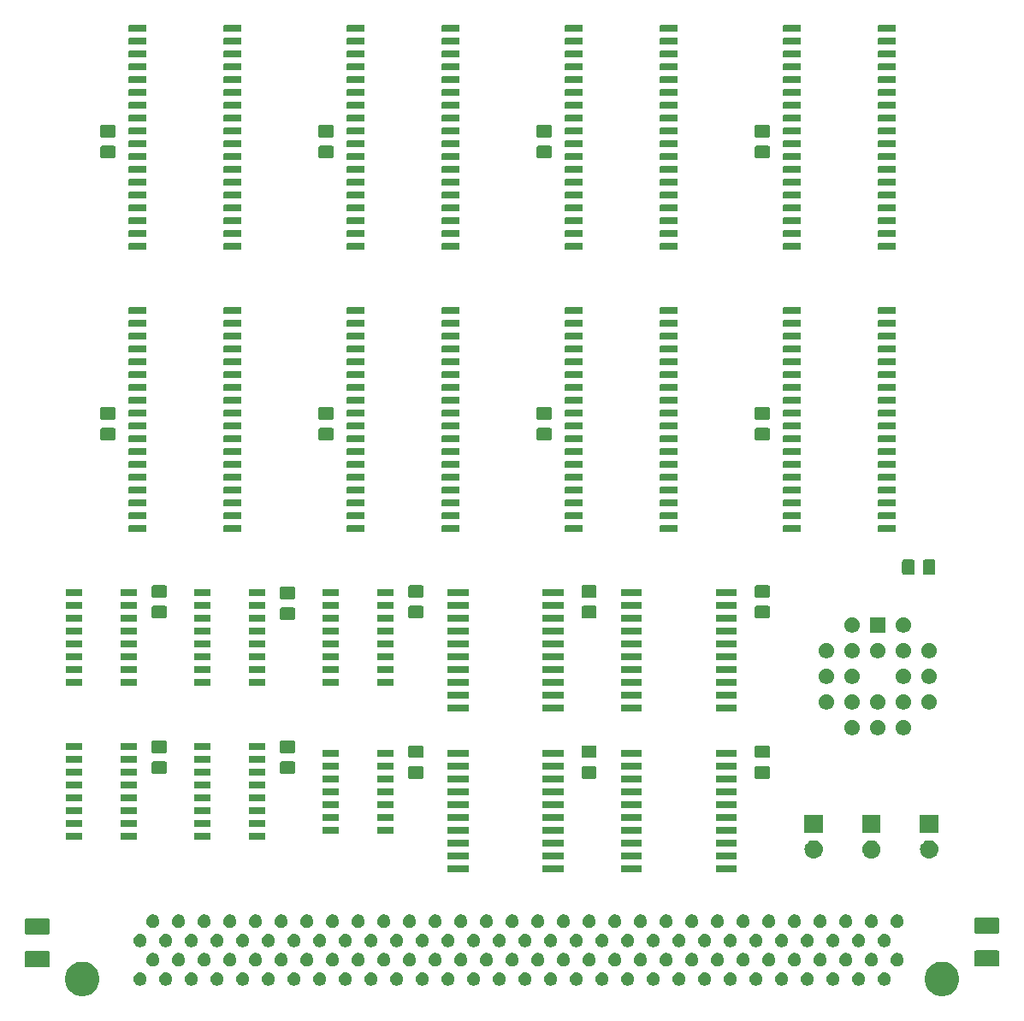
<source format=gbr>
G04 #@! TF.GenerationSoftware,KiCad,Pcbnew,(5.0.2)-1*
G04 #@! TF.CreationDate,2019-02-18T11:06:26-07:00*
G04 #@! TF.ProjectId,8MB SRAM,384d4220-5352-4414-9d2e-6b696361645f,rev?*
G04 #@! TF.SameCoordinates,Original*
G04 #@! TF.FileFunction,Soldermask,Top*
G04 #@! TF.FilePolarity,Negative*
%FSLAX46Y46*%
G04 Gerber Fmt 4.6, Leading zero omitted, Abs format (unit mm)*
G04 Created by KiCad (PCBNEW (5.0.2)-1) date 2/18/2019 11:06:26 AM*
%MOMM*%
%LPD*%
G01*
G04 APERTURE LIST*
%ADD10C,0.100000*%
G04 APERTURE END LIST*
D10*
G36*
X112893306Y-115959300D02*
X113204208Y-116088080D01*
X113484013Y-116275040D01*
X113721960Y-116512987D01*
X113908920Y-116792792D01*
X114037700Y-117103694D01*
X114103350Y-117433741D01*
X114103350Y-117770259D01*
X114037700Y-118100306D01*
X113908920Y-118411208D01*
X113721960Y-118691013D01*
X113484013Y-118928960D01*
X113204208Y-119115920D01*
X112893306Y-119244700D01*
X112563259Y-119310350D01*
X112226741Y-119310350D01*
X111896694Y-119244700D01*
X111585792Y-119115920D01*
X111305987Y-118928960D01*
X111068040Y-118691013D01*
X110881080Y-118411208D01*
X110752300Y-118100306D01*
X110686650Y-117770259D01*
X110686650Y-117433741D01*
X110752300Y-117103694D01*
X110881080Y-116792792D01*
X111068040Y-116512987D01*
X111305987Y-116275040D01*
X111585792Y-116088080D01*
X111896694Y-115959300D01*
X112226741Y-115893650D01*
X112563259Y-115893650D01*
X112893306Y-115959300D01*
X112893306Y-115959300D01*
G37*
G36*
X27803306Y-115959300D02*
X28114208Y-116088080D01*
X28394013Y-116275040D01*
X28631960Y-116512987D01*
X28818920Y-116792792D01*
X28947700Y-117103694D01*
X29013350Y-117433741D01*
X29013350Y-117770259D01*
X28947700Y-118100306D01*
X28818920Y-118411208D01*
X28631960Y-118691013D01*
X28394013Y-118928960D01*
X28114208Y-119115920D01*
X27803306Y-119244700D01*
X27473259Y-119310350D01*
X27136741Y-119310350D01*
X26806694Y-119244700D01*
X26495792Y-119115920D01*
X26215987Y-118928960D01*
X25978040Y-118691013D01*
X25791080Y-118411208D01*
X25662300Y-118100306D01*
X25596650Y-117770259D01*
X25596650Y-117433741D01*
X25662300Y-117103694D01*
X25791080Y-116792792D01*
X25978040Y-116512987D01*
X26215987Y-116275040D01*
X26495792Y-116088080D01*
X26806694Y-115959300D01*
X27136741Y-115893650D01*
X27473259Y-115893650D01*
X27803306Y-115959300D01*
X27803306Y-115959300D01*
G37*
G36*
X106872689Y-116966786D02*
X106992908Y-117016582D01*
X107101112Y-117088882D01*
X107193118Y-117180888D01*
X107265418Y-117289092D01*
X107315214Y-117409311D01*
X107340600Y-117536935D01*
X107340600Y-117667065D01*
X107315214Y-117794689D01*
X107265418Y-117914908D01*
X107193118Y-118023112D01*
X107101112Y-118115118D01*
X106992908Y-118187418D01*
X106872689Y-118237214D01*
X106745065Y-118262600D01*
X106614935Y-118262600D01*
X106487311Y-118237214D01*
X106367092Y-118187418D01*
X106258888Y-118115118D01*
X106166882Y-118023112D01*
X106094582Y-117914908D01*
X106044786Y-117794689D01*
X106019400Y-117667065D01*
X106019400Y-117536935D01*
X106044786Y-117409311D01*
X106094582Y-117289092D01*
X106166882Y-117180888D01*
X106258888Y-117088882D01*
X106367092Y-117016582D01*
X106487311Y-116966786D01*
X106614935Y-116941400D01*
X106745065Y-116941400D01*
X106872689Y-116966786D01*
X106872689Y-116966786D01*
G37*
G36*
X71312689Y-116966786D02*
X71432908Y-117016582D01*
X71541112Y-117088882D01*
X71633118Y-117180888D01*
X71705418Y-117289092D01*
X71755214Y-117409311D01*
X71780600Y-117536935D01*
X71780600Y-117667065D01*
X71755214Y-117794689D01*
X71705418Y-117914908D01*
X71633118Y-118023112D01*
X71541112Y-118115118D01*
X71432908Y-118187418D01*
X71312689Y-118237214D01*
X71185065Y-118262600D01*
X71054935Y-118262600D01*
X70927311Y-118237214D01*
X70807092Y-118187418D01*
X70698888Y-118115118D01*
X70606882Y-118023112D01*
X70534582Y-117914908D01*
X70484786Y-117794689D01*
X70459400Y-117667065D01*
X70459400Y-117536935D01*
X70484786Y-117409311D01*
X70534582Y-117289092D01*
X70606882Y-117180888D01*
X70698888Y-117088882D01*
X70807092Y-117016582D01*
X70927311Y-116966786D01*
X71054935Y-116941400D01*
X71185065Y-116941400D01*
X71312689Y-116966786D01*
X71312689Y-116966786D01*
G37*
G36*
X33212689Y-116966786D02*
X33332908Y-117016582D01*
X33441112Y-117088882D01*
X33533118Y-117180888D01*
X33605418Y-117289092D01*
X33655214Y-117409311D01*
X33680600Y-117536935D01*
X33680600Y-117667065D01*
X33655214Y-117794689D01*
X33605418Y-117914908D01*
X33533118Y-118023112D01*
X33441112Y-118115118D01*
X33332908Y-118187418D01*
X33212689Y-118237214D01*
X33085065Y-118262600D01*
X32954935Y-118262600D01*
X32827311Y-118237214D01*
X32707092Y-118187418D01*
X32598888Y-118115118D01*
X32506882Y-118023112D01*
X32434582Y-117914908D01*
X32384786Y-117794689D01*
X32359400Y-117667065D01*
X32359400Y-117536935D01*
X32384786Y-117409311D01*
X32434582Y-117289092D01*
X32506882Y-117180888D01*
X32598888Y-117088882D01*
X32707092Y-117016582D01*
X32827311Y-116966786D01*
X32954935Y-116941400D01*
X33085065Y-116941400D01*
X33212689Y-116966786D01*
X33212689Y-116966786D01*
G37*
G36*
X35752689Y-116966786D02*
X35872908Y-117016582D01*
X35981112Y-117088882D01*
X36073118Y-117180888D01*
X36145418Y-117289092D01*
X36195214Y-117409311D01*
X36220600Y-117536935D01*
X36220600Y-117667065D01*
X36195214Y-117794689D01*
X36145418Y-117914908D01*
X36073118Y-118023112D01*
X35981112Y-118115118D01*
X35872908Y-118187418D01*
X35752689Y-118237214D01*
X35625065Y-118262600D01*
X35494935Y-118262600D01*
X35367311Y-118237214D01*
X35247092Y-118187418D01*
X35138888Y-118115118D01*
X35046882Y-118023112D01*
X34974582Y-117914908D01*
X34924786Y-117794689D01*
X34899400Y-117667065D01*
X34899400Y-117536935D01*
X34924786Y-117409311D01*
X34974582Y-117289092D01*
X35046882Y-117180888D01*
X35138888Y-117088882D01*
X35247092Y-117016582D01*
X35367311Y-116966786D01*
X35494935Y-116941400D01*
X35625065Y-116941400D01*
X35752689Y-116966786D01*
X35752689Y-116966786D01*
G37*
G36*
X38292689Y-116966786D02*
X38412908Y-117016582D01*
X38521112Y-117088882D01*
X38613118Y-117180888D01*
X38685418Y-117289092D01*
X38735214Y-117409311D01*
X38760600Y-117536935D01*
X38760600Y-117667065D01*
X38735214Y-117794689D01*
X38685418Y-117914908D01*
X38613118Y-118023112D01*
X38521112Y-118115118D01*
X38412908Y-118187418D01*
X38292689Y-118237214D01*
X38165065Y-118262600D01*
X38034935Y-118262600D01*
X37907311Y-118237214D01*
X37787092Y-118187418D01*
X37678888Y-118115118D01*
X37586882Y-118023112D01*
X37514582Y-117914908D01*
X37464786Y-117794689D01*
X37439400Y-117667065D01*
X37439400Y-117536935D01*
X37464786Y-117409311D01*
X37514582Y-117289092D01*
X37586882Y-117180888D01*
X37678888Y-117088882D01*
X37787092Y-117016582D01*
X37907311Y-116966786D01*
X38034935Y-116941400D01*
X38165065Y-116941400D01*
X38292689Y-116966786D01*
X38292689Y-116966786D01*
G37*
G36*
X40832689Y-116966786D02*
X40952908Y-117016582D01*
X41061112Y-117088882D01*
X41153118Y-117180888D01*
X41225418Y-117289092D01*
X41275214Y-117409311D01*
X41300600Y-117536935D01*
X41300600Y-117667065D01*
X41275214Y-117794689D01*
X41225418Y-117914908D01*
X41153118Y-118023112D01*
X41061112Y-118115118D01*
X40952908Y-118187418D01*
X40832689Y-118237214D01*
X40705065Y-118262600D01*
X40574935Y-118262600D01*
X40447311Y-118237214D01*
X40327092Y-118187418D01*
X40218888Y-118115118D01*
X40126882Y-118023112D01*
X40054582Y-117914908D01*
X40004786Y-117794689D01*
X39979400Y-117667065D01*
X39979400Y-117536935D01*
X40004786Y-117409311D01*
X40054582Y-117289092D01*
X40126882Y-117180888D01*
X40218888Y-117088882D01*
X40327092Y-117016582D01*
X40447311Y-116966786D01*
X40574935Y-116941400D01*
X40705065Y-116941400D01*
X40832689Y-116966786D01*
X40832689Y-116966786D01*
G37*
G36*
X43372689Y-116966786D02*
X43492908Y-117016582D01*
X43601112Y-117088882D01*
X43693118Y-117180888D01*
X43765418Y-117289092D01*
X43815214Y-117409311D01*
X43840600Y-117536935D01*
X43840600Y-117667065D01*
X43815214Y-117794689D01*
X43765418Y-117914908D01*
X43693118Y-118023112D01*
X43601112Y-118115118D01*
X43492908Y-118187418D01*
X43372689Y-118237214D01*
X43245065Y-118262600D01*
X43114935Y-118262600D01*
X42987311Y-118237214D01*
X42867092Y-118187418D01*
X42758888Y-118115118D01*
X42666882Y-118023112D01*
X42594582Y-117914908D01*
X42544786Y-117794689D01*
X42519400Y-117667065D01*
X42519400Y-117536935D01*
X42544786Y-117409311D01*
X42594582Y-117289092D01*
X42666882Y-117180888D01*
X42758888Y-117088882D01*
X42867092Y-117016582D01*
X42987311Y-116966786D01*
X43114935Y-116941400D01*
X43245065Y-116941400D01*
X43372689Y-116966786D01*
X43372689Y-116966786D01*
G37*
G36*
X45912689Y-116966786D02*
X46032908Y-117016582D01*
X46141112Y-117088882D01*
X46233118Y-117180888D01*
X46305418Y-117289092D01*
X46355214Y-117409311D01*
X46380600Y-117536935D01*
X46380600Y-117667065D01*
X46355214Y-117794689D01*
X46305418Y-117914908D01*
X46233118Y-118023112D01*
X46141112Y-118115118D01*
X46032908Y-118187418D01*
X45912689Y-118237214D01*
X45785065Y-118262600D01*
X45654935Y-118262600D01*
X45527311Y-118237214D01*
X45407092Y-118187418D01*
X45298888Y-118115118D01*
X45206882Y-118023112D01*
X45134582Y-117914908D01*
X45084786Y-117794689D01*
X45059400Y-117667065D01*
X45059400Y-117536935D01*
X45084786Y-117409311D01*
X45134582Y-117289092D01*
X45206882Y-117180888D01*
X45298888Y-117088882D01*
X45407092Y-117016582D01*
X45527311Y-116966786D01*
X45654935Y-116941400D01*
X45785065Y-116941400D01*
X45912689Y-116966786D01*
X45912689Y-116966786D01*
G37*
G36*
X48452689Y-116966786D02*
X48572908Y-117016582D01*
X48681112Y-117088882D01*
X48773118Y-117180888D01*
X48845418Y-117289092D01*
X48895214Y-117409311D01*
X48920600Y-117536935D01*
X48920600Y-117667065D01*
X48895214Y-117794689D01*
X48845418Y-117914908D01*
X48773118Y-118023112D01*
X48681112Y-118115118D01*
X48572908Y-118187418D01*
X48452689Y-118237214D01*
X48325065Y-118262600D01*
X48194935Y-118262600D01*
X48067311Y-118237214D01*
X47947092Y-118187418D01*
X47838888Y-118115118D01*
X47746882Y-118023112D01*
X47674582Y-117914908D01*
X47624786Y-117794689D01*
X47599400Y-117667065D01*
X47599400Y-117536935D01*
X47624786Y-117409311D01*
X47674582Y-117289092D01*
X47746882Y-117180888D01*
X47838888Y-117088882D01*
X47947092Y-117016582D01*
X48067311Y-116966786D01*
X48194935Y-116941400D01*
X48325065Y-116941400D01*
X48452689Y-116966786D01*
X48452689Y-116966786D01*
G37*
G36*
X50992689Y-116966786D02*
X51112908Y-117016582D01*
X51221112Y-117088882D01*
X51313118Y-117180888D01*
X51385418Y-117289092D01*
X51435214Y-117409311D01*
X51460600Y-117536935D01*
X51460600Y-117667065D01*
X51435214Y-117794689D01*
X51385418Y-117914908D01*
X51313118Y-118023112D01*
X51221112Y-118115118D01*
X51112908Y-118187418D01*
X50992689Y-118237214D01*
X50865065Y-118262600D01*
X50734935Y-118262600D01*
X50607311Y-118237214D01*
X50487092Y-118187418D01*
X50378888Y-118115118D01*
X50286882Y-118023112D01*
X50214582Y-117914908D01*
X50164786Y-117794689D01*
X50139400Y-117667065D01*
X50139400Y-117536935D01*
X50164786Y-117409311D01*
X50214582Y-117289092D01*
X50286882Y-117180888D01*
X50378888Y-117088882D01*
X50487092Y-117016582D01*
X50607311Y-116966786D01*
X50734935Y-116941400D01*
X50865065Y-116941400D01*
X50992689Y-116966786D01*
X50992689Y-116966786D01*
G37*
G36*
X53532689Y-116966786D02*
X53652908Y-117016582D01*
X53761112Y-117088882D01*
X53853118Y-117180888D01*
X53925418Y-117289092D01*
X53975214Y-117409311D01*
X54000600Y-117536935D01*
X54000600Y-117667065D01*
X53975214Y-117794689D01*
X53925418Y-117914908D01*
X53853118Y-118023112D01*
X53761112Y-118115118D01*
X53652908Y-118187418D01*
X53532689Y-118237214D01*
X53405065Y-118262600D01*
X53274935Y-118262600D01*
X53147311Y-118237214D01*
X53027092Y-118187418D01*
X52918888Y-118115118D01*
X52826882Y-118023112D01*
X52754582Y-117914908D01*
X52704786Y-117794689D01*
X52679400Y-117667065D01*
X52679400Y-117536935D01*
X52704786Y-117409311D01*
X52754582Y-117289092D01*
X52826882Y-117180888D01*
X52918888Y-117088882D01*
X53027092Y-117016582D01*
X53147311Y-116966786D01*
X53274935Y-116941400D01*
X53405065Y-116941400D01*
X53532689Y-116966786D01*
X53532689Y-116966786D01*
G37*
G36*
X56072689Y-116966786D02*
X56192908Y-117016582D01*
X56301112Y-117088882D01*
X56393118Y-117180888D01*
X56465418Y-117289092D01*
X56515214Y-117409311D01*
X56540600Y-117536935D01*
X56540600Y-117667065D01*
X56515214Y-117794689D01*
X56465418Y-117914908D01*
X56393118Y-118023112D01*
X56301112Y-118115118D01*
X56192908Y-118187418D01*
X56072689Y-118237214D01*
X55945065Y-118262600D01*
X55814935Y-118262600D01*
X55687311Y-118237214D01*
X55567092Y-118187418D01*
X55458888Y-118115118D01*
X55366882Y-118023112D01*
X55294582Y-117914908D01*
X55244786Y-117794689D01*
X55219400Y-117667065D01*
X55219400Y-117536935D01*
X55244786Y-117409311D01*
X55294582Y-117289092D01*
X55366882Y-117180888D01*
X55458888Y-117088882D01*
X55567092Y-117016582D01*
X55687311Y-116966786D01*
X55814935Y-116941400D01*
X55945065Y-116941400D01*
X56072689Y-116966786D01*
X56072689Y-116966786D01*
G37*
G36*
X58612689Y-116966786D02*
X58732908Y-117016582D01*
X58841112Y-117088882D01*
X58933118Y-117180888D01*
X59005418Y-117289092D01*
X59055214Y-117409311D01*
X59080600Y-117536935D01*
X59080600Y-117667065D01*
X59055214Y-117794689D01*
X59005418Y-117914908D01*
X58933118Y-118023112D01*
X58841112Y-118115118D01*
X58732908Y-118187418D01*
X58612689Y-118237214D01*
X58485065Y-118262600D01*
X58354935Y-118262600D01*
X58227311Y-118237214D01*
X58107092Y-118187418D01*
X57998888Y-118115118D01*
X57906882Y-118023112D01*
X57834582Y-117914908D01*
X57784786Y-117794689D01*
X57759400Y-117667065D01*
X57759400Y-117536935D01*
X57784786Y-117409311D01*
X57834582Y-117289092D01*
X57906882Y-117180888D01*
X57998888Y-117088882D01*
X58107092Y-117016582D01*
X58227311Y-116966786D01*
X58354935Y-116941400D01*
X58485065Y-116941400D01*
X58612689Y-116966786D01*
X58612689Y-116966786D01*
G37*
G36*
X61152689Y-116966786D02*
X61272908Y-117016582D01*
X61381112Y-117088882D01*
X61473118Y-117180888D01*
X61545418Y-117289092D01*
X61595214Y-117409311D01*
X61620600Y-117536935D01*
X61620600Y-117667065D01*
X61595214Y-117794689D01*
X61545418Y-117914908D01*
X61473118Y-118023112D01*
X61381112Y-118115118D01*
X61272908Y-118187418D01*
X61152689Y-118237214D01*
X61025065Y-118262600D01*
X60894935Y-118262600D01*
X60767311Y-118237214D01*
X60647092Y-118187418D01*
X60538888Y-118115118D01*
X60446882Y-118023112D01*
X60374582Y-117914908D01*
X60324786Y-117794689D01*
X60299400Y-117667065D01*
X60299400Y-117536935D01*
X60324786Y-117409311D01*
X60374582Y-117289092D01*
X60446882Y-117180888D01*
X60538888Y-117088882D01*
X60647092Y-117016582D01*
X60767311Y-116966786D01*
X60894935Y-116941400D01*
X61025065Y-116941400D01*
X61152689Y-116966786D01*
X61152689Y-116966786D01*
G37*
G36*
X63692689Y-116966786D02*
X63812908Y-117016582D01*
X63921112Y-117088882D01*
X64013118Y-117180888D01*
X64085418Y-117289092D01*
X64135214Y-117409311D01*
X64160600Y-117536935D01*
X64160600Y-117667065D01*
X64135214Y-117794689D01*
X64085418Y-117914908D01*
X64013118Y-118023112D01*
X63921112Y-118115118D01*
X63812908Y-118187418D01*
X63692689Y-118237214D01*
X63565065Y-118262600D01*
X63434935Y-118262600D01*
X63307311Y-118237214D01*
X63187092Y-118187418D01*
X63078888Y-118115118D01*
X62986882Y-118023112D01*
X62914582Y-117914908D01*
X62864786Y-117794689D01*
X62839400Y-117667065D01*
X62839400Y-117536935D01*
X62864786Y-117409311D01*
X62914582Y-117289092D01*
X62986882Y-117180888D01*
X63078888Y-117088882D01*
X63187092Y-117016582D01*
X63307311Y-116966786D01*
X63434935Y-116941400D01*
X63565065Y-116941400D01*
X63692689Y-116966786D01*
X63692689Y-116966786D01*
G37*
G36*
X66232689Y-116966786D02*
X66352908Y-117016582D01*
X66461112Y-117088882D01*
X66553118Y-117180888D01*
X66625418Y-117289092D01*
X66675214Y-117409311D01*
X66700600Y-117536935D01*
X66700600Y-117667065D01*
X66675214Y-117794689D01*
X66625418Y-117914908D01*
X66553118Y-118023112D01*
X66461112Y-118115118D01*
X66352908Y-118187418D01*
X66232689Y-118237214D01*
X66105065Y-118262600D01*
X65974935Y-118262600D01*
X65847311Y-118237214D01*
X65727092Y-118187418D01*
X65618888Y-118115118D01*
X65526882Y-118023112D01*
X65454582Y-117914908D01*
X65404786Y-117794689D01*
X65379400Y-117667065D01*
X65379400Y-117536935D01*
X65404786Y-117409311D01*
X65454582Y-117289092D01*
X65526882Y-117180888D01*
X65618888Y-117088882D01*
X65727092Y-117016582D01*
X65847311Y-116966786D01*
X65974935Y-116941400D01*
X66105065Y-116941400D01*
X66232689Y-116966786D01*
X66232689Y-116966786D01*
G37*
G36*
X104332689Y-116966786D02*
X104452908Y-117016582D01*
X104561112Y-117088882D01*
X104653118Y-117180888D01*
X104725418Y-117289092D01*
X104775214Y-117409311D01*
X104800600Y-117536935D01*
X104800600Y-117667065D01*
X104775214Y-117794689D01*
X104725418Y-117914908D01*
X104653118Y-118023112D01*
X104561112Y-118115118D01*
X104452908Y-118187418D01*
X104332689Y-118237214D01*
X104205065Y-118262600D01*
X104074935Y-118262600D01*
X103947311Y-118237214D01*
X103827092Y-118187418D01*
X103718888Y-118115118D01*
X103626882Y-118023112D01*
X103554582Y-117914908D01*
X103504786Y-117794689D01*
X103479400Y-117667065D01*
X103479400Y-117536935D01*
X103504786Y-117409311D01*
X103554582Y-117289092D01*
X103626882Y-117180888D01*
X103718888Y-117088882D01*
X103827092Y-117016582D01*
X103947311Y-116966786D01*
X104074935Y-116941400D01*
X104205065Y-116941400D01*
X104332689Y-116966786D01*
X104332689Y-116966786D01*
G37*
G36*
X101792689Y-116966786D02*
X101912908Y-117016582D01*
X102021112Y-117088882D01*
X102113118Y-117180888D01*
X102185418Y-117289092D01*
X102235214Y-117409311D01*
X102260600Y-117536935D01*
X102260600Y-117667065D01*
X102235214Y-117794689D01*
X102185418Y-117914908D01*
X102113118Y-118023112D01*
X102021112Y-118115118D01*
X101912908Y-118187418D01*
X101792689Y-118237214D01*
X101665065Y-118262600D01*
X101534935Y-118262600D01*
X101407311Y-118237214D01*
X101287092Y-118187418D01*
X101178888Y-118115118D01*
X101086882Y-118023112D01*
X101014582Y-117914908D01*
X100964786Y-117794689D01*
X100939400Y-117667065D01*
X100939400Y-117536935D01*
X100964786Y-117409311D01*
X101014582Y-117289092D01*
X101086882Y-117180888D01*
X101178888Y-117088882D01*
X101287092Y-117016582D01*
X101407311Y-116966786D01*
X101534935Y-116941400D01*
X101665065Y-116941400D01*
X101792689Y-116966786D01*
X101792689Y-116966786D01*
G37*
G36*
X99252689Y-116966786D02*
X99372908Y-117016582D01*
X99481112Y-117088882D01*
X99573118Y-117180888D01*
X99645418Y-117289092D01*
X99695214Y-117409311D01*
X99720600Y-117536935D01*
X99720600Y-117667065D01*
X99695214Y-117794689D01*
X99645418Y-117914908D01*
X99573118Y-118023112D01*
X99481112Y-118115118D01*
X99372908Y-118187418D01*
X99252689Y-118237214D01*
X99125065Y-118262600D01*
X98994935Y-118262600D01*
X98867311Y-118237214D01*
X98747092Y-118187418D01*
X98638888Y-118115118D01*
X98546882Y-118023112D01*
X98474582Y-117914908D01*
X98424786Y-117794689D01*
X98399400Y-117667065D01*
X98399400Y-117536935D01*
X98424786Y-117409311D01*
X98474582Y-117289092D01*
X98546882Y-117180888D01*
X98638888Y-117088882D01*
X98747092Y-117016582D01*
X98867311Y-116966786D01*
X98994935Y-116941400D01*
X99125065Y-116941400D01*
X99252689Y-116966786D01*
X99252689Y-116966786D01*
G37*
G36*
X96712689Y-116966786D02*
X96832908Y-117016582D01*
X96941112Y-117088882D01*
X97033118Y-117180888D01*
X97105418Y-117289092D01*
X97155214Y-117409311D01*
X97180600Y-117536935D01*
X97180600Y-117667065D01*
X97155214Y-117794689D01*
X97105418Y-117914908D01*
X97033118Y-118023112D01*
X96941112Y-118115118D01*
X96832908Y-118187418D01*
X96712689Y-118237214D01*
X96585065Y-118262600D01*
X96454935Y-118262600D01*
X96327311Y-118237214D01*
X96207092Y-118187418D01*
X96098888Y-118115118D01*
X96006882Y-118023112D01*
X95934582Y-117914908D01*
X95884786Y-117794689D01*
X95859400Y-117667065D01*
X95859400Y-117536935D01*
X95884786Y-117409311D01*
X95934582Y-117289092D01*
X96006882Y-117180888D01*
X96098888Y-117088882D01*
X96207092Y-117016582D01*
X96327311Y-116966786D01*
X96454935Y-116941400D01*
X96585065Y-116941400D01*
X96712689Y-116966786D01*
X96712689Y-116966786D01*
G37*
G36*
X94172689Y-116966786D02*
X94292908Y-117016582D01*
X94401112Y-117088882D01*
X94493118Y-117180888D01*
X94565418Y-117289092D01*
X94615214Y-117409311D01*
X94640600Y-117536935D01*
X94640600Y-117667065D01*
X94615214Y-117794689D01*
X94565418Y-117914908D01*
X94493118Y-118023112D01*
X94401112Y-118115118D01*
X94292908Y-118187418D01*
X94172689Y-118237214D01*
X94045065Y-118262600D01*
X93914935Y-118262600D01*
X93787311Y-118237214D01*
X93667092Y-118187418D01*
X93558888Y-118115118D01*
X93466882Y-118023112D01*
X93394582Y-117914908D01*
X93344786Y-117794689D01*
X93319400Y-117667065D01*
X93319400Y-117536935D01*
X93344786Y-117409311D01*
X93394582Y-117289092D01*
X93466882Y-117180888D01*
X93558888Y-117088882D01*
X93667092Y-117016582D01*
X93787311Y-116966786D01*
X93914935Y-116941400D01*
X94045065Y-116941400D01*
X94172689Y-116966786D01*
X94172689Y-116966786D01*
G37*
G36*
X91632689Y-116966786D02*
X91752908Y-117016582D01*
X91861112Y-117088882D01*
X91953118Y-117180888D01*
X92025418Y-117289092D01*
X92075214Y-117409311D01*
X92100600Y-117536935D01*
X92100600Y-117667065D01*
X92075214Y-117794689D01*
X92025418Y-117914908D01*
X91953118Y-118023112D01*
X91861112Y-118115118D01*
X91752908Y-118187418D01*
X91632689Y-118237214D01*
X91505065Y-118262600D01*
X91374935Y-118262600D01*
X91247311Y-118237214D01*
X91127092Y-118187418D01*
X91018888Y-118115118D01*
X90926882Y-118023112D01*
X90854582Y-117914908D01*
X90804786Y-117794689D01*
X90779400Y-117667065D01*
X90779400Y-117536935D01*
X90804786Y-117409311D01*
X90854582Y-117289092D01*
X90926882Y-117180888D01*
X91018888Y-117088882D01*
X91127092Y-117016582D01*
X91247311Y-116966786D01*
X91374935Y-116941400D01*
X91505065Y-116941400D01*
X91632689Y-116966786D01*
X91632689Y-116966786D01*
G37*
G36*
X89092689Y-116966786D02*
X89212908Y-117016582D01*
X89321112Y-117088882D01*
X89413118Y-117180888D01*
X89485418Y-117289092D01*
X89535214Y-117409311D01*
X89560600Y-117536935D01*
X89560600Y-117667065D01*
X89535214Y-117794689D01*
X89485418Y-117914908D01*
X89413118Y-118023112D01*
X89321112Y-118115118D01*
X89212908Y-118187418D01*
X89092689Y-118237214D01*
X88965065Y-118262600D01*
X88834935Y-118262600D01*
X88707311Y-118237214D01*
X88587092Y-118187418D01*
X88478888Y-118115118D01*
X88386882Y-118023112D01*
X88314582Y-117914908D01*
X88264786Y-117794689D01*
X88239400Y-117667065D01*
X88239400Y-117536935D01*
X88264786Y-117409311D01*
X88314582Y-117289092D01*
X88386882Y-117180888D01*
X88478888Y-117088882D01*
X88587092Y-117016582D01*
X88707311Y-116966786D01*
X88834935Y-116941400D01*
X88965065Y-116941400D01*
X89092689Y-116966786D01*
X89092689Y-116966786D01*
G37*
G36*
X86552689Y-116966786D02*
X86672908Y-117016582D01*
X86781112Y-117088882D01*
X86873118Y-117180888D01*
X86945418Y-117289092D01*
X86995214Y-117409311D01*
X87020600Y-117536935D01*
X87020600Y-117667065D01*
X86995214Y-117794689D01*
X86945418Y-117914908D01*
X86873118Y-118023112D01*
X86781112Y-118115118D01*
X86672908Y-118187418D01*
X86552689Y-118237214D01*
X86425065Y-118262600D01*
X86294935Y-118262600D01*
X86167311Y-118237214D01*
X86047092Y-118187418D01*
X85938888Y-118115118D01*
X85846882Y-118023112D01*
X85774582Y-117914908D01*
X85724786Y-117794689D01*
X85699400Y-117667065D01*
X85699400Y-117536935D01*
X85724786Y-117409311D01*
X85774582Y-117289092D01*
X85846882Y-117180888D01*
X85938888Y-117088882D01*
X86047092Y-117016582D01*
X86167311Y-116966786D01*
X86294935Y-116941400D01*
X86425065Y-116941400D01*
X86552689Y-116966786D01*
X86552689Y-116966786D01*
G37*
G36*
X84012689Y-116966786D02*
X84132908Y-117016582D01*
X84241112Y-117088882D01*
X84333118Y-117180888D01*
X84405418Y-117289092D01*
X84455214Y-117409311D01*
X84480600Y-117536935D01*
X84480600Y-117667065D01*
X84455214Y-117794689D01*
X84405418Y-117914908D01*
X84333118Y-118023112D01*
X84241112Y-118115118D01*
X84132908Y-118187418D01*
X84012689Y-118237214D01*
X83885065Y-118262600D01*
X83754935Y-118262600D01*
X83627311Y-118237214D01*
X83507092Y-118187418D01*
X83398888Y-118115118D01*
X83306882Y-118023112D01*
X83234582Y-117914908D01*
X83184786Y-117794689D01*
X83159400Y-117667065D01*
X83159400Y-117536935D01*
X83184786Y-117409311D01*
X83234582Y-117289092D01*
X83306882Y-117180888D01*
X83398888Y-117088882D01*
X83507092Y-117016582D01*
X83627311Y-116966786D01*
X83754935Y-116941400D01*
X83885065Y-116941400D01*
X84012689Y-116966786D01*
X84012689Y-116966786D01*
G37*
G36*
X81472689Y-116966786D02*
X81592908Y-117016582D01*
X81701112Y-117088882D01*
X81793118Y-117180888D01*
X81865418Y-117289092D01*
X81915214Y-117409311D01*
X81940600Y-117536935D01*
X81940600Y-117667065D01*
X81915214Y-117794689D01*
X81865418Y-117914908D01*
X81793118Y-118023112D01*
X81701112Y-118115118D01*
X81592908Y-118187418D01*
X81472689Y-118237214D01*
X81345065Y-118262600D01*
X81214935Y-118262600D01*
X81087311Y-118237214D01*
X80967092Y-118187418D01*
X80858888Y-118115118D01*
X80766882Y-118023112D01*
X80694582Y-117914908D01*
X80644786Y-117794689D01*
X80619400Y-117667065D01*
X80619400Y-117536935D01*
X80644786Y-117409311D01*
X80694582Y-117289092D01*
X80766882Y-117180888D01*
X80858888Y-117088882D01*
X80967092Y-117016582D01*
X81087311Y-116966786D01*
X81214935Y-116941400D01*
X81345065Y-116941400D01*
X81472689Y-116966786D01*
X81472689Y-116966786D01*
G37*
G36*
X78932689Y-116966786D02*
X79052908Y-117016582D01*
X79161112Y-117088882D01*
X79253118Y-117180888D01*
X79325418Y-117289092D01*
X79375214Y-117409311D01*
X79400600Y-117536935D01*
X79400600Y-117667065D01*
X79375214Y-117794689D01*
X79325418Y-117914908D01*
X79253118Y-118023112D01*
X79161112Y-118115118D01*
X79052908Y-118187418D01*
X78932689Y-118237214D01*
X78805065Y-118262600D01*
X78674935Y-118262600D01*
X78547311Y-118237214D01*
X78427092Y-118187418D01*
X78318888Y-118115118D01*
X78226882Y-118023112D01*
X78154582Y-117914908D01*
X78104786Y-117794689D01*
X78079400Y-117667065D01*
X78079400Y-117536935D01*
X78104786Y-117409311D01*
X78154582Y-117289092D01*
X78226882Y-117180888D01*
X78318888Y-117088882D01*
X78427092Y-117016582D01*
X78547311Y-116966786D01*
X78674935Y-116941400D01*
X78805065Y-116941400D01*
X78932689Y-116966786D01*
X78932689Y-116966786D01*
G37*
G36*
X76392689Y-116966786D02*
X76512908Y-117016582D01*
X76621112Y-117088882D01*
X76713118Y-117180888D01*
X76785418Y-117289092D01*
X76835214Y-117409311D01*
X76860600Y-117536935D01*
X76860600Y-117667065D01*
X76835214Y-117794689D01*
X76785418Y-117914908D01*
X76713118Y-118023112D01*
X76621112Y-118115118D01*
X76512908Y-118187418D01*
X76392689Y-118237214D01*
X76265065Y-118262600D01*
X76134935Y-118262600D01*
X76007311Y-118237214D01*
X75887092Y-118187418D01*
X75778888Y-118115118D01*
X75686882Y-118023112D01*
X75614582Y-117914908D01*
X75564786Y-117794689D01*
X75539400Y-117667065D01*
X75539400Y-117536935D01*
X75564786Y-117409311D01*
X75614582Y-117289092D01*
X75686882Y-117180888D01*
X75778888Y-117088882D01*
X75887092Y-117016582D01*
X76007311Y-116966786D01*
X76134935Y-116941400D01*
X76265065Y-116941400D01*
X76392689Y-116966786D01*
X76392689Y-116966786D01*
G37*
G36*
X73852689Y-116966786D02*
X73972908Y-117016582D01*
X74081112Y-117088882D01*
X74173118Y-117180888D01*
X74245418Y-117289092D01*
X74295214Y-117409311D01*
X74320600Y-117536935D01*
X74320600Y-117667065D01*
X74295214Y-117794689D01*
X74245418Y-117914908D01*
X74173118Y-118023112D01*
X74081112Y-118115118D01*
X73972908Y-118187418D01*
X73852689Y-118237214D01*
X73725065Y-118262600D01*
X73594935Y-118262600D01*
X73467311Y-118237214D01*
X73347092Y-118187418D01*
X73238888Y-118115118D01*
X73146882Y-118023112D01*
X73074582Y-117914908D01*
X73024786Y-117794689D01*
X72999400Y-117667065D01*
X72999400Y-117536935D01*
X73024786Y-117409311D01*
X73074582Y-117289092D01*
X73146882Y-117180888D01*
X73238888Y-117088882D01*
X73347092Y-117016582D01*
X73467311Y-116966786D01*
X73594935Y-116941400D01*
X73725065Y-116941400D01*
X73852689Y-116966786D01*
X73852689Y-116966786D01*
G37*
G36*
X68772689Y-116966786D02*
X68892908Y-117016582D01*
X69001112Y-117088882D01*
X69093118Y-117180888D01*
X69165418Y-117289092D01*
X69215214Y-117409311D01*
X69240600Y-117536935D01*
X69240600Y-117667065D01*
X69215214Y-117794689D01*
X69165418Y-117914908D01*
X69093118Y-118023112D01*
X69001112Y-118115118D01*
X68892908Y-118187418D01*
X68772689Y-118237214D01*
X68645065Y-118262600D01*
X68514935Y-118262600D01*
X68387311Y-118237214D01*
X68267092Y-118187418D01*
X68158888Y-118115118D01*
X68066882Y-118023112D01*
X67994582Y-117914908D01*
X67944786Y-117794689D01*
X67919400Y-117667065D01*
X67919400Y-117536935D01*
X67944786Y-117409311D01*
X67994582Y-117289092D01*
X68066882Y-117180888D01*
X68158888Y-117088882D01*
X68267092Y-117016582D01*
X68387311Y-116966786D01*
X68514935Y-116941400D01*
X68645065Y-116941400D01*
X68772689Y-116966786D01*
X68772689Y-116966786D01*
G37*
G36*
X23938043Y-114848122D02*
X23972390Y-114858541D01*
X24004035Y-114875456D01*
X24031777Y-114898223D01*
X24054544Y-114925965D01*
X24071459Y-114957610D01*
X24081878Y-114991957D01*
X24086000Y-115033807D01*
X24086000Y-116256193D01*
X24081878Y-116298043D01*
X24071459Y-116332390D01*
X24054544Y-116364035D01*
X24031777Y-116391777D01*
X24004035Y-116414544D01*
X23972390Y-116431459D01*
X23938043Y-116441878D01*
X23896193Y-116446000D01*
X21823807Y-116446000D01*
X21781957Y-116441878D01*
X21747610Y-116431459D01*
X21715965Y-116414544D01*
X21688223Y-116391777D01*
X21665456Y-116364035D01*
X21648541Y-116332390D01*
X21638122Y-116298043D01*
X21634000Y-116256193D01*
X21634000Y-115033807D01*
X21638122Y-114991957D01*
X21648541Y-114957610D01*
X21665456Y-114925965D01*
X21688223Y-114898223D01*
X21715965Y-114875456D01*
X21747610Y-114858541D01*
X21781957Y-114848122D01*
X21823807Y-114844000D01*
X23896193Y-114844000D01*
X23938043Y-114848122D01*
X23938043Y-114848122D01*
G37*
G36*
X117918043Y-114773122D02*
X117952390Y-114783541D01*
X117984035Y-114800456D01*
X118011777Y-114823223D01*
X118034544Y-114850965D01*
X118051459Y-114882610D01*
X118061878Y-114916957D01*
X118066000Y-114958807D01*
X118066000Y-116181193D01*
X118061878Y-116223043D01*
X118051459Y-116257390D01*
X118034544Y-116289035D01*
X118011777Y-116316777D01*
X117984035Y-116339544D01*
X117952390Y-116356459D01*
X117918043Y-116366878D01*
X117876193Y-116371000D01*
X115803807Y-116371000D01*
X115761957Y-116366878D01*
X115727610Y-116356459D01*
X115695965Y-116339544D01*
X115668223Y-116316777D01*
X115645456Y-116289035D01*
X115628541Y-116257390D01*
X115618122Y-116223043D01*
X115614000Y-116181193D01*
X115614000Y-114958807D01*
X115618122Y-114916957D01*
X115628541Y-114882610D01*
X115645456Y-114850965D01*
X115668223Y-114823223D01*
X115695965Y-114800456D01*
X115727610Y-114783541D01*
X115761957Y-114773122D01*
X115803807Y-114769000D01*
X117876193Y-114769000D01*
X117918043Y-114773122D01*
X117918043Y-114773122D01*
G37*
G36*
X37022689Y-115061786D02*
X37142908Y-115111582D01*
X37251112Y-115183882D01*
X37343118Y-115275888D01*
X37415418Y-115384092D01*
X37465214Y-115504311D01*
X37490600Y-115631935D01*
X37490600Y-115762065D01*
X37465214Y-115889689D01*
X37415418Y-116009908D01*
X37415416Y-116009911D01*
X37352548Y-116104000D01*
X37343118Y-116118112D01*
X37251112Y-116210118D01*
X37251109Y-116210120D01*
X37251108Y-116210121D01*
X37219727Y-116231089D01*
X37142908Y-116282418D01*
X37022689Y-116332214D01*
X36895065Y-116357600D01*
X36764935Y-116357600D01*
X36637311Y-116332214D01*
X36517092Y-116282418D01*
X36440273Y-116231089D01*
X36408892Y-116210121D01*
X36408891Y-116210120D01*
X36408888Y-116210118D01*
X36316882Y-116118112D01*
X36307453Y-116104000D01*
X36244584Y-116009911D01*
X36244582Y-116009908D01*
X36194786Y-115889689D01*
X36169400Y-115762065D01*
X36169400Y-115631935D01*
X36194786Y-115504311D01*
X36244582Y-115384092D01*
X36316882Y-115275888D01*
X36408888Y-115183882D01*
X36517092Y-115111582D01*
X36637311Y-115061786D01*
X36764935Y-115036400D01*
X36895065Y-115036400D01*
X37022689Y-115061786D01*
X37022689Y-115061786D01*
G37*
G36*
X87822689Y-115061786D02*
X87942908Y-115111582D01*
X88051112Y-115183882D01*
X88143118Y-115275888D01*
X88215418Y-115384092D01*
X88265214Y-115504311D01*
X88290600Y-115631935D01*
X88290600Y-115762065D01*
X88265214Y-115889689D01*
X88215418Y-116009908D01*
X88215416Y-116009911D01*
X88152548Y-116104000D01*
X88143118Y-116118112D01*
X88051112Y-116210118D01*
X88051109Y-116210120D01*
X88051108Y-116210121D01*
X88019727Y-116231089D01*
X87942908Y-116282418D01*
X87822689Y-116332214D01*
X87695065Y-116357600D01*
X87564935Y-116357600D01*
X87437311Y-116332214D01*
X87317092Y-116282418D01*
X87240273Y-116231089D01*
X87208892Y-116210121D01*
X87208891Y-116210120D01*
X87208888Y-116210118D01*
X87116882Y-116118112D01*
X87107453Y-116104000D01*
X87044584Y-116009911D01*
X87044582Y-116009908D01*
X86994786Y-115889689D01*
X86969400Y-115762065D01*
X86969400Y-115631935D01*
X86994786Y-115504311D01*
X87044582Y-115384092D01*
X87116882Y-115275888D01*
X87208888Y-115183882D01*
X87317092Y-115111582D01*
X87437311Y-115061786D01*
X87564935Y-115036400D01*
X87695065Y-115036400D01*
X87822689Y-115061786D01*
X87822689Y-115061786D01*
G37*
G36*
X47182689Y-115061786D02*
X47302908Y-115111582D01*
X47411112Y-115183882D01*
X47503118Y-115275888D01*
X47575418Y-115384092D01*
X47625214Y-115504311D01*
X47650600Y-115631935D01*
X47650600Y-115762065D01*
X47625214Y-115889689D01*
X47575418Y-116009908D01*
X47575416Y-116009911D01*
X47512548Y-116104000D01*
X47503118Y-116118112D01*
X47411112Y-116210118D01*
X47411109Y-116210120D01*
X47411108Y-116210121D01*
X47379727Y-116231089D01*
X47302908Y-116282418D01*
X47182689Y-116332214D01*
X47055065Y-116357600D01*
X46924935Y-116357600D01*
X46797311Y-116332214D01*
X46677092Y-116282418D01*
X46600273Y-116231089D01*
X46568892Y-116210121D01*
X46568891Y-116210120D01*
X46568888Y-116210118D01*
X46476882Y-116118112D01*
X46467453Y-116104000D01*
X46404584Y-116009911D01*
X46404582Y-116009908D01*
X46354786Y-115889689D01*
X46329400Y-115762065D01*
X46329400Y-115631935D01*
X46354786Y-115504311D01*
X46404582Y-115384092D01*
X46476882Y-115275888D01*
X46568888Y-115183882D01*
X46677092Y-115111582D01*
X46797311Y-115061786D01*
X46924935Y-115036400D01*
X47055065Y-115036400D01*
X47182689Y-115061786D01*
X47182689Y-115061786D01*
G37*
G36*
X85282689Y-115061786D02*
X85402908Y-115111582D01*
X85511112Y-115183882D01*
X85603118Y-115275888D01*
X85675418Y-115384092D01*
X85725214Y-115504311D01*
X85750600Y-115631935D01*
X85750600Y-115762065D01*
X85725214Y-115889689D01*
X85675418Y-116009908D01*
X85675416Y-116009911D01*
X85612548Y-116104000D01*
X85603118Y-116118112D01*
X85511112Y-116210118D01*
X85511109Y-116210120D01*
X85511108Y-116210121D01*
X85479727Y-116231089D01*
X85402908Y-116282418D01*
X85282689Y-116332214D01*
X85155065Y-116357600D01*
X85024935Y-116357600D01*
X84897311Y-116332214D01*
X84777092Y-116282418D01*
X84700273Y-116231089D01*
X84668892Y-116210121D01*
X84668891Y-116210120D01*
X84668888Y-116210118D01*
X84576882Y-116118112D01*
X84567453Y-116104000D01*
X84504584Y-116009911D01*
X84504582Y-116009908D01*
X84454786Y-115889689D01*
X84429400Y-115762065D01*
X84429400Y-115631935D01*
X84454786Y-115504311D01*
X84504582Y-115384092D01*
X84576882Y-115275888D01*
X84668888Y-115183882D01*
X84777092Y-115111582D01*
X84897311Y-115061786D01*
X85024935Y-115036400D01*
X85155065Y-115036400D01*
X85282689Y-115061786D01*
X85282689Y-115061786D01*
G37*
G36*
X49722689Y-115061786D02*
X49842908Y-115111582D01*
X49951112Y-115183882D01*
X50043118Y-115275888D01*
X50115418Y-115384092D01*
X50165214Y-115504311D01*
X50190600Y-115631935D01*
X50190600Y-115762065D01*
X50165214Y-115889689D01*
X50115418Y-116009908D01*
X50115416Y-116009911D01*
X50052548Y-116104000D01*
X50043118Y-116118112D01*
X49951112Y-116210118D01*
X49951109Y-116210120D01*
X49951108Y-116210121D01*
X49919727Y-116231089D01*
X49842908Y-116282418D01*
X49722689Y-116332214D01*
X49595065Y-116357600D01*
X49464935Y-116357600D01*
X49337311Y-116332214D01*
X49217092Y-116282418D01*
X49140273Y-116231089D01*
X49108892Y-116210121D01*
X49108891Y-116210120D01*
X49108888Y-116210118D01*
X49016882Y-116118112D01*
X49007453Y-116104000D01*
X48944584Y-116009911D01*
X48944582Y-116009908D01*
X48894786Y-115889689D01*
X48869400Y-115762065D01*
X48869400Y-115631935D01*
X48894786Y-115504311D01*
X48944582Y-115384092D01*
X49016882Y-115275888D01*
X49108888Y-115183882D01*
X49217092Y-115111582D01*
X49337311Y-115061786D01*
X49464935Y-115036400D01*
X49595065Y-115036400D01*
X49722689Y-115061786D01*
X49722689Y-115061786D01*
G37*
G36*
X82742689Y-115061786D02*
X82862908Y-115111582D01*
X82971112Y-115183882D01*
X83063118Y-115275888D01*
X83135418Y-115384092D01*
X83185214Y-115504311D01*
X83210600Y-115631935D01*
X83210600Y-115762065D01*
X83185214Y-115889689D01*
X83135418Y-116009908D01*
X83135416Y-116009911D01*
X83072548Y-116104000D01*
X83063118Y-116118112D01*
X82971112Y-116210118D01*
X82971109Y-116210120D01*
X82971108Y-116210121D01*
X82939727Y-116231089D01*
X82862908Y-116282418D01*
X82742689Y-116332214D01*
X82615065Y-116357600D01*
X82484935Y-116357600D01*
X82357311Y-116332214D01*
X82237092Y-116282418D01*
X82160273Y-116231089D01*
X82128892Y-116210121D01*
X82128891Y-116210120D01*
X82128888Y-116210118D01*
X82036882Y-116118112D01*
X82027453Y-116104000D01*
X81964584Y-116009911D01*
X81964582Y-116009908D01*
X81914786Y-115889689D01*
X81889400Y-115762065D01*
X81889400Y-115631935D01*
X81914786Y-115504311D01*
X81964582Y-115384092D01*
X82036882Y-115275888D01*
X82128888Y-115183882D01*
X82237092Y-115111582D01*
X82357311Y-115061786D01*
X82484935Y-115036400D01*
X82615065Y-115036400D01*
X82742689Y-115061786D01*
X82742689Y-115061786D01*
G37*
G36*
X52262689Y-115061786D02*
X52382908Y-115111582D01*
X52491112Y-115183882D01*
X52583118Y-115275888D01*
X52655418Y-115384092D01*
X52705214Y-115504311D01*
X52730600Y-115631935D01*
X52730600Y-115762065D01*
X52705214Y-115889689D01*
X52655418Y-116009908D01*
X52655416Y-116009911D01*
X52592548Y-116104000D01*
X52583118Y-116118112D01*
X52491112Y-116210118D01*
X52491109Y-116210120D01*
X52491108Y-116210121D01*
X52459727Y-116231089D01*
X52382908Y-116282418D01*
X52262689Y-116332214D01*
X52135065Y-116357600D01*
X52004935Y-116357600D01*
X51877311Y-116332214D01*
X51757092Y-116282418D01*
X51680273Y-116231089D01*
X51648892Y-116210121D01*
X51648891Y-116210120D01*
X51648888Y-116210118D01*
X51556882Y-116118112D01*
X51547453Y-116104000D01*
X51484584Y-116009911D01*
X51484582Y-116009908D01*
X51434786Y-115889689D01*
X51409400Y-115762065D01*
X51409400Y-115631935D01*
X51434786Y-115504311D01*
X51484582Y-115384092D01*
X51556882Y-115275888D01*
X51648888Y-115183882D01*
X51757092Y-115111582D01*
X51877311Y-115061786D01*
X52004935Y-115036400D01*
X52135065Y-115036400D01*
X52262689Y-115061786D01*
X52262689Y-115061786D01*
G37*
G36*
X80202689Y-115061786D02*
X80322908Y-115111582D01*
X80431112Y-115183882D01*
X80523118Y-115275888D01*
X80595418Y-115384092D01*
X80645214Y-115504311D01*
X80670600Y-115631935D01*
X80670600Y-115762065D01*
X80645214Y-115889689D01*
X80595418Y-116009908D01*
X80595416Y-116009911D01*
X80532548Y-116104000D01*
X80523118Y-116118112D01*
X80431112Y-116210118D01*
X80431109Y-116210120D01*
X80431108Y-116210121D01*
X80399727Y-116231089D01*
X80322908Y-116282418D01*
X80202689Y-116332214D01*
X80075065Y-116357600D01*
X79944935Y-116357600D01*
X79817311Y-116332214D01*
X79697092Y-116282418D01*
X79620273Y-116231089D01*
X79588892Y-116210121D01*
X79588891Y-116210120D01*
X79588888Y-116210118D01*
X79496882Y-116118112D01*
X79487453Y-116104000D01*
X79424584Y-116009911D01*
X79424582Y-116009908D01*
X79374786Y-115889689D01*
X79349400Y-115762065D01*
X79349400Y-115631935D01*
X79374786Y-115504311D01*
X79424582Y-115384092D01*
X79496882Y-115275888D01*
X79588888Y-115183882D01*
X79697092Y-115111582D01*
X79817311Y-115061786D01*
X79944935Y-115036400D01*
X80075065Y-115036400D01*
X80202689Y-115061786D01*
X80202689Y-115061786D01*
G37*
G36*
X67502689Y-115061786D02*
X67622908Y-115111582D01*
X67731112Y-115183882D01*
X67823118Y-115275888D01*
X67895418Y-115384092D01*
X67945214Y-115504311D01*
X67970600Y-115631935D01*
X67970600Y-115762065D01*
X67945214Y-115889689D01*
X67895418Y-116009908D01*
X67895416Y-116009911D01*
X67832548Y-116104000D01*
X67823118Y-116118112D01*
X67731112Y-116210118D01*
X67731109Y-116210120D01*
X67731108Y-116210121D01*
X67699727Y-116231089D01*
X67622908Y-116282418D01*
X67502689Y-116332214D01*
X67375065Y-116357600D01*
X67244935Y-116357600D01*
X67117311Y-116332214D01*
X66997092Y-116282418D01*
X66920273Y-116231089D01*
X66888892Y-116210121D01*
X66888891Y-116210120D01*
X66888888Y-116210118D01*
X66796882Y-116118112D01*
X66787453Y-116104000D01*
X66724584Y-116009911D01*
X66724582Y-116009908D01*
X66674786Y-115889689D01*
X66649400Y-115762065D01*
X66649400Y-115631935D01*
X66674786Y-115504311D01*
X66724582Y-115384092D01*
X66796882Y-115275888D01*
X66888888Y-115183882D01*
X66997092Y-115111582D01*
X67117311Y-115061786D01*
X67244935Y-115036400D01*
X67375065Y-115036400D01*
X67502689Y-115061786D01*
X67502689Y-115061786D01*
G37*
G36*
X77662689Y-115061786D02*
X77782908Y-115111582D01*
X77891112Y-115183882D01*
X77983118Y-115275888D01*
X78055418Y-115384092D01*
X78105214Y-115504311D01*
X78130600Y-115631935D01*
X78130600Y-115762065D01*
X78105214Y-115889689D01*
X78055418Y-116009908D01*
X78055416Y-116009911D01*
X77992548Y-116104000D01*
X77983118Y-116118112D01*
X77891112Y-116210118D01*
X77891109Y-116210120D01*
X77891108Y-116210121D01*
X77859727Y-116231089D01*
X77782908Y-116282418D01*
X77662689Y-116332214D01*
X77535065Y-116357600D01*
X77404935Y-116357600D01*
X77277311Y-116332214D01*
X77157092Y-116282418D01*
X77080273Y-116231089D01*
X77048892Y-116210121D01*
X77048891Y-116210120D01*
X77048888Y-116210118D01*
X76956882Y-116118112D01*
X76947453Y-116104000D01*
X76884584Y-116009911D01*
X76884582Y-116009908D01*
X76834786Y-115889689D01*
X76809400Y-115762065D01*
X76809400Y-115631935D01*
X76834786Y-115504311D01*
X76884582Y-115384092D01*
X76956882Y-115275888D01*
X77048888Y-115183882D01*
X77157092Y-115111582D01*
X77277311Y-115061786D01*
X77404935Y-115036400D01*
X77535065Y-115036400D01*
X77662689Y-115061786D01*
X77662689Y-115061786D01*
G37*
G36*
X57342689Y-115061786D02*
X57462908Y-115111582D01*
X57571112Y-115183882D01*
X57663118Y-115275888D01*
X57735418Y-115384092D01*
X57785214Y-115504311D01*
X57810600Y-115631935D01*
X57810600Y-115762065D01*
X57785214Y-115889689D01*
X57735418Y-116009908D01*
X57735416Y-116009911D01*
X57672548Y-116104000D01*
X57663118Y-116118112D01*
X57571112Y-116210118D01*
X57571109Y-116210120D01*
X57571108Y-116210121D01*
X57539727Y-116231089D01*
X57462908Y-116282418D01*
X57342689Y-116332214D01*
X57215065Y-116357600D01*
X57084935Y-116357600D01*
X56957311Y-116332214D01*
X56837092Y-116282418D01*
X56760273Y-116231089D01*
X56728892Y-116210121D01*
X56728891Y-116210120D01*
X56728888Y-116210118D01*
X56636882Y-116118112D01*
X56627453Y-116104000D01*
X56564584Y-116009911D01*
X56564582Y-116009908D01*
X56514786Y-115889689D01*
X56489400Y-115762065D01*
X56489400Y-115631935D01*
X56514786Y-115504311D01*
X56564582Y-115384092D01*
X56636882Y-115275888D01*
X56728888Y-115183882D01*
X56837092Y-115111582D01*
X56957311Y-115061786D01*
X57084935Y-115036400D01*
X57215065Y-115036400D01*
X57342689Y-115061786D01*
X57342689Y-115061786D01*
G37*
G36*
X75122689Y-115061786D02*
X75242908Y-115111582D01*
X75351112Y-115183882D01*
X75443118Y-115275888D01*
X75515418Y-115384092D01*
X75565214Y-115504311D01*
X75590600Y-115631935D01*
X75590600Y-115762065D01*
X75565214Y-115889689D01*
X75515418Y-116009908D01*
X75515416Y-116009911D01*
X75452548Y-116104000D01*
X75443118Y-116118112D01*
X75351112Y-116210118D01*
X75351109Y-116210120D01*
X75351108Y-116210121D01*
X75319727Y-116231089D01*
X75242908Y-116282418D01*
X75122689Y-116332214D01*
X74995065Y-116357600D01*
X74864935Y-116357600D01*
X74737311Y-116332214D01*
X74617092Y-116282418D01*
X74540273Y-116231089D01*
X74508892Y-116210121D01*
X74508891Y-116210120D01*
X74508888Y-116210118D01*
X74416882Y-116118112D01*
X74407453Y-116104000D01*
X74344584Y-116009911D01*
X74344582Y-116009908D01*
X74294786Y-115889689D01*
X74269400Y-115762065D01*
X74269400Y-115631935D01*
X74294786Y-115504311D01*
X74344582Y-115384092D01*
X74416882Y-115275888D01*
X74508888Y-115183882D01*
X74617092Y-115111582D01*
X74737311Y-115061786D01*
X74864935Y-115036400D01*
X74995065Y-115036400D01*
X75122689Y-115061786D01*
X75122689Y-115061786D01*
G37*
G36*
X59882689Y-115061786D02*
X60002908Y-115111582D01*
X60111112Y-115183882D01*
X60203118Y-115275888D01*
X60275418Y-115384092D01*
X60325214Y-115504311D01*
X60350600Y-115631935D01*
X60350600Y-115762065D01*
X60325214Y-115889689D01*
X60275418Y-116009908D01*
X60275416Y-116009911D01*
X60212548Y-116104000D01*
X60203118Y-116118112D01*
X60111112Y-116210118D01*
X60111109Y-116210120D01*
X60111108Y-116210121D01*
X60079727Y-116231089D01*
X60002908Y-116282418D01*
X59882689Y-116332214D01*
X59755065Y-116357600D01*
X59624935Y-116357600D01*
X59497311Y-116332214D01*
X59377092Y-116282418D01*
X59300273Y-116231089D01*
X59268892Y-116210121D01*
X59268891Y-116210120D01*
X59268888Y-116210118D01*
X59176882Y-116118112D01*
X59167453Y-116104000D01*
X59104584Y-116009911D01*
X59104582Y-116009908D01*
X59054786Y-115889689D01*
X59029400Y-115762065D01*
X59029400Y-115631935D01*
X59054786Y-115504311D01*
X59104582Y-115384092D01*
X59176882Y-115275888D01*
X59268888Y-115183882D01*
X59377092Y-115111582D01*
X59497311Y-115061786D01*
X59624935Y-115036400D01*
X59755065Y-115036400D01*
X59882689Y-115061786D01*
X59882689Y-115061786D01*
G37*
G36*
X72582689Y-115061786D02*
X72702908Y-115111582D01*
X72811112Y-115183882D01*
X72903118Y-115275888D01*
X72975418Y-115384092D01*
X73025214Y-115504311D01*
X73050600Y-115631935D01*
X73050600Y-115762065D01*
X73025214Y-115889689D01*
X72975418Y-116009908D01*
X72975416Y-116009911D01*
X72912548Y-116104000D01*
X72903118Y-116118112D01*
X72811112Y-116210118D01*
X72811109Y-116210120D01*
X72811108Y-116210121D01*
X72779727Y-116231089D01*
X72702908Y-116282418D01*
X72582689Y-116332214D01*
X72455065Y-116357600D01*
X72324935Y-116357600D01*
X72197311Y-116332214D01*
X72077092Y-116282418D01*
X72000273Y-116231089D01*
X71968892Y-116210121D01*
X71968891Y-116210120D01*
X71968888Y-116210118D01*
X71876882Y-116118112D01*
X71867453Y-116104000D01*
X71804584Y-116009911D01*
X71804582Y-116009908D01*
X71754786Y-115889689D01*
X71729400Y-115762065D01*
X71729400Y-115631935D01*
X71754786Y-115504311D01*
X71804582Y-115384092D01*
X71876882Y-115275888D01*
X71968888Y-115183882D01*
X72077092Y-115111582D01*
X72197311Y-115061786D01*
X72324935Y-115036400D01*
X72455065Y-115036400D01*
X72582689Y-115061786D01*
X72582689Y-115061786D01*
G37*
G36*
X62422689Y-115061786D02*
X62542908Y-115111582D01*
X62651112Y-115183882D01*
X62743118Y-115275888D01*
X62815418Y-115384092D01*
X62865214Y-115504311D01*
X62890600Y-115631935D01*
X62890600Y-115762065D01*
X62865214Y-115889689D01*
X62815418Y-116009908D01*
X62815416Y-116009911D01*
X62752548Y-116104000D01*
X62743118Y-116118112D01*
X62651112Y-116210118D01*
X62651109Y-116210120D01*
X62651108Y-116210121D01*
X62619727Y-116231089D01*
X62542908Y-116282418D01*
X62422689Y-116332214D01*
X62295065Y-116357600D01*
X62164935Y-116357600D01*
X62037311Y-116332214D01*
X61917092Y-116282418D01*
X61840273Y-116231089D01*
X61808892Y-116210121D01*
X61808891Y-116210120D01*
X61808888Y-116210118D01*
X61716882Y-116118112D01*
X61707453Y-116104000D01*
X61644584Y-116009911D01*
X61644582Y-116009908D01*
X61594786Y-115889689D01*
X61569400Y-115762065D01*
X61569400Y-115631935D01*
X61594786Y-115504311D01*
X61644582Y-115384092D01*
X61716882Y-115275888D01*
X61808888Y-115183882D01*
X61917092Y-115111582D01*
X62037311Y-115061786D01*
X62164935Y-115036400D01*
X62295065Y-115036400D01*
X62422689Y-115061786D01*
X62422689Y-115061786D01*
G37*
G36*
X64962689Y-115061786D02*
X65082908Y-115111582D01*
X65191112Y-115183882D01*
X65283118Y-115275888D01*
X65355418Y-115384092D01*
X65405214Y-115504311D01*
X65430600Y-115631935D01*
X65430600Y-115762065D01*
X65405214Y-115889689D01*
X65355418Y-116009908D01*
X65355416Y-116009911D01*
X65292548Y-116104000D01*
X65283118Y-116118112D01*
X65191112Y-116210118D01*
X65191109Y-116210120D01*
X65191108Y-116210121D01*
X65159727Y-116231089D01*
X65082908Y-116282418D01*
X64962689Y-116332214D01*
X64835065Y-116357600D01*
X64704935Y-116357600D01*
X64577311Y-116332214D01*
X64457092Y-116282418D01*
X64380273Y-116231089D01*
X64348892Y-116210121D01*
X64348891Y-116210120D01*
X64348888Y-116210118D01*
X64256882Y-116118112D01*
X64247453Y-116104000D01*
X64184584Y-116009911D01*
X64184582Y-116009908D01*
X64134786Y-115889689D01*
X64109400Y-115762065D01*
X64109400Y-115631935D01*
X64134786Y-115504311D01*
X64184582Y-115384092D01*
X64256882Y-115275888D01*
X64348888Y-115183882D01*
X64457092Y-115111582D01*
X64577311Y-115061786D01*
X64704935Y-115036400D01*
X64835065Y-115036400D01*
X64962689Y-115061786D01*
X64962689Y-115061786D01*
G37*
G36*
X100522689Y-115061786D02*
X100642908Y-115111582D01*
X100751112Y-115183882D01*
X100843118Y-115275888D01*
X100915418Y-115384092D01*
X100965214Y-115504311D01*
X100990600Y-115631935D01*
X100990600Y-115762065D01*
X100965214Y-115889689D01*
X100915418Y-116009908D01*
X100915416Y-116009911D01*
X100852548Y-116104000D01*
X100843118Y-116118112D01*
X100751112Y-116210118D01*
X100751109Y-116210120D01*
X100751108Y-116210121D01*
X100719727Y-116231089D01*
X100642908Y-116282418D01*
X100522689Y-116332214D01*
X100395065Y-116357600D01*
X100264935Y-116357600D01*
X100137311Y-116332214D01*
X100017092Y-116282418D01*
X99940273Y-116231089D01*
X99908892Y-116210121D01*
X99908891Y-116210120D01*
X99908888Y-116210118D01*
X99816882Y-116118112D01*
X99807453Y-116104000D01*
X99744584Y-116009911D01*
X99744582Y-116009908D01*
X99694786Y-115889689D01*
X99669400Y-115762065D01*
X99669400Y-115631935D01*
X99694786Y-115504311D01*
X99744582Y-115384092D01*
X99816882Y-115275888D01*
X99908888Y-115183882D01*
X100017092Y-115111582D01*
X100137311Y-115061786D01*
X100264935Y-115036400D01*
X100395065Y-115036400D01*
X100522689Y-115061786D01*
X100522689Y-115061786D01*
G37*
G36*
X90362689Y-115061786D02*
X90482908Y-115111582D01*
X90591112Y-115183882D01*
X90683118Y-115275888D01*
X90755418Y-115384092D01*
X90805214Y-115504311D01*
X90830600Y-115631935D01*
X90830600Y-115762065D01*
X90805214Y-115889689D01*
X90755418Y-116009908D01*
X90755416Y-116009911D01*
X90692548Y-116104000D01*
X90683118Y-116118112D01*
X90591112Y-116210118D01*
X90591109Y-116210120D01*
X90591108Y-116210121D01*
X90559727Y-116231089D01*
X90482908Y-116282418D01*
X90362689Y-116332214D01*
X90235065Y-116357600D01*
X90104935Y-116357600D01*
X89977311Y-116332214D01*
X89857092Y-116282418D01*
X89780273Y-116231089D01*
X89748892Y-116210121D01*
X89748891Y-116210120D01*
X89748888Y-116210118D01*
X89656882Y-116118112D01*
X89647453Y-116104000D01*
X89584584Y-116009911D01*
X89584582Y-116009908D01*
X89534786Y-115889689D01*
X89509400Y-115762065D01*
X89509400Y-115631935D01*
X89534786Y-115504311D01*
X89584582Y-115384092D01*
X89656882Y-115275888D01*
X89748888Y-115183882D01*
X89857092Y-115111582D01*
X89977311Y-115061786D01*
X90104935Y-115036400D01*
X90235065Y-115036400D01*
X90362689Y-115061786D01*
X90362689Y-115061786D01*
G37*
G36*
X42102689Y-115061786D02*
X42222908Y-115111582D01*
X42331112Y-115183882D01*
X42423118Y-115275888D01*
X42495418Y-115384092D01*
X42545214Y-115504311D01*
X42570600Y-115631935D01*
X42570600Y-115762065D01*
X42545214Y-115889689D01*
X42495418Y-116009908D01*
X42495416Y-116009911D01*
X42432548Y-116104000D01*
X42423118Y-116118112D01*
X42331112Y-116210118D01*
X42331109Y-116210120D01*
X42331108Y-116210121D01*
X42299727Y-116231089D01*
X42222908Y-116282418D01*
X42102689Y-116332214D01*
X41975065Y-116357600D01*
X41844935Y-116357600D01*
X41717311Y-116332214D01*
X41597092Y-116282418D01*
X41520273Y-116231089D01*
X41488892Y-116210121D01*
X41488891Y-116210120D01*
X41488888Y-116210118D01*
X41396882Y-116118112D01*
X41387453Y-116104000D01*
X41324584Y-116009911D01*
X41324582Y-116009908D01*
X41274786Y-115889689D01*
X41249400Y-115762065D01*
X41249400Y-115631935D01*
X41274786Y-115504311D01*
X41324582Y-115384092D01*
X41396882Y-115275888D01*
X41488888Y-115183882D01*
X41597092Y-115111582D01*
X41717311Y-115061786D01*
X41844935Y-115036400D01*
X41975065Y-115036400D01*
X42102689Y-115061786D01*
X42102689Y-115061786D01*
G37*
G36*
X92902689Y-115061786D02*
X93022908Y-115111582D01*
X93131112Y-115183882D01*
X93223118Y-115275888D01*
X93295418Y-115384092D01*
X93345214Y-115504311D01*
X93370600Y-115631935D01*
X93370600Y-115762065D01*
X93345214Y-115889689D01*
X93295418Y-116009908D01*
X93295416Y-116009911D01*
X93232548Y-116104000D01*
X93223118Y-116118112D01*
X93131112Y-116210118D01*
X93131109Y-116210120D01*
X93131108Y-116210121D01*
X93099727Y-116231089D01*
X93022908Y-116282418D01*
X92902689Y-116332214D01*
X92775065Y-116357600D01*
X92644935Y-116357600D01*
X92517311Y-116332214D01*
X92397092Y-116282418D01*
X92320273Y-116231089D01*
X92288892Y-116210121D01*
X92288891Y-116210120D01*
X92288888Y-116210118D01*
X92196882Y-116118112D01*
X92187453Y-116104000D01*
X92124584Y-116009911D01*
X92124582Y-116009908D01*
X92074786Y-115889689D01*
X92049400Y-115762065D01*
X92049400Y-115631935D01*
X92074786Y-115504311D01*
X92124582Y-115384092D01*
X92196882Y-115275888D01*
X92288888Y-115183882D01*
X92397092Y-115111582D01*
X92517311Y-115061786D01*
X92644935Y-115036400D01*
X92775065Y-115036400D01*
X92902689Y-115061786D01*
X92902689Y-115061786D01*
G37*
G36*
X39562689Y-115061786D02*
X39682908Y-115111582D01*
X39791112Y-115183882D01*
X39883118Y-115275888D01*
X39955418Y-115384092D01*
X40005214Y-115504311D01*
X40030600Y-115631935D01*
X40030600Y-115762065D01*
X40005214Y-115889689D01*
X39955418Y-116009908D01*
X39955416Y-116009911D01*
X39892548Y-116104000D01*
X39883118Y-116118112D01*
X39791112Y-116210118D01*
X39791109Y-116210120D01*
X39791108Y-116210121D01*
X39759727Y-116231089D01*
X39682908Y-116282418D01*
X39562689Y-116332214D01*
X39435065Y-116357600D01*
X39304935Y-116357600D01*
X39177311Y-116332214D01*
X39057092Y-116282418D01*
X38980273Y-116231089D01*
X38948892Y-116210121D01*
X38948891Y-116210120D01*
X38948888Y-116210118D01*
X38856882Y-116118112D01*
X38847453Y-116104000D01*
X38784584Y-116009911D01*
X38784582Y-116009908D01*
X38734786Y-115889689D01*
X38709400Y-115762065D01*
X38709400Y-115631935D01*
X38734786Y-115504311D01*
X38784582Y-115384092D01*
X38856882Y-115275888D01*
X38948888Y-115183882D01*
X39057092Y-115111582D01*
X39177311Y-115061786D01*
X39304935Y-115036400D01*
X39435065Y-115036400D01*
X39562689Y-115061786D01*
X39562689Y-115061786D01*
G37*
G36*
X95442689Y-115061786D02*
X95562908Y-115111582D01*
X95671112Y-115183882D01*
X95763118Y-115275888D01*
X95835418Y-115384092D01*
X95885214Y-115504311D01*
X95910600Y-115631935D01*
X95910600Y-115762065D01*
X95885214Y-115889689D01*
X95835418Y-116009908D01*
X95835416Y-116009911D01*
X95772548Y-116104000D01*
X95763118Y-116118112D01*
X95671112Y-116210118D01*
X95671109Y-116210120D01*
X95671108Y-116210121D01*
X95639727Y-116231089D01*
X95562908Y-116282418D01*
X95442689Y-116332214D01*
X95315065Y-116357600D01*
X95184935Y-116357600D01*
X95057311Y-116332214D01*
X94937092Y-116282418D01*
X94860273Y-116231089D01*
X94828892Y-116210121D01*
X94828891Y-116210120D01*
X94828888Y-116210118D01*
X94736882Y-116118112D01*
X94727453Y-116104000D01*
X94664584Y-116009911D01*
X94664582Y-116009908D01*
X94614786Y-115889689D01*
X94589400Y-115762065D01*
X94589400Y-115631935D01*
X94614786Y-115504311D01*
X94664582Y-115384092D01*
X94736882Y-115275888D01*
X94828888Y-115183882D01*
X94937092Y-115111582D01*
X95057311Y-115061786D01*
X95184935Y-115036400D01*
X95315065Y-115036400D01*
X95442689Y-115061786D01*
X95442689Y-115061786D01*
G37*
G36*
X97982689Y-115061786D02*
X98102908Y-115111582D01*
X98211112Y-115183882D01*
X98303118Y-115275888D01*
X98375418Y-115384092D01*
X98425214Y-115504311D01*
X98450600Y-115631935D01*
X98450600Y-115762065D01*
X98425214Y-115889689D01*
X98375418Y-116009908D01*
X98375416Y-116009911D01*
X98312548Y-116104000D01*
X98303118Y-116118112D01*
X98211112Y-116210118D01*
X98211109Y-116210120D01*
X98211108Y-116210121D01*
X98179727Y-116231089D01*
X98102908Y-116282418D01*
X97982689Y-116332214D01*
X97855065Y-116357600D01*
X97724935Y-116357600D01*
X97597311Y-116332214D01*
X97477092Y-116282418D01*
X97400273Y-116231089D01*
X97368892Y-116210121D01*
X97368891Y-116210120D01*
X97368888Y-116210118D01*
X97276882Y-116118112D01*
X97267453Y-116104000D01*
X97204584Y-116009911D01*
X97204582Y-116009908D01*
X97154786Y-115889689D01*
X97129400Y-115762065D01*
X97129400Y-115631935D01*
X97154786Y-115504311D01*
X97204582Y-115384092D01*
X97276882Y-115275888D01*
X97368888Y-115183882D01*
X97477092Y-115111582D01*
X97597311Y-115061786D01*
X97724935Y-115036400D01*
X97855065Y-115036400D01*
X97982689Y-115061786D01*
X97982689Y-115061786D01*
G37*
G36*
X44642689Y-115061786D02*
X44762908Y-115111582D01*
X44871112Y-115183882D01*
X44963118Y-115275888D01*
X45035418Y-115384092D01*
X45085214Y-115504311D01*
X45110600Y-115631935D01*
X45110600Y-115762065D01*
X45085214Y-115889689D01*
X45035418Y-116009908D01*
X45035416Y-116009911D01*
X44972548Y-116104000D01*
X44963118Y-116118112D01*
X44871112Y-116210118D01*
X44871109Y-116210120D01*
X44871108Y-116210121D01*
X44839727Y-116231089D01*
X44762908Y-116282418D01*
X44642689Y-116332214D01*
X44515065Y-116357600D01*
X44384935Y-116357600D01*
X44257311Y-116332214D01*
X44137092Y-116282418D01*
X44060273Y-116231089D01*
X44028892Y-116210121D01*
X44028891Y-116210120D01*
X44028888Y-116210118D01*
X43936882Y-116118112D01*
X43927453Y-116104000D01*
X43864584Y-116009911D01*
X43864582Y-116009908D01*
X43814786Y-115889689D01*
X43789400Y-115762065D01*
X43789400Y-115631935D01*
X43814786Y-115504311D01*
X43864582Y-115384092D01*
X43936882Y-115275888D01*
X44028888Y-115183882D01*
X44137092Y-115111582D01*
X44257311Y-115061786D01*
X44384935Y-115036400D01*
X44515065Y-115036400D01*
X44642689Y-115061786D01*
X44642689Y-115061786D01*
G37*
G36*
X103062689Y-115061786D02*
X103182908Y-115111582D01*
X103291112Y-115183882D01*
X103383118Y-115275888D01*
X103455418Y-115384092D01*
X103505214Y-115504311D01*
X103530600Y-115631935D01*
X103530600Y-115762065D01*
X103505214Y-115889689D01*
X103455418Y-116009908D01*
X103455416Y-116009911D01*
X103392548Y-116104000D01*
X103383118Y-116118112D01*
X103291112Y-116210118D01*
X103291109Y-116210120D01*
X103291108Y-116210121D01*
X103259727Y-116231089D01*
X103182908Y-116282418D01*
X103062689Y-116332214D01*
X102935065Y-116357600D01*
X102804935Y-116357600D01*
X102677311Y-116332214D01*
X102557092Y-116282418D01*
X102480273Y-116231089D01*
X102448892Y-116210121D01*
X102448891Y-116210120D01*
X102448888Y-116210118D01*
X102356882Y-116118112D01*
X102347453Y-116104000D01*
X102284584Y-116009911D01*
X102284582Y-116009908D01*
X102234786Y-115889689D01*
X102209400Y-115762065D01*
X102209400Y-115631935D01*
X102234786Y-115504311D01*
X102284582Y-115384092D01*
X102356882Y-115275888D01*
X102448888Y-115183882D01*
X102557092Y-115111582D01*
X102677311Y-115061786D01*
X102804935Y-115036400D01*
X102935065Y-115036400D01*
X103062689Y-115061786D01*
X103062689Y-115061786D01*
G37*
G36*
X108142689Y-115061786D02*
X108262908Y-115111582D01*
X108371112Y-115183882D01*
X108463118Y-115275888D01*
X108535418Y-115384092D01*
X108585214Y-115504311D01*
X108610600Y-115631935D01*
X108610600Y-115762065D01*
X108585214Y-115889689D01*
X108535418Y-116009908D01*
X108535416Y-116009911D01*
X108472548Y-116104000D01*
X108463118Y-116118112D01*
X108371112Y-116210118D01*
X108371109Y-116210120D01*
X108371108Y-116210121D01*
X108339727Y-116231089D01*
X108262908Y-116282418D01*
X108142689Y-116332214D01*
X108015065Y-116357600D01*
X107884935Y-116357600D01*
X107757311Y-116332214D01*
X107637092Y-116282418D01*
X107560273Y-116231089D01*
X107528892Y-116210121D01*
X107528891Y-116210120D01*
X107528888Y-116210118D01*
X107436882Y-116118112D01*
X107427453Y-116104000D01*
X107364584Y-116009911D01*
X107364582Y-116009908D01*
X107314786Y-115889689D01*
X107289400Y-115762065D01*
X107289400Y-115631935D01*
X107314786Y-115504311D01*
X107364582Y-115384092D01*
X107436882Y-115275888D01*
X107528888Y-115183882D01*
X107637092Y-115111582D01*
X107757311Y-115061786D01*
X107884935Y-115036400D01*
X108015065Y-115036400D01*
X108142689Y-115061786D01*
X108142689Y-115061786D01*
G37*
G36*
X105602689Y-115061786D02*
X105722908Y-115111582D01*
X105831112Y-115183882D01*
X105923118Y-115275888D01*
X105995418Y-115384092D01*
X106045214Y-115504311D01*
X106070600Y-115631935D01*
X106070600Y-115762065D01*
X106045214Y-115889689D01*
X105995418Y-116009908D01*
X105995416Y-116009911D01*
X105932548Y-116104000D01*
X105923118Y-116118112D01*
X105831112Y-116210118D01*
X105831109Y-116210120D01*
X105831108Y-116210121D01*
X105799727Y-116231089D01*
X105722908Y-116282418D01*
X105602689Y-116332214D01*
X105475065Y-116357600D01*
X105344935Y-116357600D01*
X105217311Y-116332214D01*
X105097092Y-116282418D01*
X105020273Y-116231089D01*
X104988892Y-116210121D01*
X104988891Y-116210120D01*
X104988888Y-116210118D01*
X104896882Y-116118112D01*
X104887453Y-116104000D01*
X104824584Y-116009911D01*
X104824582Y-116009908D01*
X104774786Y-115889689D01*
X104749400Y-115762065D01*
X104749400Y-115631935D01*
X104774786Y-115504311D01*
X104824582Y-115384092D01*
X104896882Y-115275888D01*
X104988888Y-115183882D01*
X105097092Y-115111582D01*
X105217311Y-115061786D01*
X105344935Y-115036400D01*
X105475065Y-115036400D01*
X105602689Y-115061786D01*
X105602689Y-115061786D01*
G37*
G36*
X54802689Y-115061786D02*
X54922908Y-115111582D01*
X55031112Y-115183882D01*
X55123118Y-115275888D01*
X55195418Y-115384092D01*
X55245214Y-115504311D01*
X55270600Y-115631935D01*
X55270600Y-115762065D01*
X55245214Y-115889689D01*
X55195418Y-116009908D01*
X55195416Y-116009911D01*
X55132548Y-116104000D01*
X55123118Y-116118112D01*
X55031112Y-116210118D01*
X55031109Y-116210120D01*
X55031108Y-116210121D01*
X54999727Y-116231089D01*
X54922908Y-116282418D01*
X54802689Y-116332214D01*
X54675065Y-116357600D01*
X54544935Y-116357600D01*
X54417311Y-116332214D01*
X54297092Y-116282418D01*
X54220273Y-116231089D01*
X54188892Y-116210121D01*
X54188891Y-116210120D01*
X54188888Y-116210118D01*
X54096882Y-116118112D01*
X54087453Y-116104000D01*
X54024584Y-116009911D01*
X54024582Y-116009908D01*
X53974786Y-115889689D01*
X53949400Y-115762065D01*
X53949400Y-115631935D01*
X53974786Y-115504311D01*
X54024582Y-115384092D01*
X54096882Y-115275888D01*
X54188888Y-115183882D01*
X54297092Y-115111582D01*
X54417311Y-115061786D01*
X54544935Y-115036400D01*
X54675065Y-115036400D01*
X54802689Y-115061786D01*
X54802689Y-115061786D01*
G37*
G36*
X70042689Y-115061786D02*
X70162908Y-115111582D01*
X70271112Y-115183882D01*
X70363118Y-115275888D01*
X70435418Y-115384092D01*
X70485214Y-115504311D01*
X70510600Y-115631935D01*
X70510600Y-115762065D01*
X70485214Y-115889689D01*
X70435418Y-116009908D01*
X70435416Y-116009911D01*
X70372548Y-116104000D01*
X70363118Y-116118112D01*
X70271112Y-116210118D01*
X70271109Y-116210120D01*
X70271108Y-116210121D01*
X70239727Y-116231089D01*
X70162908Y-116282418D01*
X70042689Y-116332214D01*
X69915065Y-116357600D01*
X69784935Y-116357600D01*
X69657311Y-116332214D01*
X69537092Y-116282418D01*
X69460273Y-116231089D01*
X69428892Y-116210121D01*
X69428891Y-116210120D01*
X69428888Y-116210118D01*
X69336882Y-116118112D01*
X69327453Y-116104000D01*
X69264584Y-116009911D01*
X69264582Y-116009908D01*
X69214786Y-115889689D01*
X69189400Y-115762065D01*
X69189400Y-115631935D01*
X69214786Y-115504311D01*
X69264582Y-115384092D01*
X69336882Y-115275888D01*
X69428888Y-115183882D01*
X69537092Y-115111582D01*
X69657311Y-115061786D01*
X69784935Y-115036400D01*
X69915065Y-115036400D01*
X70042689Y-115061786D01*
X70042689Y-115061786D01*
G37*
G36*
X34482689Y-115061786D02*
X34602908Y-115111582D01*
X34711112Y-115183882D01*
X34803118Y-115275888D01*
X34875418Y-115384092D01*
X34925214Y-115504311D01*
X34950600Y-115631935D01*
X34950600Y-115762065D01*
X34925214Y-115889689D01*
X34875418Y-116009908D01*
X34875416Y-116009911D01*
X34812548Y-116104000D01*
X34803118Y-116118112D01*
X34711112Y-116210118D01*
X34711109Y-116210120D01*
X34711108Y-116210121D01*
X34679727Y-116231089D01*
X34602908Y-116282418D01*
X34482689Y-116332214D01*
X34355065Y-116357600D01*
X34224935Y-116357600D01*
X34097311Y-116332214D01*
X33977092Y-116282418D01*
X33900273Y-116231089D01*
X33868892Y-116210121D01*
X33868891Y-116210120D01*
X33868888Y-116210118D01*
X33776882Y-116118112D01*
X33767453Y-116104000D01*
X33704584Y-116009911D01*
X33704582Y-116009908D01*
X33654786Y-115889689D01*
X33629400Y-115762065D01*
X33629400Y-115631935D01*
X33654786Y-115504311D01*
X33704582Y-115384092D01*
X33776882Y-115275888D01*
X33868888Y-115183882D01*
X33977092Y-115111582D01*
X34097311Y-115061786D01*
X34224935Y-115036400D01*
X34355065Y-115036400D01*
X34482689Y-115061786D01*
X34482689Y-115061786D01*
G37*
G36*
X99252689Y-113156786D02*
X99372908Y-113206582D01*
X99481112Y-113278882D01*
X99573118Y-113370888D01*
X99645418Y-113479092D01*
X99695214Y-113599311D01*
X99720600Y-113726935D01*
X99720600Y-113857065D01*
X99695214Y-113984689D01*
X99645418Y-114104908D01*
X99573118Y-114213112D01*
X99481112Y-114305118D01*
X99372908Y-114377418D01*
X99252689Y-114427214D01*
X99125065Y-114452600D01*
X98994935Y-114452600D01*
X98867311Y-114427214D01*
X98747092Y-114377418D01*
X98638888Y-114305118D01*
X98546882Y-114213112D01*
X98474582Y-114104908D01*
X98424786Y-113984689D01*
X98399400Y-113857065D01*
X98399400Y-113726935D01*
X98424786Y-113599311D01*
X98474582Y-113479092D01*
X98546882Y-113370888D01*
X98638888Y-113278882D01*
X98747092Y-113206582D01*
X98867311Y-113156786D01*
X98994935Y-113131400D01*
X99125065Y-113131400D01*
X99252689Y-113156786D01*
X99252689Y-113156786D01*
G37*
G36*
X71312689Y-113156786D02*
X71432908Y-113206582D01*
X71541112Y-113278882D01*
X71633118Y-113370888D01*
X71705418Y-113479092D01*
X71755214Y-113599311D01*
X71780600Y-113726935D01*
X71780600Y-113857065D01*
X71755214Y-113984689D01*
X71705418Y-114104908D01*
X71633118Y-114213112D01*
X71541112Y-114305118D01*
X71432908Y-114377418D01*
X71312689Y-114427214D01*
X71185065Y-114452600D01*
X71054935Y-114452600D01*
X70927311Y-114427214D01*
X70807092Y-114377418D01*
X70698888Y-114305118D01*
X70606882Y-114213112D01*
X70534582Y-114104908D01*
X70484786Y-113984689D01*
X70459400Y-113857065D01*
X70459400Y-113726935D01*
X70484786Y-113599311D01*
X70534582Y-113479092D01*
X70606882Y-113370888D01*
X70698888Y-113278882D01*
X70807092Y-113206582D01*
X70927311Y-113156786D01*
X71054935Y-113131400D01*
X71185065Y-113131400D01*
X71312689Y-113156786D01*
X71312689Y-113156786D01*
G37*
G36*
X73852689Y-113156786D02*
X73972908Y-113206582D01*
X74081112Y-113278882D01*
X74173118Y-113370888D01*
X74245418Y-113479092D01*
X74295214Y-113599311D01*
X74320600Y-113726935D01*
X74320600Y-113857065D01*
X74295214Y-113984689D01*
X74245418Y-114104908D01*
X74173118Y-114213112D01*
X74081112Y-114305118D01*
X73972908Y-114377418D01*
X73852689Y-114427214D01*
X73725065Y-114452600D01*
X73594935Y-114452600D01*
X73467311Y-114427214D01*
X73347092Y-114377418D01*
X73238888Y-114305118D01*
X73146882Y-114213112D01*
X73074582Y-114104908D01*
X73024786Y-113984689D01*
X72999400Y-113857065D01*
X72999400Y-113726935D01*
X73024786Y-113599311D01*
X73074582Y-113479092D01*
X73146882Y-113370888D01*
X73238888Y-113278882D01*
X73347092Y-113206582D01*
X73467311Y-113156786D01*
X73594935Y-113131400D01*
X73725065Y-113131400D01*
X73852689Y-113156786D01*
X73852689Y-113156786D01*
G37*
G36*
X76392689Y-113156786D02*
X76512908Y-113206582D01*
X76621112Y-113278882D01*
X76713118Y-113370888D01*
X76785418Y-113479092D01*
X76835214Y-113599311D01*
X76860600Y-113726935D01*
X76860600Y-113857065D01*
X76835214Y-113984689D01*
X76785418Y-114104908D01*
X76713118Y-114213112D01*
X76621112Y-114305118D01*
X76512908Y-114377418D01*
X76392689Y-114427214D01*
X76265065Y-114452600D01*
X76134935Y-114452600D01*
X76007311Y-114427214D01*
X75887092Y-114377418D01*
X75778888Y-114305118D01*
X75686882Y-114213112D01*
X75614582Y-114104908D01*
X75564786Y-113984689D01*
X75539400Y-113857065D01*
X75539400Y-113726935D01*
X75564786Y-113599311D01*
X75614582Y-113479092D01*
X75686882Y-113370888D01*
X75778888Y-113278882D01*
X75887092Y-113206582D01*
X76007311Y-113156786D01*
X76134935Y-113131400D01*
X76265065Y-113131400D01*
X76392689Y-113156786D01*
X76392689Y-113156786D01*
G37*
G36*
X78932689Y-113156786D02*
X79052908Y-113206582D01*
X79161112Y-113278882D01*
X79253118Y-113370888D01*
X79325418Y-113479092D01*
X79375214Y-113599311D01*
X79400600Y-113726935D01*
X79400600Y-113857065D01*
X79375214Y-113984689D01*
X79325418Y-114104908D01*
X79253118Y-114213112D01*
X79161112Y-114305118D01*
X79052908Y-114377418D01*
X78932689Y-114427214D01*
X78805065Y-114452600D01*
X78674935Y-114452600D01*
X78547311Y-114427214D01*
X78427092Y-114377418D01*
X78318888Y-114305118D01*
X78226882Y-114213112D01*
X78154582Y-114104908D01*
X78104786Y-113984689D01*
X78079400Y-113857065D01*
X78079400Y-113726935D01*
X78104786Y-113599311D01*
X78154582Y-113479092D01*
X78226882Y-113370888D01*
X78318888Y-113278882D01*
X78427092Y-113206582D01*
X78547311Y-113156786D01*
X78674935Y-113131400D01*
X78805065Y-113131400D01*
X78932689Y-113156786D01*
X78932689Y-113156786D01*
G37*
G36*
X81472689Y-113156786D02*
X81592908Y-113206582D01*
X81701112Y-113278882D01*
X81793118Y-113370888D01*
X81865418Y-113479092D01*
X81915214Y-113599311D01*
X81940600Y-113726935D01*
X81940600Y-113857065D01*
X81915214Y-113984689D01*
X81865418Y-114104908D01*
X81793118Y-114213112D01*
X81701112Y-114305118D01*
X81592908Y-114377418D01*
X81472689Y-114427214D01*
X81345065Y-114452600D01*
X81214935Y-114452600D01*
X81087311Y-114427214D01*
X80967092Y-114377418D01*
X80858888Y-114305118D01*
X80766882Y-114213112D01*
X80694582Y-114104908D01*
X80644786Y-113984689D01*
X80619400Y-113857065D01*
X80619400Y-113726935D01*
X80644786Y-113599311D01*
X80694582Y-113479092D01*
X80766882Y-113370888D01*
X80858888Y-113278882D01*
X80967092Y-113206582D01*
X81087311Y-113156786D01*
X81214935Y-113131400D01*
X81345065Y-113131400D01*
X81472689Y-113156786D01*
X81472689Y-113156786D01*
G37*
G36*
X86552689Y-113156786D02*
X86672908Y-113206582D01*
X86781112Y-113278882D01*
X86873118Y-113370888D01*
X86945418Y-113479092D01*
X86995214Y-113599311D01*
X87020600Y-113726935D01*
X87020600Y-113857065D01*
X86995214Y-113984689D01*
X86945418Y-114104908D01*
X86873118Y-114213112D01*
X86781112Y-114305118D01*
X86672908Y-114377418D01*
X86552689Y-114427214D01*
X86425065Y-114452600D01*
X86294935Y-114452600D01*
X86167311Y-114427214D01*
X86047092Y-114377418D01*
X85938888Y-114305118D01*
X85846882Y-114213112D01*
X85774582Y-114104908D01*
X85724786Y-113984689D01*
X85699400Y-113857065D01*
X85699400Y-113726935D01*
X85724786Y-113599311D01*
X85774582Y-113479092D01*
X85846882Y-113370888D01*
X85938888Y-113278882D01*
X86047092Y-113206582D01*
X86167311Y-113156786D01*
X86294935Y-113131400D01*
X86425065Y-113131400D01*
X86552689Y-113156786D01*
X86552689Y-113156786D01*
G37*
G36*
X89092689Y-113156786D02*
X89212908Y-113206582D01*
X89321112Y-113278882D01*
X89413118Y-113370888D01*
X89485418Y-113479092D01*
X89535214Y-113599311D01*
X89560600Y-113726935D01*
X89560600Y-113857065D01*
X89535214Y-113984689D01*
X89485418Y-114104908D01*
X89413118Y-114213112D01*
X89321112Y-114305118D01*
X89212908Y-114377418D01*
X89092689Y-114427214D01*
X88965065Y-114452600D01*
X88834935Y-114452600D01*
X88707311Y-114427214D01*
X88587092Y-114377418D01*
X88478888Y-114305118D01*
X88386882Y-114213112D01*
X88314582Y-114104908D01*
X88264786Y-113984689D01*
X88239400Y-113857065D01*
X88239400Y-113726935D01*
X88264786Y-113599311D01*
X88314582Y-113479092D01*
X88386882Y-113370888D01*
X88478888Y-113278882D01*
X88587092Y-113206582D01*
X88707311Y-113156786D01*
X88834935Y-113131400D01*
X88965065Y-113131400D01*
X89092689Y-113156786D01*
X89092689Y-113156786D01*
G37*
G36*
X91632689Y-113156786D02*
X91752908Y-113206582D01*
X91861112Y-113278882D01*
X91953118Y-113370888D01*
X92025418Y-113479092D01*
X92075214Y-113599311D01*
X92100600Y-113726935D01*
X92100600Y-113857065D01*
X92075214Y-113984689D01*
X92025418Y-114104908D01*
X91953118Y-114213112D01*
X91861112Y-114305118D01*
X91752908Y-114377418D01*
X91632689Y-114427214D01*
X91505065Y-114452600D01*
X91374935Y-114452600D01*
X91247311Y-114427214D01*
X91127092Y-114377418D01*
X91018888Y-114305118D01*
X90926882Y-114213112D01*
X90854582Y-114104908D01*
X90804786Y-113984689D01*
X90779400Y-113857065D01*
X90779400Y-113726935D01*
X90804786Y-113599311D01*
X90854582Y-113479092D01*
X90926882Y-113370888D01*
X91018888Y-113278882D01*
X91127092Y-113206582D01*
X91247311Y-113156786D01*
X91374935Y-113131400D01*
X91505065Y-113131400D01*
X91632689Y-113156786D01*
X91632689Y-113156786D01*
G37*
G36*
X94172689Y-113156786D02*
X94292908Y-113206582D01*
X94401112Y-113278882D01*
X94493118Y-113370888D01*
X94565418Y-113479092D01*
X94615214Y-113599311D01*
X94640600Y-113726935D01*
X94640600Y-113857065D01*
X94615214Y-113984689D01*
X94565418Y-114104908D01*
X94493118Y-114213112D01*
X94401112Y-114305118D01*
X94292908Y-114377418D01*
X94172689Y-114427214D01*
X94045065Y-114452600D01*
X93914935Y-114452600D01*
X93787311Y-114427214D01*
X93667092Y-114377418D01*
X93558888Y-114305118D01*
X93466882Y-114213112D01*
X93394582Y-114104908D01*
X93344786Y-113984689D01*
X93319400Y-113857065D01*
X93319400Y-113726935D01*
X93344786Y-113599311D01*
X93394582Y-113479092D01*
X93466882Y-113370888D01*
X93558888Y-113278882D01*
X93667092Y-113206582D01*
X93787311Y-113156786D01*
X93914935Y-113131400D01*
X94045065Y-113131400D01*
X94172689Y-113156786D01*
X94172689Y-113156786D01*
G37*
G36*
X96712689Y-113156786D02*
X96832908Y-113206582D01*
X96941112Y-113278882D01*
X97033118Y-113370888D01*
X97105418Y-113479092D01*
X97155214Y-113599311D01*
X97180600Y-113726935D01*
X97180600Y-113857065D01*
X97155214Y-113984689D01*
X97105418Y-114104908D01*
X97033118Y-114213112D01*
X96941112Y-114305118D01*
X96832908Y-114377418D01*
X96712689Y-114427214D01*
X96585065Y-114452600D01*
X96454935Y-114452600D01*
X96327311Y-114427214D01*
X96207092Y-114377418D01*
X96098888Y-114305118D01*
X96006882Y-114213112D01*
X95934582Y-114104908D01*
X95884786Y-113984689D01*
X95859400Y-113857065D01*
X95859400Y-113726935D01*
X95884786Y-113599311D01*
X95934582Y-113479092D01*
X96006882Y-113370888D01*
X96098888Y-113278882D01*
X96207092Y-113206582D01*
X96327311Y-113156786D01*
X96454935Y-113131400D01*
X96585065Y-113131400D01*
X96712689Y-113156786D01*
X96712689Y-113156786D01*
G37*
G36*
X101792689Y-113156786D02*
X101912908Y-113206582D01*
X102021112Y-113278882D01*
X102113118Y-113370888D01*
X102185418Y-113479092D01*
X102235214Y-113599311D01*
X102260600Y-113726935D01*
X102260600Y-113857065D01*
X102235214Y-113984689D01*
X102185418Y-114104908D01*
X102113118Y-114213112D01*
X102021112Y-114305118D01*
X101912908Y-114377418D01*
X101792689Y-114427214D01*
X101665065Y-114452600D01*
X101534935Y-114452600D01*
X101407311Y-114427214D01*
X101287092Y-114377418D01*
X101178888Y-114305118D01*
X101086882Y-114213112D01*
X101014582Y-114104908D01*
X100964786Y-113984689D01*
X100939400Y-113857065D01*
X100939400Y-113726935D01*
X100964786Y-113599311D01*
X101014582Y-113479092D01*
X101086882Y-113370888D01*
X101178888Y-113278882D01*
X101287092Y-113206582D01*
X101407311Y-113156786D01*
X101534935Y-113131400D01*
X101665065Y-113131400D01*
X101792689Y-113156786D01*
X101792689Y-113156786D01*
G37*
G36*
X104332689Y-113156786D02*
X104452908Y-113206582D01*
X104561112Y-113278882D01*
X104653118Y-113370888D01*
X104725418Y-113479092D01*
X104775214Y-113599311D01*
X104800600Y-113726935D01*
X104800600Y-113857065D01*
X104775214Y-113984689D01*
X104725418Y-114104908D01*
X104653118Y-114213112D01*
X104561112Y-114305118D01*
X104452908Y-114377418D01*
X104332689Y-114427214D01*
X104205065Y-114452600D01*
X104074935Y-114452600D01*
X103947311Y-114427214D01*
X103827092Y-114377418D01*
X103718888Y-114305118D01*
X103626882Y-114213112D01*
X103554582Y-114104908D01*
X103504786Y-113984689D01*
X103479400Y-113857065D01*
X103479400Y-113726935D01*
X103504786Y-113599311D01*
X103554582Y-113479092D01*
X103626882Y-113370888D01*
X103718888Y-113278882D01*
X103827092Y-113206582D01*
X103947311Y-113156786D01*
X104074935Y-113131400D01*
X104205065Y-113131400D01*
X104332689Y-113156786D01*
X104332689Y-113156786D01*
G37*
G36*
X106872689Y-113156786D02*
X106992908Y-113206582D01*
X107101112Y-113278882D01*
X107193118Y-113370888D01*
X107265418Y-113479092D01*
X107315214Y-113599311D01*
X107340600Y-113726935D01*
X107340600Y-113857065D01*
X107315214Y-113984689D01*
X107265418Y-114104908D01*
X107193118Y-114213112D01*
X107101112Y-114305118D01*
X106992908Y-114377418D01*
X106872689Y-114427214D01*
X106745065Y-114452600D01*
X106614935Y-114452600D01*
X106487311Y-114427214D01*
X106367092Y-114377418D01*
X106258888Y-114305118D01*
X106166882Y-114213112D01*
X106094582Y-114104908D01*
X106044786Y-113984689D01*
X106019400Y-113857065D01*
X106019400Y-113726935D01*
X106044786Y-113599311D01*
X106094582Y-113479092D01*
X106166882Y-113370888D01*
X106258888Y-113278882D01*
X106367092Y-113206582D01*
X106487311Y-113156786D01*
X106614935Y-113131400D01*
X106745065Y-113131400D01*
X106872689Y-113156786D01*
X106872689Y-113156786D01*
G37*
G36*
X84012689Y-113156786D02*
X84132908Y-113206582D01*
X84241112Y-113278882D01*
X84333118Y-113370888D01*
X84405418Y-113479092D01*
X84455214Y-113599311D01*
X84480600Y-113726935D01*
X84480600Y-113857065D01*
X84455214Y-113984689D01*
X84405418Y-114104908D01*
X84333118Y-114213112D01*
X84241112Y-114305118D01*
X84132908Y-114377418D01*
X84012689Y-114427214D01*
X83885065Y-114452600D01*
X83754935Y-114452600D01*
X83627311Y-114427214D01*
X83507092Y-114377418D01*
X83398888Y-114305118D01*
X83306882Y-114213112D01*
X83234582Y-114104908D01*
X83184786Y-113984689D01*
X83159400Y-113857065D01*
X83159400Y-113726935D01*
X83184786Y-113599311D01*
X83234582Y-113479092D01*
X83306882Y-113370888D01*
X83398888Y-113278882D01*
X83507092Y-113206582D01*
X83627311Y-113156786D01*
X83754935Y-113131400D01*
X83885065Y-113131400D01*
X84012689Y-113156786D01*
X84012689Y-113156786D01*
G37*
G36*
X50992689Y-113156786D02*
X51112908Y-113206582D01*
X51221112Y-113278882D01*
X51313118Y-113370888D01*
X51385418Y-113479092D01*
X51435214Y-113599311D01*
X51460600Y-113726935D01*
X51460600Y-113857065D01*
X51435214Y-113984689D01*
X51385418Y-114104908D01*
X51313118Y-114213112D01*
X51221112Y-114305118D01*
X51112908Y-114377418D01*
X50992689Y-114427214D01*
X50865065Y-114452600D01*
X50734935Y-114452600D01*
X50607311Y-114427214D01*
X50487092Y-114377418D01*
X50378888Y-114305118D01*
X50286882Y-114213112D01*
X50214582Y-114104908D01*
X50164786Y-113984689D01*
X50139400Y-113857065D01*
X50139400Y-113726935D01*
X50164786Y-113599311D01*
X50214582Y-113479092D01*
X50286882Y-113370888D01*
X50378888Y-113278882D01*
X50487092Y-113206582D01*
X50607311Y-113156786D01*
X50734935Y-113131400D01*
X50865065Y-113131400D01*
X50992689Y-113156786D01*
X50992689Y-113156786D01*
G37*
G36*
X35752689Y-113156786D02*
X35872908Y-113206582D01*
X35981112Y-113278882D01*
X36073118Y-113370888D01*
X36145418Y-113479092D01*
X36195214Y-113599311D01*
X36220600Y-113726935D01*
X36220600Y-113857065D01*
X36195214Y-113984689D01*
X36145418Y-114104908D01*
X36073118Y-114213112D01*
X35981112Y-114305118D01*
X35872908Y-114377418D01*
X35752689Y-114427214D01*
X35625065Y-114452600D01*
X35494935Y-114452600D01*
X35367311Y-114427214D01*
X35247092Y-114377418D01*
X35138888Y-114305118D01*
X35046882Y-114213112D01*
X34974582Y-114104908D01*
X34924786Y-113984689D01*
X34899400Y-113857065D01*
X34899400Y-113726935D01*
X34924786Y-113599311D01*
X34974582Y-113479092D01*
X35046882Y-113370888D01*
X35138888Y-113278882D01*
X35247092Y-113206582D01*
X35367311Y-113156786D01*
X35494935Y-113131400D01*
X35625065Y-113131400D01*
X35752689Y-113156786D01*
X35752689Y-113156786D01*
G37*
G36*
X66232689Y-113156786D02*
X66352908Y-113206582D01*
X66461112Y-113278882D01*
X66553118Y-113370888D01*
X66625418Y-113479092D01*
X66675214Y-113599311D01*
X66700600Y-113726935D01*
X66700600Y-113857065D01*
X66675214Y-113984689D01*
X66625418Y-114104908D01*
X66553118Y-114213112D01*
X66461112Y-114305118D01*
X66352908Y-114377418D01*
X66232689Y-114427214D01*
X66105065Y-114452600D01*
X65974935Y-114452600D01*
X65847311Y-114427214D01*
X65727092Y-114377418D01*
X65618888Y-114305118D01*
X65526882Y-114213112D01*
X65454582Y-114104908D01*
X65404786Y-113984689D01*
X65379400Y-113857065D01*
X65379400Y-113726935D01*
X65404786Y-113599311D01*
X65454582Y-113479092D01*
X65526882Y-113370888D01*
X65618888Y-113278882D01*
X65727092Y-113206582D01*
X65847311Y-113156786D01*
X65974935Y-113131400D01*
X66105065Y-113131400D01*
X66232689Y-113156786D01*
X66232689Y-113156786D01*
G37*
G36*
X63692689Y-113156786D02*
X63812908Y-113206582D01*
X63921112Y-113278882D01*
X64013118Y-113370888D01*
X64085418Y-113479092D01*
X64135214Y-113599311D01*
X64160600Y-113726935D01*
X64160600Y-113857065D01*
X64135214Y-113984689D01*
X64085418Y-114104908D01*
X64013118Y-114213112D01*
X63921112Y-114305118D01*
X63812908Y-114377418D01*
X63692689Y-114427214D01*
X63565065Y-114452600D01*
X63434935Y-114452600D01*
X63307311Y-114427214D01*
X63187092Y-114377418D01*
X63078888Y-114305118D01*
X62986882Y-114213112D01*
X62914582Y-114104908D01*
X62864786Y-113984689D01*
X62839400Y-113857065D01*
X62839400Y-113726935D01*
X62864786Y-113599311D01*
X62914582Y-113479092D01*
X62986882Y-113370888D01*
X63078888Y-113278882D01*
X63187092Y-113206582D01*
X63307311Y-113156786D01*
X63434935Y-113131400D01*
X63565065Y-113131400D01*
X63692689Y-113156786D01*
X63692689Y-113156786D01*
G37*
G36*
X61152689Y-113156786D02*
X61272908Y-113206582D01*
X61381112Y-113278882D01*
X61473118Y-113370888D01*
X61545418Y-113479092D01*
X61595214Y-113599311D01*
X61620600Y-113726935D01*
X61620600Y-113857065D01*
X61595214Y-113984689D01*
X61545418Y-114104908D01*
X61473118Y-114213112D01*
X61381112Y-114305118D01*
X61272908Y-114377418D01*
X61152689Y-114427214D01*
X61025065Y-114452600D01*
X60894935Y-114452600D01*
X60767311Y-114427214D01*
X60647092Y-114377418D01*
X60538888Y-114305118D01*
X60446882Y-114213112D01*
X60374582Y-114104908D01*
X60324786Y-113984689D01*
X60299400Y-113857065D01*
X60299400Y-113726935D01*
X60324786Y-113599311D01*
X60374582Y-113479092D01*
X60446882Y-113370888D01*
X60538888Y-113278882D01*
X60647092Y-113206582D01*
X60767311Y-113156786D01*
X60894935Y-113131400D01*
X61025065Y-113131400D01*
X61152689Y-113156786D01*
X61152689Y-113156786D01*
G37*
G36*
X58612689Y-113156786D02*
X58732908Y-113206582D01*
X58841112Y-113278882D01*
X58933118Y-113370888D01*
X59005418Y-113479092D01*
X59055214Y-113599311D01*
X59080600Y-113726935D01*
X59080600Y-113857065D01*
X59055214Y-113984689D01*
X59005418Y-114104908D01*
X58933118Y-114213112D01*
X58841112Y-114305118D01*
X58732908Y-114377418D01*
X58612689Y-114427214D01*
X58485065Y-114452600D01*
X58354935Y-114452600D01*
X58227311Y-114427214D01*
X58107092Y-114377418D01*
X57998888Y-114305118D01*
X57906882Y-114213112D01*
X57834582Y-114104908D01*
X57784786Y-113984689D01*
X57759400Y-113857065D01*
X57759400Y-113726935D01*
X57784786Y-113599311D01*
X57834582Y-113479092D01*
X57906882Y-113370888D01*
X57998888Y-113278882D01*
X58107092Y-113206582D01*
X58227311Y-113156786D01*
X58354935Y-113131400D01*
X58485065Y-113131400D01*
X58612689Y-113156786D01*
X58612689Y-113156786D01*
G37*
G36*
X56072689Y-113156786D02*
X56192908Y-113206582D01*
X56301112Y-113278882D01*
X56393118Y-113370888D01*
X56465418Y-113479092D01*
X56515214Y-113599311D01*
X56540600Y-113726935D01*
X56540600Y-113857065D01*
X56515214Y-113984689D01*
X56465418Y-114104908D01*
X56393118Y-114213112D01*
X56301112Y-114305118D01*
X56192908Y-114377418D01*
X56072689Y-114427214D01*
X55945065Y-114452600D01*
X55814935Y-114452600D01*
X55687311Y-114427214D01*
X55567092Y-114377418D01*
X55458888Y-114305118D01*
X55366882Y-114213112D01*
X55294582Y-114104908D01*
X55244786Y-113984689D01*
X55219400Y-113857065D01*
X55219400Y-113726935D01*
X55244786Y-113599311D01*
X55294582Y-113479092D01*
X55366882Y-113370888D01*
X55458888Y-113278882D01*
X55567092Y-113206582D01*
X55687311Y-113156786D01*
X55814935Y-113131400D01*
X55945065Y-113131400D01*
X56072689Y-113156786D01*
X56072689Y-113156786D01*
G37*
G36*
X53532689Y-113156786D02*
X53652908Y-113206582D01*
X53761112Y-113278882D01*
X53853118Y-113370888D01*
X53925418Y-113479092D01*
X53975214Y-113599311D01*
X54000600Y-113726935D01*
X54000600Y-113857065D01*
X53975214Y-113984689D01*
X53925418Y-114104908D01*
X53853118Y-114213112D01*
X53761112Y-114305118D01*
X53652908Y-114377418D01*
X53532689Y-114427214D01*
X53405065Y-114452600D01*
X53274935Y-114452600D01*
X53147311Y-114427214D01*
X53027092Y-114377418D01*
X52918888Y-114305118D01*
X52826882Y-114213112D01*
X52754582Y-114104908D01*
X52704786Y-113984689D01*
X52679400Y-113857065D01*
X52679400Y-113726935D01*
X52704786Y-113599311D01*
X52754582Y-113479092D01*
X52826882Y-113370888D01*
X52918888Y-113278882D01*
X53027092Y-113206582D01*
X53147311Y-113156786D01*
X53274935Y-113131400D01*
X53405065Y-113131400D01*
X53532689Y-113156786D01*
X53532689Y-113156786D01*
G37*
G36*
X48452689Y-113156786D02*
X48572908Y-113206582D01*
X48681112Y-113278882D01*
X48773118Y-113370888D01*
X48845418Y-113479092D01*
X48895214Y-113599311D01*
X48920600Y-113726935D01*
X48920600Y-113857065D01*
X48895214Y-113984689D01*
X48845418Y-114104908D01*
X48773118Y-114213112D01*
X48681112Y-114305118D01*
X48572908Y-114377418D01*
X48452689Y-114427214D01*
X48325065Y-114452600D01*
X48194935Y-114452600D01*
X48067311Y-114427214D01*
X47947092Y-114377418D01*
X47838888Y-114305118D01*
X47746882Y-114213112D01*
X47674582Y-114104908D01*
X47624786Y-113984689D01*
X47599400Y-113857065D01*
X47599400Y-113726935D01*
X47624786Y-113599311D01*
X47674582Y-113479092D01*
X47746882Y-113370888D01*
X47838888Y-113278882D01*
X47947092Y-113206582D01*
X48067311Y-113156786D01*
X48194935Y-113131400D01*
X48325065Y-113131400D01*
X48452689Y-113156786D01*
X48452689Y-113156786D01*
G37*
G36*
X45912689Y-113156786D02*
X46032908Y-113206582D01*
X46141112Y-113278882D01*
X46233118Y-113370888D01*
X46305418Y-113479092D01*
X46355214Y-113599311D01*
X46380600Y-113726935D01*
X46380600Y-113857065D01*
X46355214Y-113984689D01*
X46305418Y-114104908D01*
X46233118Y-114213112D01*
X46141112Y-114305118D01*
X46032908Y-114377418D01*
X45912689Y-114427214D01*
X45785065Y-114452600D01*
X45654935Y-114452600D01*
X45527311Y-114427214D01*
X45407092Y-114377418D01*
X45298888Y-114305118D01*
X45206882Y-114213112D01*
X45134582Y-114104908D01*
X45084786Y-113984689D01*
X45059400Y-113857065D01*
X45059400Y-113726935D01*
X45084786Y-113599311D01*
X45134582Y-113479092D01*
X45206882Y-113370888D01*
X45298888Y-113278882D01*
X45407092Y-113206582D01*
X45527311Y-113156786D01*
X45654935Y-113131400D01*
X45785065Y-113131400D01*
X45912689Y-113156786D01*
X45912689Y-113156786D01*
G37*
G36*
X68772689Y-113156786D02*
X68892908Y-113206582D01*
X69001112Y-113278882D01*
X69093118Y-113370888D01*
X69165418Y-113479092D01*
X69215214Y-113599311D01*
X69240600Y-113726935D01*
X69240600Y-113857065D01*
X69215214Y-113984689D01*
X69165418Y-114104908D01*
X69093118Y-114213112D01*
X69001112Y-114305118D01*
X68892908Y-114377418D01*
X68772689Y-114427214D01*
X68645065Y-114452600D01*
X68514935Y-114452600D01*
X68387311Y-114427214D01*
X68267092Y-114377418D01*
X68158888Y-114305118D01*
X68066882Y-114213112D01*
X67994582Y-114104908D01*
X67944786Y-113984689D01*
X67919400Y-113857065D01*
X67919400Y-113726935D01*
X67944786Y-113599311D01*
X67994582Y-113479092D01*
X68066882Y-113370888D01*
X68158888Y-113278882D01*
X68267092Y-113206582D01*
X68387311Y-113156786D01*
X68514935Y-113131400D01*
X68645065Y-113131400D01*
X68772689Y-113156786D01*
X68772689Y-113156786D01*
G37*
G36*
X43372689Y-113156786D02*
X43492908Y-113206582D01*
X43601112Y-113278882D01*
X43693118Y-113370888D01*
X43765418Y-113479092D01*
X43815214Y-113599311D01*
X43840600Y-113726935D01*
X43840600Y-113857065D01*
X43815214Y-113984689D01*
X43765418Y-114104908D01*
X43693118Y-114213112D01*
X43601112Y-114305118D01*
X43492908Y-114377418D01*
X43372689Y-114427214D01*
X43245065Y-114452600D01*
X43114935Y-114452600D01*
X42987311Y-114427214D01*
X42867092Y-114377418D01*
X42758888Y-114305118D01*
X42666882Y-114213112D01*
X42594582Y-114104908D01*
X42544786Y-113984689D01*
X42519400Y-113857065D01*
X42519400Y-113726935D01*
X42544786Y-113599311D01*
X42594582Y-113479092D01*
X42666882Y-113370888D01*
X42758888Y-113278882D01*
X42867092Y-113206582D01*
X42987311Y-113156786D01*
X43114935Y-113131400D01*
X43245065Y-113131400D01*
X43372689Y-113156786D01*
X43372689Y-113156786D01*
G37*
G36*
X40832689Y-113156786D02*
X40952908Y-113206582D01*
X41061112Y-113278882D01*
X41153118Y-113370888D01*
X41225418Y-113479092D01*
X41275214Y-113599311D01*
X41300600Y-113726935D01*
X41300600Y-113857065D01*
X41275214Y-113984689D01*
X41225418Y-114104908D01*
X41153118Y-114213112D01*
X41061112Y-114305118D01*
X40952908Y-114377418D01*
X40832689Y-114427214D01*
X40705065Y-114452600D01*
X40574935Y-114452600D01*
X40447311Y-114427214D01*
X40327092Y-114377418D01*
X40218888Y-114305118D01*
X40126882Y-114213112D01*
X40054582Y-114104908D01*
X40004786Y-113984689D01*
X39979400Y-113857065D01*
X39979400Y-113726935D01*
X40004786Y-113599311D01*
X40054582Y-113479092D01*
X40126882Y-113370888D01*
X40218888Y-113278882D01*
X40327092Y-113206582D01*
X40447311Y-113156786D01*
X40574935Y-113131400D01*
X40705065Y-113131400D01*
X40832689Y-113156786D01*
X40832689Y-113156786D01*
G37*
G36*
X38292689Y-113156786D02*
X38412908Y-113206582D01*
X38521112Y-113278882D01*
X38613118Y-113370888D01*
X38685418Y-113479092D01*
X38735214Y-113599311D01*
X38760600Y-113726935D01*
X38760600Y-113857065D01*
X38735214Y-113984689D01*
X38685418Y-114104908D01*
X38613118Y-114213112D01*
X38521112Y-114305118D01*
X38412908Y-114377418D01*
X38292689Y-114427214D01*
X38165065Y-114452600D01*
X38034935Y-114452600D01*
X37907311Y-114427214D01*
X37787092Y-114377418D01*
X37678888Y-114305118D01*
X37586882Y-114213112D01*
X37514582Y-114104908D01*
X37464786Y-113984689D01*
X37439400Y-113857065D01*
X37439400Y-113726935D01*
X37464786Y-113599311D01*
X37514582Y-113479092D01*
X37586882Y-113370888D01*
X37678888Y-113278882D01*
X37787092Y-113206582D01*
X37907311Y-113156786D01*
X38034935Y-113131400D01*
X38165065Y-113131400D01*
X38292689Y-113156786D01*
X38292689Y-113156786D01*
G37*
G36*
X33212689Y-113156786D02*
X33332908Y-113206582D01*
X33441112Y-113278882D01*
X33533118Y-113370888D01*
X33605418Y-113479092D01*
X33655214Y-113599311D01*
X33680600Y-113726935D01*
X33680600Y-113857065D01*
X33655214Y-113984689D01*
X33605418Y-114104908D01*
X33533118Y-114213112D01*
X33441112Y-114305118D01*
X33332908Y-114377418D01*
X33212689Y-114427214D01*
X33085065Y-114452600D01*
X32954935Y-114452600D01*
X32827311Y-114427214D01*
X32707092Y-114377418D01*
X32598888Y-114305118D01*
X32506882Y-114213112D01*
X32434582Y-114104908D01*
X32384786Y-113984689D01*
X32359400Y-113857065D01*
X32359400Y-113726935D01*
X32384786Y-113599311D01*
X32434582Y-113479092D01*
X32506882Y-113370888D01*
X32598888Y-113278882D01*
X32707092Y-113206582D01*
X32827311Y-113156786D01*
X32954935Y-113131400D01*
X33085065Y-113131400D01*
X33212689Y-113156786D01*
X33212689Y-113156786D01*
G37*
G36*
X23938043Y-111598122D02*
X23972390Y-111608541D01*
X24004035Y-111625456D01*
X24031777Y-111648223D01*
X24054544Y-111675965D01*
X24071459Y-111707610D01*
X24081878Y-111741957D01*
X24086000Y-111783807D01*
X24086000Y-113006193D01*
X24081878Y-113048043D01*
X24071459Y-113082390D01*
X24054544Y-113114035D01*
X24031777Y-113141777D01*
X24004035Y-113164544D01*
X23972390Y-113181459D01*
X23938043Y-113191878D01*
X23896193Y-113196000D01*
X21823807Y-113196000D01*
X21781957Y-113191878D01*
X21747610Y-113181459D01*
X21715965Y-113164544D01*
X21688223Y-113141777D01*
X21665456Y-113114035D01*
X21648541Y-113082390D01*
X21638122Y-113048043D01*
X21634000Y-113006193D01*
X21634000Y-111783807D01*
X21638122Y-111741957D01*
X21648541Y-111707610D01*
X21665456Y-111675965D01*
X21688223Y-111648223D01*
X21715965Y-111625456D01*
X21747610Y-111608541D01*
X21781957Y-111598122D01*
X21823807Y-111594000D01*
X23896193Y-111594000D01*
X23938043Y-111598122D01*
X23938043Y-111598122D01*
G37*
G36*
X117918043Y-111523122D02*
X117952390Y-111533541D01*
X117984035Y-111550456D01*
X118011777Y-111573223D01*
X118034544Y-111600965D01*
X118051459Y-111632610D01*
X118061878Y-111666957D01*
X118066000Y-111708807D01*
X118066000Y-112931193D01*
X118061878Y-112973043D01*
X118051459Y-113007390D01*
X118034544Y-113039035D01*
X118011777Y-113066777D01*
X117984035Y-113089544D01*
X117952390Y-113106459D01*
X117918043Y-113116878D01*
X117876193Y-113121000D01*
X115803807Y-113121000D01*
X115761957Y-113116878D01*
X115727610Y-113106459D01*
X115695965Y-113089544D01*
X115668223Y-113066777D01*
X115645456Y-113039035D01*
X115628541Y-113007390D01*
X115618122Y-112973043D01*
X115614000Y-112931193D01*
X115614000Y-111708807D01*
X115618122Y-111666957D01*
X115628541Y-111632610D01*
X115645456Y-111600965D01*
X115668223Y-111573223D01*
X115695965Y-111550456D01*
X115727610Y-111533541D01*
X115761957Y-111523122D01*
X115803807Y-111519000D01*
X117876193Y-111519000D01*
X117918043Y-111523122D01*
X117918043Y-111523122D01*
G37*
G36*
X80202689Y-111251786D02*
X80322908Y-111301582D01*
X80431112Y-111373882D01*
X80523118Y-111465888D01*
X80523120Y-111465891D01*
X80523121Y-111465892D01*
X80561361Y-111523122D01*
X80595418Y-111574092D01*
X80645214Y-111694311D01*
X80670600Y-111821935D01*
X80670600Y-111952065D01*
X80645214Y-112079689D01*
X80595418Y-112199908D01*
X80523118Y-112308112D01*
X80431112Y-112400118D01*
X80322908Y-112472418D01*
X80202689Y-112522214D01*
X80075065Y-112547600D01*
X79944935Y-112547600D01*
X79817311Y-112522214D01*
X79697092Y-112472418D01*
X79588888Y-112400118D01*
X79496882Y-112308112D01*
X79424582Y-112199908D01*
X79374786Y-112079689D01*
X79349400Y-111952065D01*
X79349400Y-111821935D01*
X79374786Y-111694311D01*
X79424582Y-111574092D01*
X79458639Y-111523122D01*
X79496879Y-111465892D01*
X79496880Y-111465891D01*
X79496882Y-111465888D01*
X79588888Y-111373882D01*
X79697092Y-111301582D01*
X79817311Y-111251786D01*
X79944935Y-111226400D01*
X80075065Y-111226400D01*
X80202689Y-111251786D01*
X80202689Y-111251786D01*
G37*
G36*
X77662689Y-111251786D02*
X77782908Y-111301582D01*
X77891112Y-111373882D01*
X77983118Y-111465888D01*
X77983120Y-111465891D01*
X77983121Y-111465892D01*
X78021361Y-111523122D01*
X78055418Y-111574092D01*
X78105214Y-111694311D01*
X78130600Y-111821935D01*
X78130600Y-111952065D01*
X78105214Y-112079689D01*
X78055418Y-112199908D01*
X77983118Y-112308112D01*
X77891112Y-112400118D01*
X77782908Y-112472418D01*
X77662689Y-112522214D01*
X77535065Y-112547600D01*
X77404935Y-112547600D01*
X77277311Y-112522214D01*
X77157092Y-112472418D01*
X77048888Y-112400118D01*
X76956882Y-112308112D01*
X76884582Y-112199908D01*
X76834786Y-112079689D01*
X76809400Y-111952065D01*
X76809400Y-111821935D01*
X76834786Y-111694311D01*
X76884582Y-111574092D01*
X76918639Y-111523122D01*
X76956879Y-111465892D01*
X76956880Y-111465891D01*
X76956882Y-111465888D01*
X77048888Y-111373882D01*
X77157092Y-111301582D01*
X77277311Y-111251786D01*
X77404935Y-111226400D01*
X77535065Y-111226400D01*
X77662689Y-111251786D01*
X77662689Y-111251786D01*
G37*
G36*
X75122689Y-111251786D02*
X75242908Y-111301582D01*
X75351112Y-111373882D01*
X75443118Y-111465888D01*
X75443120Y-111465891D01*
X75443121Y-111465892D01*
X75481361Y-111523122D01*
X75515418Y-111574092D01*
X75565214Y-111694311D01*
X75590600Y-111821935D01*
X75590600Y-111952065D01*
X75565214Y-112079689D01*
X75515418Y-112199908D01*
X75443118Y-112308112D01*
X75351112Y-112400118D01*
X75242908Y-112472418D01*
X75122689Y-112522214D01*
X74995065Y-112547600D01*
X74864935Y-112547600D01*
X74737311Y-112522214D01*
X74617092Y-112472418D01*
X74508888Y-112400118D01*
X74416882Y-112308112D01*
X74344582Y-112199908D01*
X74294786Y-112079689D01*
X74269400Y-111952065D01*
X74269400Y-111821935D01*
X74294786Y-111694311D01*
X74344582Y-111574092D01*
X74378639Y-111523122D01*
X74416879Y-111465892D01*
X74416880Y-111465891D01*
X74416882Y-111465888D01*
X74508888Y-111373882D01*
X74617092Y-111301582D01*
X74737311Y-111251786D01*
X74864935Y-111226400D01*
X74995065Y-111226400D01*
X75122689Y-111251786D01*
X75122689Y-111251786D01*
G37*
G36*
X72582689Y-111251786D02*
X72702908Y-111301582D01*
X72811112Y-111373882D01*
X72903118Y-111465888D01*
X72903120Y-111465891D01*
X72903121Y-111465892D01*
X72941361Y-111523122D01*
X72975418Y-111574092D01*
X73025214Y-111694311D01*
X73050600Y-111821935D01*
X73050600Y-111952065D01*
X73025214Y-112079689D01*
X72975418Y-112199908D01*
X72903118Y-112308112D01*
X72811112Y-112400118D01*
X72702908Y-112472418D01*
X72582689Y-112522214D01*
X72455065Y-112547600D01*
X72324935Y-112547600D01*
X72197311Y-112522214D01*
X72077092Y-112472418D01*
X71968888Y-112400118D01*
X71876882Y-112308112D01*
X71804582Y-112199908D01*
X71754786Y-112079689D01*
X71729400Y-111952065D01*
X71729400Y-111821935D01*
X71754786Y-111694311D01*
X71804582Y-111574092D01*
X71838639Y-111523122D01*
X71876879Y-111465892D01*
X71876880Y-111465891D01*
X71876882Y-111465888D01*
X71968888Y-111373882D01*
X72077092Y-111301582D01*
X72197311Y-111251786D01*
X72324935Y-111226400D01*
X72455065Y-111226400D01*
X72582689Y-111251786D01*
X72582689Y-111251786D01*
G37*
G36*
X70042689Y-111251786D02*
X70162908Y-111301582D01*
X70271112Y-111373882D01*
X70363118Y-111465888D01*
X70363120Y-111465891D01*
X70363121Y-111465892D01*
X70401361Y-111523122D01*
X70435418Y-111574092D01*
X70485214Y-111694311D01*
X70510600Y-111821935D01*
X70510600Y-111952065D01*
X70485214Y-112079689D01*
X70435418Y-112199908D01*
X70363118Y-112308112D01*
X70271112Y-112400118D01*
X70162908Y-112472418D01*
X70042689Y-112522214D01*
X69915065Y-112547600D01*
X69784935Y-112547600D01*
X69657311Y-112522214D01*
X69537092Y-112472418D01*
X69428888Y-112400118D01*
X69336882Y-112308112D01*
X69264582Y-112199908D01*
X69214786Y-112079689D01*
X69189400Y-111952065D01*
X69189400Y-111821935D01*
X69214786Y-111694311D01*
X69264582Y-111574092D01*
X69298639Y-111523122D01*
X69336879Y-111465892D01*
X69336880Y-111465891D01*
X69336882Y-111465888D01*
X69428888Y-111373882D01*
X69537092Y-111301582D01*
X69657311Y-111251786D01*
X69784935Y-111226400D01*
X69915065Y-111226400D01*
X70042689Y-111251786D01*
X70042689Y-111251786D01*
G37*
G36*
X67502689Y-111251786D02*
X67622908Y-111301582D01*
X67731112Y-111373882D01*
X67823118Y-111465888D01*
X67823120Y-111465891D01*
X67823121Y-111465892D01*
X67861361Y-111523122D01*
X67895418Y-111574092D01*
X67945214Y-111694311D01*
X67970600Y-111821935D01*
X67970600Y-111952065D01*
X67945214Y-112079689D01*
X67895418Y-112199908D01*
X67823118Y-112308112D01*
X67731112Y-112400118D01*
X67622908Y-112472418D01*
X67502689Y-112522214D01*
X67375065Y-112547600D01*
X67244935Y-112547600D01*
X67117311Y-112522214D01*
X66997092Y-112472418D01*
X66888888Y-112400118D01*
X66796882Y-112308112D01*
X66724582Y-112199908D01*
X66674786Y-112079689D01*
X66649400Y-111952065D01*
X66649400Y-111821935D01*
X66674786Y-111694311D01*
X66724582Y-111574092D01*
X66758639Y-111523122D01*
X66796879Y-111465892D01*
X66796880Y-111465891D01*
X66796882Y-111465888D01*
X66888888Y-111373882D01*
X66997092Y-111301582D01*
X67117311Y-111251786D01*
X67244935Y-111226400D01*
X67375065Y-111226400D01*
X67502689Y-111251786D01*
X67502689Y-111251786D01*
G37*
G36*
X64962689Y-111251786D02*
X65082908Y-111301582D01*
X65191112Y-111373882D01*
X65283118Y-111465888D01*
X65283120Y-111465891D01*
X65283121Y-111465892D01*
X65321361Y-111523122D01*
X65355418Y-111574092D01*
X65405214Y-111694311D01*
X65430600Y-111821935D01*
X65430600Y-111952065D01*
X65405214Y-112079689D01*
X65355418Y-112199908D01*
X65283118Y-112308112D01*
X65191112Y-112400118D01*
X65082908Y-112472418D01*
X64962689Y-112522214D01*
X64835065Y-112547600D01*
X64704935Y-112547600D01*
X64577311Y-112522214D01*
X64457092Y-112472418D01*
X64348888Y-112400118D01*
X64256882Y-112308112D01*
X64184582Y-112199908D01*
X64134786Y-112079689D01*
X64109400Y-111952065D01*
X64109400Y-111821935D01*
X64134786Y-111694311D01*
X64184582Y-111574092D01*
X64218639Y-111523122D01*
X64256879Y-111465892D01*
X64256880Y-111465891D01*
X64256882Y-111465888D01*
X64348888Y-111373882D01*
X64457092Y-111301582D01*
X64577311Y-111251786D01*
X64704935Y-111226400D01*
X64835065Y-111226400D01*
X64962689Y-111251786D01*
X64962689Y-111251786D01*
G37*
G36*
X62422689Y-111251786D02*
X62542908Y-111301582D01*
X62651112Y-111373882D01*
X62743118Y-111465888D01*
X62743120Y-111465891D01*
X62743121Y-111465892D01*
X62781361Y-111523122D01*
X62815418Y-111574092D01*
X62865214Y-111694311D01*
X62890600Y-111821935D01*
X62890600Y-111952065D01*
X62865214Y-112079689D01*
X62815418Y-112199908D01*
X62743118Y-112308112D01*
X62651112Y-112400118D01*
X62542908Y-112472418D01*
X62422689Y-112522214D01*
X62295065Y-112547600D01*
X62164935Y-112547600D01*
X62037311Y-112522214D01*
X61917092Y-112472418D01*
X61808888Y-112400118D01*
X61716882Y-112308112D01*
X61644582Y-112199908D01*
X61594786Y-112079689D01*
X61569400Y-111952065D01*
X61569400Y-111821935D01*
X61594786Y-111694311D01*
X61644582Y-111574092D01*
X61678639Y-111523122D01*
X61716879Y-111465892D01*
X61716880Y-111465891D01*
X61716882Y-111465888D01*
X61808888Y-111373882D01*
X61917092Y-111301582D01*
X62037311Y-111251786D01*
X62164935Y-111226400D01*
X62295065Y-111226400D01*
X62422689Y-111251786D01*
X62422689Y-111251786D01*
G37*
G36*
X59882689Y-111251786D02*
X60002908Y-111301582D01*
X60111112Y-111373882D01*
X60203118Y-111465888D01*
X60203120Y-111465891D01*
X60203121Y-111465892D01*
X60241361Y-111523122D01*
X60275418Y-111574092D01*
X60325214Y-111694311D01*
X60350600Y-111821935D01*
X60350600Y-111952065D01*
X60325214Y-112079689D01*
X60275418Y-112199908D01*
X60203118Y-112308112D01*
X60111112Y-112400118D01*
X60002908Y-112472418D01*
X59882689Y-112522214D01*
X59755065Y-112547600D01*
X59624935Y-112547600D01*
X59497311Y-112522214D01*
X59377092Y-112472418D01*
X59268888Y-112400118D01*
X59176882Y-112308112D01*
X59104582Y-112199908D01*
X59054786Y-112079689D01*
X59029400Y-111952065D01*
X59029400Y-111821935D01*
X59054786Y-111694311D01*
X59104582Y-111574092D01*
X59138639Y-111523122D01*
X59176879Y-111465892D01*
X59176880Y-111465891D01*
X59176882Y-111465888D01*
X59268888Y-111373882D01*
X59377092Y-111301582D01*
X59497311Y-111251786D01*
X59624935Y-111226400D01*
X59755065Y-111226400D01*
X59882689Y-111251786D01*
X59882689Y-111251786D01*
G37*
G36*
X57342689Y-111251786D02*
X57462908Y-111301582D01*
X57571112Y-111373882D01*
X57663118Y-111465888D01*
X57663120Y-111465891D01*
X57663121Y-111465892D01*
X57701361Y-111523122D01*
X57735418Y-111574092D01*
X57785214Y-111694311D01*
X57810600Y-111821935D01*
X57810600Y-111952065D01*
X57785214Y-112079689D01*
X57735418Y-112199908D01*
X57663118Y-112308112D01*
X57571112Y-112400118D01*
X57462908Y-112472418D01*
X57342689Y-112522214D01*
X57215065Y-112547600D01*
X57084935Y-112547600D01*
X56957311Y-112522214D01*
X56837092Y-112472418D01*
X56728888Y-112400118D01*
X56636882Y-112308112D01*
X56564582Y-112199908D01*
X56514786Y-112079689D01*
X56489400Y-111952065D01*
X56489400Y-111821935D01*
X56514786Y-111694311D01*
X56564582Y-111574092D01*
X56598639Y-111523122D01*
X56636879Y-111465892D01*
X56636880Y-111465891D01*
X56636882Y-111465888D01*
X56728888Y-111373882D01*
X56837092Y-111301582D01*
X56957311Y-111251786D01*
X57084935Y-111226400D01*
X57215065Y-111226400D01*
X57342689Y-111251786D01*
X57342689Y-111251786D01*
G37*
G36*
X54802689Y-111251786D02*
X54922908Y-111301582D01*
X55031112Y-111373882D01*
X55123118Y-111465888D01*
X55123120Y-111465891D01*
X55123121Y-111465892D01*
X55161361Y-111523122D01*
X55195418Y-111574092D01*
X55245214Y-111694311D01*
X55270600Y-111821935D01*
X55270600Y-111952065D01*
X55245214Y-112079689D01*
X55195418Y-112199908D01*
X55123118Y-112308112D01*
X55031112Y-112400118D01*
X54922908Y-112472418D01*
X54802689Y-112522214D01*
X54675065Y-112547600D01*
X54544935Y-112547600D01*
X54417311Y-112522214D01*
X54297092Y-112472418D01*
X54188888Y-112400118D01*
X54096882Y-112308112D01*
X54024582Y-112199908D01*
X53974786Y-112079689D01*
X53949400Y-111952065D01*
X53949400Y-111821935D01*
X53974786Y-111694311D01*
X54024582Y-111574092D01*
X54058639Y-111523122D01*
X54096879Y-111465892D01*
X54096880Y-111465891D01*
X54096882Y-111465888D01*
X54188888Y-111373882D01*
X54297092Y-111301582D01*
X54417311Y-111251786D01*
X54544935Y-111226400D01*
X54675065Y-111226400D01*
X54802689Y-111251786D01*
X54802689Y-111251786D01*
G37*
G36*
X82742689Y-111251786D02*
X82862908Y-111301582D01*
X82971112Y-111373882D01*
X83063118Y-111465888D01*
X83063120Y-111465891D01*
X83063121Y-111465892D01*
X83101361Y-111523122D01*
X83135418Y-111574092D01*
X83185214Y-111694311D01*
X83210600Y-111821935D01*
X83210600Y-111952065D01*
X83185214Y-112079689D01*
X83135418Y-112199908D01*
X83063118Y-112308112D01*
X82971112Y-112400118D01*
X82862908Y-112472418D01*
X82742689Y-112522214D01*
X82615065Y-112547600D01*
X82484935Y-112547600D01*
X82357311Y-112522214D01*
X82237092Y-112472418D01*
X82128888Y-112400118D01*
X82036882Y-112308112D01*
X81964582Y-112199908D01*
X81914786Y-112079689D01*
X81889400Y-111952065D01*
X81889400Y-111821935D01*
X81914786Y-111694311D01*
X81964582Y-111574092D01*
X81998639Y-111523122D01*
X82036879Y-111465892D01*
X82036880Y-111465891D01*
X82036882Y-111465888D01*
X82128888Y-111373882D01*
X82237092Y-111301582D01*
X82357311Y-111251786D01*
X82484935Y-111226400D01*
X82615065Y-111226400D01*
X82742689Y-111251786D01*
X82742689Y-111251786D01*
G37*
G36*
X49722689Y-111251786D02*
X49842908Y-111301582D01*
X49951112Y-111373882D01*
X50043118Y-111465888D01*
X50043120Y-111465891D01*
X50043121Y-111465892D01*
X50081361Y-111523122D01*
X50115418Y-111574092D01*
X50165214Y-111694311D01*
X50190600Y-111821935D01*
X50190600Y-111952065D01*
X50165214Y-112079689D01*
X50115418Y-112199908D01*
X50043118Y-112308112D01*
X49951112Y-112400118D01*
X49842908Y-112472418D01*
X49722689Y-112522214D01*
X49595065Y-112547600D01*
X49464935Y-112547600D01*
X49337311Y-112522214D01*
X49217092Y-112472418D01*
X49108888Y-112400118D01*
X49016882Y-112308112D01*
X48944582Y-112199908D01*
X48894786Y-112079689D01*
X48869400Y-111952065D01*
X48869400Y-111821935D01*
X48894786Y-111694311D01*
X48944582Y-111574092D01*
X48978639Y-111523122D01*
X49016879Y-111465892D01*
X49016880Y-111465891D01*
X49016882Y-111465888D01*
X49108888Y-111373882D01*
X49217092Y-111301582D01*
X49337311Y-111251786D01*
X49464935Y-111226400D01*
X49595065Y-111226400D01*
X49722689Y-111251786D01*
X49722689Y-111251786D01*
G37*
G36*
X47182689Y-111251786D02*
X47302908Y-111301582D01*
X47411112Y-111373882D01*
X47503118Y-111465888D01*
X47503120Y-111465891D01*
X47503121Y-111465892D01*
X47541361Y-111523122D01*
X47575418Y-111574092D01*
X47625214Y-111694311D01*
X47650600Y-111821935D01*
X47650600Y-111952065D01*
X47625214Y-112079689D01*
X47575418Y-112199908D01*
X47503118Y-112308112D01*
X47411112Y-112400118D01*
X47302908Y-112472418D01*
X47182689Y-112522214D01*
X47055065Y-112547600D01*
X46924935Y-112547600D01*
X46797311Y-112522214D01*
X46677092Y-112472418D01*
X46568888Y-112400118D01*
X46476882Y-112308112D01*
X46404582Y-112199908D01*
X46354786Y-112079689D01*
X46329400Y-111952065D01*
X46329400Y-111821935D01*
X46354786Y-111694311D01*
X46404582Y-111574092D01*
X46438639Y-111523122D01*
X46476879Y-111465892D01*
X46476880Y-111465891D01*
X46476882Y-111465888D01*
X46568888Y-111373882D01*
X46677092Y-111301582D01*
X46797311Y-111251786D01*
X46924935Y-111226400D01*
X47055065Y-111226400D01*
X47182689Y-111251786D01*
X47182689Y-111251786D01*
G37*
G36*
X44642689Y-111251786D02*
X44762908Y-111301582D01*
X44871112Y-111373882D01*
X44963118Y-111465888D01*
X44963120Y-111465891D01*
X44963121Y-111465892D01*
X45001361Y-111523122D01*
X45035418Y-111574092D01*
X45085214Y-111694311D01*
X45110600Y-111821935D01*
X45110600Y-111952065D01*
X45085214Y-112079689D01*
X45035418Y-112199908D01*
X44963118Y-112308112D01*
X44871112Y-112400118D01*
X44762908Y-112472418D01*
X44642689Y-112522214D01*
X44515065Y-112547600D01*
X44384935Y-112547600D01*
X44257311Y-112522214D01*
X44137092Y-112472418D01*
X44028888Y-112400118D01*
X43936882Y-112308112D01*
X43864582Y-112199908D01*
X43814786Y-112079689D01*
X43789400Y-111952065D01*
X43789400Y-111821935D01*
X43814786Y-111694311D01*
X43864582Y-111574092D01*
X43898639Y-111523122D01*
X43936879Y-111465892D01*
X43936880Y-111465891D01*
X43936882Y-111465888D01*
X44028888Y-111373882D01*
X44137092Y-111301582D01*
X44257311Y-111251786D01*
X44384935Y-111226400D01*
X44515065Y-111226400D01*
X44642689Y-111251786D01*
X44642689Y-111251786D01*
G37*
G36*
X92902689Y-111251786D02*
X93022908Y-111301582D01*
X93131112Y-111373882D01*
X93223118Y-111465888D01*
X93223120Y-111465891D01*
X93223121Y-111465892D01*
X93261361Y-111523122D01*
X93295418Y-111574092D01*
X93345214Y-111694311D01*
X93370600Y-111821935D01*
X93370600Y-111952065D01*
X93345214Y-112079689D01*
X93295418Y-112199908D01*
X93223118Y-112308112D01*
X93131112Y-112400118D01*
X93022908Y-112472418D01*
X92902689Y-112522214D01*
X92775065Y-112547600D01*
X92644935Y-112547600D01*
X92517311Y-112522214D01*
X92397092Y-112472418D01*
X92288888Y-112400118D01*
X92196882Y-112308112D01*
X92124582Y-112199908D01*
X92074786Y-112079689D01*
X92049400Y-111952065D01*
X92049400Y-111821935D01*
X92074786Y-111694311D01*
X92124582Y-111574092D01*
X92158639Y-111523122D01*
X92196879Y-111465892D01*
X92196880Y-111465891D01*
X92196882Y-111465888D01*
X92288888Y-111373882D01*
X92397092Y-111301582D01*
X92517311Y-111251786D01*
X92644935Y-111226400D01*
X92775065Y-111226400D01*
X92902689Y-111251786D01*
X92902689Y-111251786D01*
G37*
G36*
X42102689Y-111251786D02*
X42222908Y-111301582D01*
X42331112Y-111373882D01*
X42423118Y-111465888D01*
X42423120Y-111465891D01*
X42423121Y-111465892D01*
X42461361Y-111523122D01*
X42495418Y-111574092D01*
X42545214Y-111694311D01*
X42570600Y-111821935D01*
X42570600Y-111952065D01*
X42545214Y-112079689D01*
X42495418Y-112199908D01*
X42423118Y-112308112D01*
X42331112Y-112400118D01*
X42222908Y-112472418D01*
X42102689Y-112522214D01*
X41975065Y-112547600D01*
X41844935Y-112547600D01*
X41717311Y-112522214D01*
X41597092Y-112472418D01*
X41488888Y-112400118D01*
X41396882Y-112308112D01*
X41324582Y-112199908D01*
X41274786Y-112079689D01*
X41249400Y-111952065D01*
X41249400Y-111821935D01*
X41274786Y-111694311D01*
X41324582Y-111574092D01*
X41358639Y-111523122D01*
X41396879Y-111465892D01*
X41396880Y-111465891D01*
X41396882Y-111465888D01*
X41488888Y-111373882D01*
X41597092Y-111301582D01*
X41717311Y-111251786D01*
X41844935Y-111226400D01*
X41975065Y-111226400D01*
X42102689Y-111251786D01*
X42102689Y-111251786D01*
G37*
G36*
X95442689Y-111251786D02*
X95562908Y-111301582D01*
X95671112Y-111373882D01*
X95763118Y-111465888D01*
X95763120Y-111465891D01*
X95763121Y-111465892D01*
X95801361Y-111523122D01*
X95835418Y-111574092D01*
X95885214Y-111694311D01*
X95910600Y-111821935D01*
X95910600Y-111952065D01*
X95885214Y-112079689D01*
X95835418Y-112199908D01*
X95763118Y-112308112D01*
X95671112Y-112400118D01*
X95562908Y-112472418D01*
X95442689Y-112522214D01*
X95315065Y-112547600D01*
X95184935Y-112547600D01*
X95057311Y-112522214D01*
X94937092Y-112472418D01*
X94828888Y-112400118D01*
X94736882Y-112308112D01*
X94664582Y-112199908D01*
X94614786Y-112079689D01*
X94589400Y-111952065D01*
X94589400Y-111821935D01*
X94614786Y-111694311D01*
X94664582Y-111574092D01*
X94698639Y-111523122D01*
X94736879Y-111465892D01*
X94736880Y-111465891D01*
X94736882Y-111465888D01*
X94828888Y-111373882D01*
X94937092Y-111301582D01*
X95057311Y-111251786D01*
X95184935Y-111226400D01*
X95315065Y-111226400D01*
X95442689Y-111251786D01*
X95442689Y-111251786D01*
G37*
G36*
X97982689Y-111251786D02*
X98102908Y-111301582D01*
X98211112Y-111373882D01*
X98303118Y-111465888D01*
X98303120Y-111465891D01*
X98303121Y-111465892D01*
X98341361Y-111523122D01*
X98375418Y-111574092D01*
X98425214Y-111694311D01*
X98450600Y-111821935D01*
X98450600Y-111952065D01*
X98425214Y-112079689D01*
X98375418Y-112199908D01*
X98303118Y-112308112D01*
X98211112Y-112400118D01*
X98102908Y-112472418D01*
X97982689Y-112522214D01*
X97855065Y-112547600D01*
X97724935Y-112547600D01*
X97597311Y-112522214D01*
X97477092Y-112472418D01*
X97368888Y-112400118D01*
X97276882Y-112308112D01*
X97204582Y-112199908D01*
X97154786Y-112079689D01*
X97129400Y-111952065D01*
X97129400Y-111821935D01*
X97154786Y-111694311D01*
X97204582Y-111574092D01*
X97238639Y-111523122D01*
X97276879Y-111465892D01*
X97276880Y-111465891D01*
X97276882Y-111465888D01*
X97368888Y-111373882D01*
X97477092Y-111301582D01*
X97597311Y-111251786D01*
X97724935Y-111226400D01*
X97855065Y-111226400D01*
X97982689Y-111251786D01*
X97982689Y-111251786D01*
G37*
G36*
X100522689Y-111251786D02*
X100642908Y-111301582D01*
X100751112Y-111373882D01*
X100843118Y-111465888D01*
X100843120Y-111465891D01*
X100843121Y-111465892D01*
X100881361Y-111523122D01*
X100915418Y-111574092D01*
X100965214Y-111694311D01*
X100990600Y-111821935D01*
X100990600Y-111952065D01*
X100965214Y-112079689D01*
X100915418Y-112199908D01*
X100843118Y-112308112D01*
X100751112Y-112400118D01*
X100642908Y-112472418D01*
X100522689Y-112522214D01*
X100395065Y-112547600D01*
X100264935Y-112547600D01*
X100137311Y-112522214D01*
X100017092Y-112472418D01*
X99908888Y-112400118D01*
X99816882Y-112308112D01*
X99744582Y-112199908D01*
X99694786Y-112079689D01*
X99669400Y-111952065D01*
X99669400Y-111821935D01*
X99694786Y-111694311D01*
X99744582Y-111574092D01*
X99778639Y-111523122D01*
X99816879Y-111465892D01*
X99816880Y-111465891D01*
X99816882Y-111465888D01*
X99908888Y-111373882D01*
X100017092Y-111301582D01*
X100137311Y-111251786D01*
X100264935Y-111226400D01*
X100395065Y-111226400D01*
X100522689Y-111251786D01*
X100522689Y-111251786D01*
G37*
G36*
X90362689Y-111251786D02*
X90482908Y-111301582D01*
X90591112Y-111373882D01*
X90683118Y-111465888D01*
X90683120Y-111465891D01*
X90683121Y-111465892D01*
X90721361Y-111523122D01*
X90755418Y-111574092D01*
X90805214Y-111694311D01*
X90830600Y-111821935D01*
X90830600Y-111952065D01*
X90805214Y-112079689D01*
X90755418Y-112199908D01*
X90683118Y-112308112D01*
X90591112Y-112400118D01*
X90482908Y-112472418D01*
X90362689Y-112522214D01*
X90235065Y-112547600D01*
X90104935Y-112547600D01*
X89977311Y-112522214D01*
X89857092Y-112472418D01*
X89748888Y-112400118D01*
X89656882Y-112308112D01*
X89584582Y-112199908D01*
X89534786Y-112079689D01*
X89509400Y-111952065D01*
X89509400Y-111821935D01*
X89534786Y-111694311D01*
X89584582Y-111574092D01*
X89618639Y-111523122D01*
X89656879Y-111465892D01*
X89656880Y-111465891D01*
X89656882Y-111465888D01*
X89748888Y-111373882D01*
X89857092Y-111301582D01*
X89977311Y-111251786D01*
X90104935Y-111226400D01*
X90235065Y-111226400D01*
X90362689Y-111251786D01*
X90362689Y-111251786D01*
G37*
G36*
X103062689Y-111251786D02*
X103182908Y-111301582D01*
X103291112Y-111373882D01*
X103383118Y-111465888D01*
X103383120Y-111465891D01*
X103383121Y-111465892D01*
X103421361Y-111523122D01*
X103455418Y-111574092D01*
X103505214Y-111694311D01*
X103530600Y-111821935D01*
X103530600Y-111952065D01*
X103505214Y-112079689D01*
X103455418Y-112199908D01*
X103383118Y-112308112D01*
X103291112Y-112400118D01*
X103182908Y-112472418D01*
X103062689Y-112522214D01*
X102935065Y-112547600D01*
X102804935Y-112547600D01*
X102677311Y-112522214D01*
X102557092Y-112472418D01*
X102448888Y-112400118D01*
X102356882Y-112308112D01*
X102284582Y-112199908D01*
X102234786Y-112079689D01*
X102209400Y-111952065D01*
X102209400Y-111821935D01*
X102234786Y-111694311D01*
X102284582Y-111574092D01*
X102318639Y-111523122D01*
X102356879Y-111465892D01*
X102356880Y-111465891D01*
X102356882Y-111465888D01*
X102448888Y-111373882D01*
X102557092Y-111301582D01*
X102677311Y-111251786D01*
X102804935Y-111226400D01*
X102935065Y-111226400D01*
X103062689Y-111251786D01*
X103062689Y-111251786D01*
G37*
G36*
X105602689Y-111251786D02*
X105722908Y-111301582D01*
X105831112Y-111373882D01*
X105923118Y-111465888D01*
X105923120Y-111465891D01*
X105923121Y-111465892D01*
X105961361Y-111523122D01*
X105995418Y-111574092D01*
X106045214Y-111694311D01*
X106070600Y-111821935D01*
X106070600Y-111952065D01*
X106045214Y-112079689D01*
X105995418Y-112199908D01*
X105923118Y-112308112D01*
X105831112Y-112400118D01*
X105722908Y-112472418D01*
X105602689Y-112522214D01*
X105475065Y-112547600D01*
X105344935Y-112547600D01*
X105217311Y-112522214D01*
X105097092Y-112472418D01*
X104988888Y-112400118D01*
X104896882Y-112308112D01*
X104824582Y-112199908D01*
X104774786Y-112079689D01*
X104749400Y-111952065D01*
X104749400Y-111821935D01*
X104774786Y-111694311D01*
X104824582Y-111574092D01*
X104858639Y-111523122D01*
X104896879Y-111465892D01*
X104896880Y-111465891D01*
X104896882Y-111465888D01*
X104988888Y-111373882D01*
X105097092Y-111301582D01*
X105217311Y-111251786D01*
X105344935Y-111226400D01*
X105475065Y-111226400D01*
X105602689Y-111251786D01*
X105602689Y-111251786D01*
G37*
G36*
X87822689Y-111251786D02*
X87942908Y-111301582D01*
X88051112Y-111373882D01*
X88143118Y-111465888D01*
X88143120Y-111465891D01*
X88143121Y-111465892D01*
X88181361Y-111523122D01*
X88215418Y-111574092D01*
X88265214Y-111694311D01*
X88290600Y-111821935D01*
X88290600Y-111952065D01*
X88265214Y-112079689D01*
X88215418Y-112199908D01*
X88143118Y-112308112D01*
X88051112Y-112400118D01*
X87942908Y-112472418D01*
X87822689Y-112522214D01*
X87695065Y-112547600D01*
X87564935Y-112547600D01*
X87437311Y-112522214D01*
X87317092Y-112472418D01*
X87208888Y-112400118D01*
X87116882Y-112308112D01*
X87044582Y-112199908D01*
X86994786Y-112079689D01*
X86969400Y-111952065D01*
X86969400Y-111821935D01*
X86994786Y-111694311D01*
X87044582Y-111574092D01*
X87078639Y-111523122D01*
X87116879Y-111465892D01*
X87116880Y-111465891D01*
X87116882Y-111465888D01*
X87208888Y-111373882D01*
X87317092Y-111301582D01*
X87437311Y-111251786D01*
X87564935Y-111226400D01*
X87695065Y-111226400D01*
X87822689Y-111251786D01*
X87822689Y-111251786D01*
G37*
G36*
X39562689Y-111251786D02*
X39682908Y-111301582D01*
X39791112Y-111373882D01*
X39883118Y-111465888D01*
X39883120Y-111465891D01*
X39883121Y-111465892D01*
X39921361Y-111523122D01*
X39955418Y-111574092D01*
X40005214Y-111694311D01*
X40030600Y-111821935D01*
X40030600Y-111952065D01*
X40005214Y-112079689D01*
X39955418Y-112199908D01*
X39883118Y-112308112D01*
X39791112Y-112400118D01*
X39682908Y-112472418D01*
X39562689Y-112522214D01*
X39435065Y-112547600D01*
X39304935Y-112547600D01*
X39177311Y-112522214D01*
X39057092Y-112472418D01*
X38948888Y-112400118D01*
X38856882Y-112308112D01*
X38784582Y-112199908D01*
X38734786Y-112079689D01*
X38709400Y-111952065D01*
X38709400Y-111821935D01*
X38734786Y-111694311D01*
X38784582Y-111574092D01*
X38818639Y-111523122D01*
X38856879Y-111465892D01*
X38856880Y-111465891D01*
X38856882Y-111465888D01*
X38948888Y-111373882D01*
X39057092Y-111301582D01*
X39177311Y-111251786D01*
X39304935Y-111226400D01*
X39435065Y-111226400D01*
X39562689Y-111251786D01*
X39562689Y-111251786D01*
G37*
G36*
X37022689Y-111251786D02*
X37142908Y-111301582D01*
X37251112Y-111373882D01*
X37343118Y-111465888D01*
X37343120Y-111465891D01*
X37343121Y-111465892D01*
X37381361Y-111523122D01*
X37415418Y-111574092D01*
X37465214Y-111694311D01*
X37490600Y-111821935D01*
X37490600Y-111952065D01*
X37465214Y-112079689D01*
X37415418Y-112199908D01*
X37343118Y-112308112D01*
X37251112Y-112400118D01*
X37142908Y-112472418D01*
X37022689Y-112522214D01*
X36895065Y-112547600D01*
X36764935Y-112547600D01*
X36637311Y-112522214D01*
X36517092Y-112472418D01*
X36408888Y-112400118D01*
X36316882Y-112308112D01*
X36244582Y-112199908D01*
X36194786Y-112079689D01*
X36169400Y-111952065D01*
X36169400Y-111821935D01*
X36194786Y-111694311D01*
X36244582Y-111574092D01*
X36278639Y-111523122D01*
X36316879Y-111465892D01*
X36316880Y-111465891D01*
X36316882Y-111465888D01*
X36408888Y-111373882D01*
X36517092Y-111301582D01*
X36637311Y-111251786D01*
X36764935Y-111226400D01*
X36895065Y-111226400D01*
X37022689Y-111251786D01*
X37022689Y-111251786D01*
G37*
G36*
X34482689Y-111251786D02*
X34602908Y-111301582D01*
X34711112Y-111373882D01*
X34803118Y-111465888D01*
X34803120Y-111465891D01*
X34803121Y-111465892D01*
X34841361Y-111523122D01*
X34875418Y-111574092D01*
X34925214Y-111694311D01*
X34950600Y-111821935D01*
X34950600Y-111952065D01*
X34925214Y-112079689D01*
X34875418Y-112199908D01*
X34803118Y-112308112D01*
X34711112Y-112400118D01*
X34602908Y-112472418D01*
X34482689Y-112522214D01*
X34355065Y-112547600D01*
X34224935Y-112547600D01*
X34097311Y-112522214D01*
X33977092Y-112472418D01*
X33868888Y-112400118D01*
X33776882Y-112308112D01*
X33704582Y-112199908D01*
X33654786Y-112079689D01*
X33629400Y-111952065D01*
X33629400Y-111821935D01*
X33654786Y-111694311D01*
X33704582Y-111574092D01*
X33738639Y-111523122D01*
X33776879Y-111465892D01*
X33776880Y-111465891D01*
X33776882Y-111465888D01*
X33868888Y-111373882D01*
X33977092Y-111301582D01*
X34097311Y-111251786D01*
X34224935Y-111226400D01*
X34355065Y-111226400D01*
X34482689Y-111251786D01*
X34482689Y-111251786D01*
G37*
G36*
X52262689Y-111251786D02*
X52382908Y-111301582D01*
X52491112Y-111373882D01*
X52583118Y-111465888D01*
X52583120Y-111465891D01*
X52583121Y-111465892D01*
X52621361Y-111523122D01*
X52655418Y-111574092D01*
X52705214Y-111694311D01*
X52730600Y-111821935D01*
X52730600Y-111952065D01*
X52705214Y-112079689D01*
X52655418Y-112199908D01*
X52583118Y-112308112D01*
X52491112Y-112400118D01*
X52382908Y-112472418D01*
X52262689Y-112522214D01*
X52135065Y-112547600D01*
X52004935Y-112547600D01*
X51877311Y-112522214D01*
X51757092Y-112472418D01*
X51648888Y-112400118D01*
X51556882Y-112308112D01*
X51484582Y-112199908D01*
X51434786Y-112079689D01*
X51409400Y-111952065D01*
X51409400Y-111821935D01*
X51434786Y-111694311D01*
X51484582Y-111574092D01*
X51518639Y-111523122D01*
X51556879Y-111465892D01*
X51556880Y-111465891D01*
X51556882Y-111465888D01*
X51648888Y-111373882D01*
X51757092Y-111301582D01*
X51877311Y-111251786D01*
X52004935Y-111226400D01*
X52135065Y-111226400D01*
X52262689Y-111251786D01*
X52262689Y-111251786D01*
G37*
G36*
X85282689Y-111251786D02*
X85402908Y-111301582D01*
X85511112Y-111373882D01*
X85603118Y-111465888D01*
X85603120Y-111465891D01*
X85603121Y-111465892D01*
X85641361Y-111523122D01*
X85675418Y-111574092D01*
X85725214Y-111694311D01*
X85750600Y-111821935D01*
X85750600Y-111952065D01*
X85725214Y-112079689D01*
X85675418Y-112199908D01*
X85603118Y-112308112D01*
X85511112Y-112400118D01*
X85402908Y-112472418D01*
X85282689Y-112522214D01*
X85155065Y-112547600D01*
X85024935Y-112547600D01*
X84897311Y-112522214D01*
X84777092Y-112472418D01*
X84668888Y-112400118D01*
X84576882Y-112308112D01*
X84504582Y-112199908D01*
X84454786Y-112079689D01*
X84429400Y-111952065D01*
X84429400Y-111821935D01*
X84454786Y-111694311D01*
X84504582Y-111574092D01*
X84538639Y-111523122D01*
X84576879Y-111465892D01*
X84576880Y-111465891D01*
X84576882Y-111465888D01*
X84668888Y-111373882D01*
X84777092Y-111301582D01*
X84897311Y-111251786D01*
X85024935Y-111226400D01*
X85155065Y-111226400D01*
X85282689Y-111251786D01*
X85282689Y-111251786D01*
G37*
G36*
X108142689Y-111251786D02*
X108262908Y-111301582D01*
X108371112Y-111373882D01*
X108463118Y-111465888D01*
X108463120Y-111465891D01*
X108463121Y-111465892D01*
X108501361Y-111523122D01*
X108535418Y-111574092D01*
X108585214Y-111694311D01*
X108610600Y-111821935D01*
X108610600Y-111952065D01*
X108585214Y-112079689D01*
X108535418Y-112199908D01*
X108463118Y-112308112D01*
X108371112Y-112400118D01*
X108262908Y-112472418D01*
X108142689Y-112522214D01*
X108015065Y-112547600D01*
X107884935Y-112547600D01*
X107757311Y-112522214D01*
X107637092Y-112472418D01*
X107528888Y-112400118D01*
X107436882Y-112308112D01*
X107364582Y-112199908D01*
X107314786Y-112079689D01*
X107289400Y-111952065D01*
X107289400Y-111821935D01*
X107314786Y-111694311D01*
X107364582Y-111574092D01*
X107398639Y-111523122D01*
X107436879Y-111465892D01*
X107436880Y-111465891D01*
X107436882Y-111465888D01*
X107528888Y-111373882D01*
X107637092Y-111301582D01*
X107757311Y-111251786D01*
X107884935Y-111226400D01*
X108015065Y-111226400D01*
X108142689Y-111251786D01*
X108142689Y-111251786D01*
G37*
G36*
X65541000Y-107031000D02*
X63489000Y-107031000D01*
X63489000Y-106329000D01*
X65541000Y-106329000D01*
X65541000Y-107031000D01*
X65541000Y-107031000D01*
G37*
G36*
X82686000Y-107031000D02*
X80634000Y-107031000D01*
X80634000Y-106329000D01*
X82686000Y-106329000D01*
X82686000Y-107031000D01*
X82686000Y-107031000D01*
G37*
G36*
X92086000Y-107031000D02*
X90034000Y-107031000D01*
X90034000Y-106329000D01*
X92086000Y-106329000D01*
X92086000Y-107031000D01*
X92086000Y-107031000D01*
G37*
G36*
X74941000Y-107031000D02*
X72889000Y-107031000D01*
X72889000Y-106329000D01*
X74941000Y-106329000D01*
X74941000Y-107031000D01*
X74941000Y-107031000D01*
G37*
G36*
X92086000Y-105761000D02*
X90034000Y-105761000D01*
X90034000Y-105059000D01*
X92086000Y-105059000D01*
X92086000Y-105761000D01*
X92086000Y-105761000D01*
G37*
G36*
X82686000Y-105761000D02*
X80634000Y-105761000D01*
X80634000Y-105059000D01*
X82686000Y-105059000D01*
X82686000Y-105761000D01*
X82686000Y-105761000D01*
G37*
G36*
X74941000Y-105761000D02*
X72889000Y-105761000D01*
X72889000Y-105059000D01*
X74941000Y-105059000D01*
X74941000Y-105761000D01*
X74941000Y-105761000D01*
G37*
G36*
X65541000Y-105761000D02*
X63489000Y-105761000D01*
X63489000Y-105059000D01*
X65541000Y-105059000D01*
X65541000Y-105761000D01*
X65541000Y-105761000D01*
G37*
G36*
X105520443Y-103880519D02*
X105586627Y-103887037D01*
X105699853Y-103921384D01*
X105756467Y-103938557D01*
X105895087Y-104012652D01*
X105912991Y-104022222D01*
X105948729Y-104051552D01*
X106050186Y-104134814D01*
X106133448Y-104236271D01*
X106162778Y-104272009D01*
X106162779Y-104272011D01*
X106246443Y-104428533D01*
X106246443Y-104428534D01*
X106297963Y-104598373D01*
X106315359Y-104775000D01*
X106297963Y-104951627D01*
X106265392Y-105059000D01*
X106246443Y-105121467D01*
X106172348Y-105260087D01*
X106162778Y-105277991D01*
X106133448Y-105313729D01*
X106050186Y-105415186D01*
X105948729Y-105498448D01*
X105912991Y-105527778D01*
X105912989Y-105527779D01*
X105756467Y-105611443D01*
X105699853Y-105628616D01*
X105586627Y-105662963D01*
X105520443Y-105669481D01*
X105454260Y-105676000D01*
X105365740Y-105676000D01*
X105299557Y-105669481D01*
X105233373Y-105662963D01*
X105120147Y-105628616D01*
X105063533Y-105611443D01*
X104907011Y-105527779D01*
X104907009Y-105527778D01*
X104871271Y-105498448D01*
X104769814Y-105415186D01*
X104686552Y-105313729D01*
X104657222Y-105277991D01*
X104647652Y-105260087D01*
X104573557Y-105121467D01*
X104554608Y-105059000D01*
X104522037Y-104951627D01*
X104504641Y-104775000D01*
X104522037Y-104598373D01*
X104573557Y-104428534D01*
X104573557Y-104428533D01*
X104657221Y-104272011D01*
X104657222Y-104272009D01*
X104686552Y-104236271D01*
X104769814Y-104134814D01*
X104871271Y-104051552D01*
X104907009Y-104022222D01*
X104924913Y-104012652D01*
X105063533Y-103938557D01*
X105120147Y-103921384D01*
X105233373Y-103887037D01*
X105299557Y-103880519D01*
X105365740Y-103874000D01*
X105454260Y-103874000D01*
X105520443Y-103880519D01*
X105520443Y-103880519D01*
G37*
G36*
X111235443Y-103880519D02*
X111301627Y-103887037D01*
X111414853Y-103921384D01*
X111471467Y-103938557D01*
X111610087Y-104012652D01*
X111627991Y-104022222D01*
X111663729Y-104051552D01*
X111765186Y-104134814D01*
X111848448Y-104236271D01*
X111877778Y-104272009D01*
X111877779Y-104272011D01*
X111961443Y-104428533D01*
X111961443Y-104428534D01*
X112012963Y-104598373D01*
X112030359Y-104775000D01*
X112012963Y-104951627D01*
X111980392Y-105059000D01*
X111961443Y-105121467D01*
X111887348Y-105260087D01*
X111877778Y-105277991D01*
X111848448Y-105313729D01*
X111765186Y-105415186D01*
X111663729Y-105498448D01*
X111627991Y-105527778D01*
X111627989Y-105527779D01*
X111471467Y-105611443D01*
X111414853Y-105628616D01*
X111301627Y-105662963D01*
X111235443Y-105669481D01*
X111169260Y-105676000D01*
X111080740Y-105676000D01*
X111014557Y-105669481D01*
X110948373Y-105662963D01*
X110835147Y-105628616D01*
X110778533Y-105611443D01*
X110622011Y-105527779D01*
X110622009Y-105527778D01*
X110586271Y-105498448D01*
X110484814Y-105415186D01*
X110401552Y-105313729D01*
X110372222Y-105277991D01*
X110362652Y-105260087D01*
X110288557Y-105121467D01*
X110269608Y-105059000D01*
X110237037Y-104951627D01*
X110219641Y-104775000D01*
X110237037Y-104598373D01*
X110288557Y-104428534D01*
X110288557Y-104428533D01*
X110372221Y-104272011D01*
X110372222Y-104272009D01*
X110401552Y-104236271D01*
X110484814Y-104134814D01*
X110586271Y-104051552D01*
X110622009Y-104022222D01*
X110639913Y-104012652D01*
X110778533Y-103938557D01*
X110835147Y-103921384D01*
X110948373Y-103887037D01*
X111014557Y-103880519D01*
X111080740Y-103874000D01*
X111169260Y-103874000D01*
X111235443Y-103880519D01*
X111235443Y-103880519D01*
G37*
G36*
X99805443Y-103880519D02*
X99871627Y-103887037D01*
X99984853Y-103921384D01*
X100041467Y-103938557D01*
X100180087Y-104012652D01*
X100197991Y-104022222D01*
X100233729Y-104051552D01*
X100335186Y-104134814D01*
X100418448Y-104236271D01*
X100447778Y-104272009D01*
X100447779Y-104272011D01*
X100531443Y-104428533D01*
X100531443Y-104428534D01*
X100582963Y-104598373D01*
X100600359Y-104775000D01*
X100582963Y-104951627D01*
X100550392Y-105059000D01*
X100531443Y-105121467D01*
X100457348Y-105260087D01*
X100447778Y-105277991D01*
X100418448Y-105313729D01*
X100335186Y-105415186D01*
X100233729Y-105498448D01*
X100197991Y-105527778D01*
X100197989Y-105527779D01*
X100041467Y-105611443D01*
X99984853Y-105628616D01*
X99871627Y-105662963D01*
X99805443Y-105669481D01*
X99739260Y-105676000D01*
X99650740Y-105676000D01*
X99584557Y-105669481D01*
X99518373Y-105662963D01*
X99405147Y-105628616D01*
X99348533Y-105611443D01*
X99192011Y-105527779D01*
X99192009Y-105527778D01*
X99156271Y-105498448D01*
X99054814Y-105415186D01*
X98971552Y-105313729D01*
X98942222Y-105277991D01*
X98932652Y-105260087D01*
X98858557Y-105121467D01*
X98839608Y-105059000D01*
X98807037Y-104951627D01*
X98789641Y-104775000D01*
X98807037Y-104598373D01*
X98858557Y-104428534D01*
X98858557Y-104428533D01*
X98942221Y-104272011D01*
X98942222Y-104272009D01*
X98971552Y-104236271D01*
X99054814Y-104134814D01*
X99156271Y-104051552D01*
X99192009Y-104022222D01*
X99209913Y-104012652D01*
X99348533Y-103938557D01*
X99405147Y-103921384D01*
X99518373Y-103887037D01*
X99584557Y-103880519D01*
X99650740Y-103874000D01*
X99739260Y-103874000D01*
X99805443Y-103880519D01*
X99805443Y-103880519D01*
G37*
G36*
X65541000Y-104491000D02*
X63489000Y-104491000D01*
X63489000Y-103789000D01*
X65541000Y-103789000D01*
X65541000Y-104491000D01*
X65541000Y-104491000D01*
G37*
G36*
X92086000Y-104491000D02*
X90034000Y-104491000D01*
X90034000Y-103789000D01*
X92086000Y-103789000D01*
X92086000Y-104491000D01*
X92086000Y-104491000D01*
G37*
G36*
X82686000Y-104491000D02*
X80634000Y-104491000D01*
X80634000Y-103789000D01*
X82686000Y-103789000D01*
X82686000Y-104491000D01*
X82686000Y-104491000D01*
G37*
G36*
X74941000Y-104491000D02*
X72889000Y-104491000D01*
X72889000Y-103789000D01*
X74941000Y-103789000D01*
X74941000Y-104491000D01*
X74941000Y-104491000D01*
G37*
G36*
X32711000Y-103856000D02*
X31109000Y-103856000D01*
X31109000Y-103154000D01*
X32711000Y-103154000D01*
X32711000Y-103856000D01*
X32711000Y-103856000D01*
G37*
G36*
X27311000Y-103856000D02*
X25709000Y-103856000D01*
X25709000Y-103154000D01*
X27311000Y-103154000D01*
X27311000Y-103856000D01*
X27311000Y-103856000D01*
G37*
G36*
X45411000Y-103856000D02*
X43809000Y-103856000D01*
X43809000Y-103154000D01*
X45411000Y-103154000D01*
X45411000Y-103856000D01*
X45411000Y-103856000D01*
G37*
G36*
X40011000Y-103856000D02*
X38409000Y-103856000D01*
X38409000Y-103154000D01*
X40011000Y-103154000D01*
X40011000Y-103856000D01*
X40011000Y-103856000D01*
G37*
G36*
X74941000Y-103221000D02*
X72889000Y-103221000D01*
X72889000Y-102519000D01*
X74941000Y-102519000D01*
X74941000Y-103221000D01*
X74941000Y-103221000D01*
G37*
G36*
X92086000Y-103221000D02*
X90034000Y-103221000D01*
X90034000Y-102519000D01*
X92086000Y-102519000D01*
X92086000Y-103221000D01*
X92086000Y-103221000D01*
G37*
G36*
X65541000Y-103221000D02*
X63489000Y-103221000D01*
X63489000Y-102519000D01*
X65541000Y-102519000D01*
X65541000Y-103221000D01*
X65541000Y-103221000D01*
G37*
G36*
X82686000Y-103221000D02*
X80634000Y-103221000D01*
X80634000Y-102519000D01*
X82686000Y-102519000D01*
X82686000Y-103221000D01*
X82686000Y-103221000D01*
G37*
G36*
X52711000Y-103221000D02*
X51109000Y-103221000D01*
X51109000Y-102519000D01*
X52711000Y-102519000D01*
X52711000Y-103221000D01*
X52711000Y-103221000D01*
G37*
G36*
X58111000Y-103221000D02*
X56509000Y-103221000D01*
X56509000Y-102519000D01*
X58111000Y-102519000D01*
X58111000Y-103221000D01*
X58111000Y-103221000D01*
G37*
G36*
X112026000Y-103136000D02*
X110224000Y-103136000D01*
X110224000Y-101334000D01*
X112026000Y-101334000D01*
X112026000Y-103136000D01*
X112026000Y-103136000D01*
G37*
G36*
X106311000Y-103136000D02*
X104509000Y-103136000D01*
X104509000Y-101334000D01*
X106311000Y-101334000D01*
X106311000Y-103136000D01*
X106311000Y-103136000D01*
G37*
G36*
X100596000Y-103136000D02*
X98794000Y-103136000D01*
X98794000Y-101334000D01*
X100596000Y-101334000D01*
X100596000Y-103136000D01*
X100596000Y-103136000D01*
G37*
G36*
X45411000Y-102586000D02*
X43809000Y-102586000D01*
X43809000Y-101884000D01*
X45411000Y-101884000D01*
X45411000Y-102586000D01*
X45411000Y-102586000D01*
G37*
G36*
X27311000Y-102586000D02*
X25709000Y-102586000D01*
X25709000Y-101884000D01*
X27311000Y-101884000D01*
X27311000Y-102586000D01*
X27311000Y-102586000D01*
G37*
G36*
X40011000Y-102586000D02*
X38409000Y-102586000D01*
X38409000Y-101884000D01*
X40011000Y-101884000D01*
X40011000Y-102586000D01*
X40011000Y-102586000D01*
G37*
G36*
X32711000Y-102586000D02*
X31109000Y-102586000D01*
X31109000Y-101884000D01*
X32711000Y-101884000D01*
X32711000Y-102586000D01*
X32711000Y-102586000D01*
G37*
G36*
X92086000Y-101951000D02*
X90034000Y-101951000D01*
X90034000Y-101249000D01*
X92086000Y-101249000D01*
X92086000Y-101951000D01*
X92086000Y-101951000D01*
G37*
G36*
X74941000Y-101951000D02*
X72889000Y-101951000D01*
X72889000Y-101249000D01*
X74941000Y-101249000D01*
X74941000Y-101951000D01*
X74941000Y-101951000D01*
G37*
G36*
X58111000Y-101951000D02*
X56509000Y-101951000D01*
X56509000Y-101249000D01*
X58111000Y-101249000D01*
X58111000Y-101951000D01*
X58111000Y-101951000D01*
G37*
G36*
X82686000Y-101951000D02*
X80634000Y-101951000D01*
X80634000Y-101249000D01*
X82686000Y-101249000D01*
X82686000Y-101951000D01*
X82686000Y-101951000D01*
G37*
G36*
X52711000Y-101951000D02*
X51109000Y-101951000D01*
X51109000Y-101249000D01*
X52711000Y-101249000D01*
X52711000Y-101951000D01*
X52711000Y-101951000D01*
G37*
G36*
X65541000Y-101951000D02*
X63489000Y-101951000D01*
X63489000Y-101249000D01*
X65541000Y-101249000D01*
X65541000Y-101951000D01*
X65541000Y-101951000D01*
G37*
G36*
X27311000Y-101316000D02*
X25709000Y-101316000D01*
X25709000Y-100614000D01*
X27311000Y-100614000D01*
X27311000Y-101316000D01*
X27311000Y-101316000D01*
G37*
G36*
X45411000Y-101316000D02*
X43809000Y-101316000D01*
X43809000Y-100614000D01*
X45411000Y-100614000D01*
X45411000Y-101316000D01*
X45411000Y-101316000D01*
G37*
G36*
X32711000Y-101316000D02*
X31109000Y-101316000D01*
X31109000Y-100614000D01*
X32711000Y-100614000D01*
X32711000Y-101316000D01*
X32711000Y-101316000D01*
G37*
G36*
X40011000Y-101316000D02*
X38409000Y-101316000D01*
X38409000Y-100614000D01*
X40011000Y-100614000D01*
X40011000Y-101316000D01*
X40011000Y-101316000D01*
G37*
G36*
X52711000Y-100681000D02*
X51109000Y-100681000D01*
X51109000Y-99979000D01*
X52711000Y-99979000D01*
X52711000Y-100681000D01*
X52711000Y-100681000D01*
G37*
G36*
X74941000Y-100681000D02*
X72889000Y-100681000D01*
X72889000Y-99979000D01*
X74941000Y-99979000D01*
X74941000Y-100681000D01*
X74941000Y-100681000D01*
G37*
G36*
X58111000Y-100681000D02*
X56509000Y-100681000D01*
X56509000Y-99979000D01*
X58111000Y-99979000D01*
X58111000Y-100681000D01*
X58111000Y-100681000D01*
G37*
G36*
X92086000Y-100681000D02*
X90034000Y-100681000D01*
X90034000Y-99979000D01*
X92086000Y-99979000D01*
X92086000Y-100681000D01*
X92086000Y-100681000D01*
G37*
G36*
X82686000Y-100681000D02*
X80634000Y-100681000D01*
X80634000Y-99979000D01*
X82686000Y-99979000D01*
X82686000Y-100681000D01*
X82686000Y-100681000D01*
G37*
G36*
X65541000Y-100681000D02*
X63489000Y-100681000D01*
X63489000Y-99979000D01*
X65541000Y-99979000D01*
X65541000Y-100681000D01*
X65541000Y-100681000D01*
G37*
G36*
X40011000Y-100046000D02*
X38409000Y-100046000D01*
X38409000Y-99344000D01*
X40011000Y-99344000D01*
X40011000Y-100046000D01*
X40011000Y-100046000D01*
G37*
G36*
X45411000Y-100046000D02*
X43809000Y-100046000D01*
X43809000Y-99344000D01*
X45411000Y-99344000D01*
X45411000Y-100046000D01*
X45411000Y-100046000D01*
G37*
G36*
X27311000Y-100046000D02*
X25709000Y-100046000D01*
X25709000Y-99344000D01*
X27311000Y-99344000D01*
X27311000Y-100046000D01*
X27311000Y-100046000D01*
G37*
G36*
X32711000Y-100046000D02*
X31109000Y-100046000D01*
X31109000Y-99344000D01*
X32711000Y-99344000D01*
X32711000Y-100046000D01*
X32711000Y-100046000D01*
G37*
G36*
X58111000Y-99411000D02*
X56509000Y-99411000D01*
X56509000Y-98709000D01*
X58111000Y-98709000D01*
X58111000Y-99411000D01*
X58111000Y-99411000D01*
G37*
G36*
X92086000Y-99411000D02*
X90034000Y-99411000D01*
X90034000Y-98709000D01*
X92086000Y-98709000D01*
X92086000Y-99411000D01*
X92086000Y-99411000D01*
G37*
G36*
X74941000Y-99411000D02*
X72889000Y-99411000D01*
X72889000Y-98709000D01*
X74941000Y-98709000D01*
X74941000Y-99411000D01*
X74941000Y-99411000D01*
G37*
G36*
X52711000Y-99411000D02*
X51109000Y-99411000D01*
X51109000Y-98709000D01*
X52711000Y-98709000D01*
X52711000Y-99411000D01*
X52711000Y-99411000D01*
G37*
G36*
X82686000Y-99411000D02*
X80634000Y-99411000D01*
X80634000Y-98709000D01*
X82686000Y-98709000D01*
X82686000Y-99411000D01*
X82686000Y-99411000D01*
G37*
G36*
X65541000Y-99411000D02*
X63489000Y-99411000D01*
X63489000Y-98709000D01*
X65541000Y-98709000D01*
X65541000Y-99411000D01*
X65541000Y-99411000D01*
G37*
G36*
X40011000Y-98776000D02*
X38409000Y-98776000D01*
X38409000Y-98074000D01*
X40011000Y-98074000D01*
X40011000Y-98776000D01*
X40011000Y-98776000D01*
G37*
G36*
X32711000Y-98776000D02*
X31109000Y-98776000D01*
X31109000Y-98074000D01*
X32711000Y-98074000D01*
X32711000Y-98776000D01*
X32711000Y-98776000D01*
G37*
G36*
X27311000Y-98776000D02*
X25709000Y-98776000D01*
X25709000Y-98074000D01*
X27311000Y-98074000D01*
X27311000Y-98776000D01*
X27311000Y-98776000D01*
G37*
G36*
X45411000Y-98776000D02*
X43809000Y-98776000D01*
X43809000Y-98074000D01*
X45411000Y-98074000D01*
X45411000Y-98776000D01*
X45411000Y-98776000D01*
G37*
G36*
X65541000Y-98141000D02*
X63489000Y-98141000D01*
X63489000Y-97439000D01*
X65541000Y-97439000D01*
X65541000Y-98141000D01*
X65541000Y-98141000D01*
G37*
G36*
X58111000Y-98141000D02*
X56509000Y-98141000D01*
X56509000Y-97439000D01*
X58111000Y-97439000D01*
X58111000Y-98141000D01*
X58111000Y-98141000D01*
G37*
G36*
X52711000Y-98141000D02*
X51109000Y-98141000D01*
X51109000Y-97439000D01*
X52711000Y-97439000D01*
X52711000Y-98141000D01*
X52711000Y-98141000D01*
G37*
G36*
X74941000Y-98141000D02*
X72889000Y-98141000D01*
X72889000Y-97439000D01*
X74941000Y-97439000D01*
X74941000Y-98141000D01*
X74941000Y-98141000D01*
G37*
G36*
X82686000Y-98141000D02*
X80634000Y-98141000D01*
X80634000Y-97439000D01*
X82686000Y-97439000D01*
X82686000Y-98141000D01*
X82686000Y-98141000D01*
G37*
G36*
X92086000Y-98141000D02*
X90034000Y-98141000D01*
X90034000Y-97439000D01*
X92086000Y-97439000D01*
X92086000Y-98141000D01*
X92086000Y-98141000D01*
G37*
G36*
X95203677Y-96533465D02*
X95241364Y-96544898D01*
X95276103Y-96563466D01*
X95306548Y-96588452D01*
X95331534Y-96618897D01*
X95350102Y-96653636D01*
X95361535Y-96691323D01*
X95366000Y-96736661D01*
X95366000Y-97573339D01*
X95361535Y-97618677D01*
X95350102Y-97656364D01*
X95331534Y-97691103D01*
X95306548Y-97721548D01*
X95276103Y-97746534D01*
X95241364Y-97765102D01*
X95203677Y-97776535D01*
X95158339Y-97781000D01*
X94071661Y-97781000D01*
X94026323Y-97776535D01*
X93988636Y-97765102D01*
X93953897Y-97746534D01*
X93923452Y-97721548D01*
X93898466Y-97691103D01*
X93879898Y-97656364D01*
X93868465Y-97618677D01*
X93864000Y-97573339D01*
X93864000Y-96736661D01*
X93868465Y-96691323D01*
X93879898Y-96653636D01*
X93898466Y-96618897D01*
X93923452Y-96588452D01*
X93953897Y-96563466D01*
X93988636Y-96544898D01*
X94026323Y-96533465D01*
X94071661Y-96529000D01*
X95158339Y-96529000D01*
X95203677Y-96533465D01*
X95203677Y-96533465D01*
G37*
G36*
X78058677Y-96533465D02*
X78096364Y-96544898D01*
X78131103Y-96563466D01*
X78161548Y-96588452D01*
X78186534Y-96618897D01*
X78205102Y-96653636D01*
X78216535Y-96691323D01*
X78221000Y-96736661D01*
X78221000Y-97573339D01*
X78216535Y-97618677D01*
X78205102Y-97656364D01*
X78186534Y-97691103D01*
X78161548Y-97721548D01*
X78131103Y-97746534D01*
X78096364Y-97765102D01*
X78058677Y-97776535D01*
X78013339Y-97781000D01*
X76926661Y-97781000D01*
X76881323Y-97776535D01*
X76843636Y-97765102D01*
X76808897Y-97746534D01*
X76778452Y-97721548D01*
X76753466Y-97691103D01*
X76734898Y-97656364D01*
X76723465Y-97618677D01*
X76719000Y-97573339D01*
X76719000Y-96736661D01*
X76723465Y-96691323D01*
X76734898Y-96653636D01*
X76753466Y-96618897D01*
X76778452Y-96588452D01*
X76808897Y-96563466D01*
X76843636Y-96544898D01*
X76881323Y-96533465D01*
X76926661Y-96529000D01*
X78013339Y-96529000D01*
X78058677Y-96533465D01*
X78058677Y-96533465D01*
G37*
G36*
X60913677Y-96533465D02*
X60951364Y-96544898D01*
X60986103Y-96563466D01*
X61016548Y-96588452D01*
X61041534Y-96618897D01*
X61060102Y-96653636D01*
X61071535Y-96691323D01*
X61076000Y-96736661D01*
X61076000Y-97573339D01*
X61071535Y-97618677D01*
X61060102Y-97656364D01*
X61041534Y-97691103D01*
X61016548Y-97721548D01*
X60986103Y-97746534D01*
X60951364Y-97765102D01*
X60913677Y-97776535D01*
X60868339Y-97781000D01*
X59781661Y-97781000D01*
X59736323Y-97776535D01*
X59698636Y-97765102D01*
X59663897Y-97746534D01*
X59633452Y-97721548D01*
X59608466Y-97691103D01*
X59589898Y-97656364D01*
X59578465Y-97618677D01*
X59574000Y-97573339D01*
X59574000Y-96736661D01*
X59578465Y-96691323D01*
X59589898Y-96653636D01*
X59608466Y-96618897D01*
X59633452Y-96588452D01*
X59663897Y-96563466D01*
X59698636Y-96544898D01*
X59736323Y-96533465D01*
X59781661Y-96529000D01*
X60868339Y-96529000D01*
X60913677Y-96533465D01*
X60913677Y-96533465D01*
G37*
G36*
X40011000Y-97506000D02*
X38409000Y-97506000D01*
X38409000Y-96804000D01*
X40011000Y-96804000D01*
X40011000Y-97506000D01*
X40011000Y-97506000D01*
G37*
G36*
X45411000Y-97506000D02*
X43809000Y-97506000D01*
X43809000Y-96804000D01*
X45411000Y-96804000D01*
X45411000Y-97506000D01*
X45411000Y-97506000D01*
G37*
G36*
X32711000Y-97506000D02*
X31109000Y-97506000D01*
X31109000Y-96804000D01*
X32711000Y-96804000D01*
X32711000Y-97506000D01*
X32711000Y-97506000D01*
G37*
G36*
X27311000Y-97506000D02*
X25709000Y-97506000D01*
X25709000Y-96804000D01*
X27311000Y-96804000D01*
X27311000Y-97506000D01*
X27311000Y-97506000D01*
G37*
G36*
X35513677Y-96043465D02*
X35551364Y-96054898D01*
X35586103Y-96073466D01*
X35616548Y-96098452D01*
X35641534Y-96128897D01*
X35660102Y-96163636D01*
X35671535Y-96201323D01*
X35676000Y-96246661D01*
X35676000Y-97083339D01*
X35671535Y-97128677D01*
X35660102Y-97166364D01*
X35641534Y-97201103D01*
X35616548Y-97231548D01*
X35586103Y-97256534D01*
X35551364Y-97275102D01*
X35513677Y-97286535D01*
X35468339Y-97291000D01*
X34381661Y-97291000D01*
X34336323Y-97286535D01*
X34298636Y-97275102D01*
X34263897Y-97256534D01*
X34233452Y-97231548D01*
X34208466Y-97201103D01*
X34189898Y-97166364D01*
X34178465Y-97128677D01*
X34174000Y-97083339D01*
X34174000Y-96246661D01*
X34178465Y-96201323D01*
X34189898Y-96163636D01*
X34208466Y-96128897D01*
X34233452Y-96098452D01*
X34263897Y-96073466D01*
X34298636Y-96054898D01*
X34336323Y-96043465D01*
X34381661Y-96039000D01*
X35468339Y-96039000D01*
X35513677Y-96043465D01*
X35513677Y-96043465D01*
G37*
G36*
X48213677Y-96043465D02*
X48251364Y-96054898D01*
X48286103Y-96073466D01*
X48316548Y-96098452D01*
X48341534Y-96128897D01*
X48360102Y-96163636D01*
X48371535Y-96201323D01*
X48376000Y-96246661D01*
X48376000Y-97083339D01*
X48371535Y-97128677D01*
X48360102Y-97166364D01*
X48341534Y-97201103D01*
X48316548Y-97231548D01*
X48286103Y-97256534D01*
X48251364Y-97275102D01*
X48213677Y-97286535D01*
X48168339Y-97291000D01*
X47081661Y-97291000D01*
X47036323Y-97286535D01*
X46998636Y-97275102D01*
X46963897Y-97256534D01*
X46933452Y-97231548D01*
X46908466Y-97201103D01*
X46889898Y-97166364D01*
X46878465Y-97128677D01*
X46874000Y-97083339D01*
X46874000Y-96246661D01*
X46878465Y-96201323D01*
X46889898Y-96163636D01*
X46908466Y-96128897D01*
X46933452Y-96098452D01*
X46963897Y-96073466D01*
X46998636Y-96054898D01*
X47036323Y-96043465D01*
X47081661Y-96039000D01*
X48168339Y-96039000D01*
X48213677Y-96043465D01*
X48213677Y-96043465D01*
G37*
G36*
X65541000Y-96871000D02*
X63489000Y-96871000D01*
X63489000Y-96169000D01*
X65541000Y-96169000D01*
X65541000Y-96871000D01*
X65541000Y-96871000D01*
G37*
G36*
X52711000Y-96871000D02*
X51109000Y-96871000D01*
X51109000Y-96169000D01*
X52711000Y-96169000D01*
X52711000Y-96871000D01*
X52711000Y-96871000D01*
G37*
G36*
X82686000Y-96871000D02*
X80634000Y-96871000D01*
X80634000Y-96169000D01*
X82686000Y-96169000D01*
X82686000Y-96871000D01*
X82686000Y-96871000D01*
G37*
G36*
X92086000Y-96871000D02*
X90034000Y-96871000D01*
X90034000Y-96169000D01*
X92086000Y-96169000D01*
X92086000Y-96871000D01*
X92086000Y-96871000D01*
G37*
G36*
X74941000Y-96871000D02*
X72889000Y-96871000D01*
X72889000Y-96169000D01*
X74941000Y-96169000D01*
X74941000Y-96871000D01*
X74941000Y-96871000D01*
G37*
G36*
X58111000Y-96871000D02*
X56509000Y-96871000D01*
X56509000Y-96169000D01*
X58111000Y-96169000D01*
X58111000Y-96871000D01*
X58111000Y-96871000D01*
G37*
G36*
X45411000Y-96236000D02*
X43809000Y-96236000D01*
X43809000Y-95534000D01*
X45411000Y-95534000D01*
X45411000Y-96236000D01*
X45411000Y-96236000D01*
G37*
G36*
X40011000Y-96236000D02*
X38409000Y-96236000D01*
X38409000Y-95534000D01*
X40011000Y-95534000D01*
X40011000Y-96236000D01*
X40011000Y-96236000D01*
G37*
G36*
X32711000Y-96236000D02*
X31109000Y-96236000D01*
X31109000Y-95534000D01*
X32711000Y-95534000D01*
X32711000Y-96236000D01*
X32711000Y-96236000D01*
G37*
G36*
X27311000Y-96236000D02*
X25709000Y-96236000D01*
X25709000Y-95534000D01*
X27311000Y-95534000D01*
X27311000Y-96236000D01*
X27311000Y-96236000D01*
G37*
G36*
X78058677Y-94483465D02*
X78096364Y-94494898D01*
X78131103Y-94513466D01*
X78161548Y-94538452D01*
X78186534Y-94568897D01*
X78205102Y-94603636D01*
X78216535Y-94641323D01*
X78221000Y-94686661D01*
X78221000Y-95523339D01*
X78216535Y-95568677D01*
X78205102Y-95606364D01*
X78186534Y-95641103D01*
X78161548Y-95671548D01*
X78131103Y-95696534D01*
X78096364Y-95715102D01*
X78058677Y-95726535D01*
X78013339Y-95731000D01*
X76926661Y-95731000D01*
X76881323Y-95726535D01*
X76843636Y-95715102D01*
X76808897Y-95696534D01*
X76778452Y-95671548D01*
X76753466Y-95641103D01*
X76734898Y-95606364D01*
X76723465Y-95568677D01*
X76719000Y-95523339D01*
X76719000Y-94686661D01*
X76723465Y-94641323D01*
X76734898Y-94603636D01*
X76753466Y-94568897D01*
X76778452Y-94538452D01*
X76808897Y-94513466D01*
X76843636Y-94494898D01*
X76881323Y-94483465D01*
X76926661Y-94479000D01*
X78013339Y-94479000D01*
X78058677Y-94483465D01*
X78058677Y-94483465D01*
G37*
G36*
X60913677Y-94483465D02*
X60951364Y-94494898D01*
X60986103Y-94513466D01*
X61016548Y-94538452D01*
X61041534Y-94568897D01*
X61060102Y-94603636D01*
X61071535Y-94641323D01*
X61076000Y-94686661D01*
X61076000Y-95523339D01*
X61071535Y-95568677D01*
X61060102Y-95606364D01*
X61041534Y-95641103D01*
X61016548Y-95671548D01*
X60986103Y-95696534D01*
X60951364Y-95715102D01*
X60913677Y-95726535D01*
X60868339Y-95731000D01*
X59781661Y-95731000D01*
X59736323Y-95726535D01*
X59698636Y-95715102D01*
X59663897Y-95696534D01*
X59633452Y-95671548D01*
X59608466Y-95641103D01*
X59589898Y-95606364D01*
X59578465Y-95568677D01*
X59574000Y-95523339D01*
X59574000Y-94686661D01*
X59578465Y-94641323D01*
X59589898Y-94603636D01*
X59608466Y-94568897D01*
X59633452Y-94538452D01*
X59663897Y-94513466D01*
X59698636Y-94494898D01*
X59736323Y-94483465D01*
X59781661Y-94479000D01*
X60868339Y-94479000D01*
X60913677Y-94483465D01*
X60913677Y-94483465D01*
G37*
G36*
X95203677Y-94483465D02*
X95241364Y-94494898D01*
X95276103Y-94513466D01*
X95306548Y-94538452D01*
X95331534Y-94568897D01*
X95350102Y-94603636D01*
X95361535Y-94641323D01*
X95366000Y-94686661D01*
X95366000Y-95523339D01*
X95361535Y-95568677D01*
X95350102Y-95606364D01*
X95331534Y-95641103D01*
X95306548Y-95671548D01*
X95276103Y-95696534D01*
X95241364Y-95715102D01*
X95203677Y-95726535D01*
X95158339Y-95731000D01*
X94071661Y-95731000D01*
X94026323Y-95726535D01*
X93988636Y-95715102D01*
X93953897Y-95696534D01*
X93923452Y-95671548D01*
X93898466Y-95641103D01*
X93879898Y-95606364D01*
X93868465Y-95568677D01*
X93864000Y-95523339D01*
X93864000Y-94686661D01*
X93868465Y-94641323D01*
X93879898Y-94603636D01*
X93898466Y-94568897D01*
X93923452Y-94538452D01*
X93953897Y-94513466D01*
X93988636Y-94494898D01*
X94026323Y-94483465D01*
X94071661Y-94479000D01*
X95158339Y-94479000D01*
X95203677Y-94483465D01*
X95203677Y-94483465D01*
G37*
G36*
X65541000Y-95601000D02*
X63489000Y-95601000D01*
X63489000Y-94899000D01*
X65541000Y-94899000D01*
X65541000Y-95601000D01*
X65541000Y-95601000D01*
G37*
G36*
X92086000Y-95601000D02*
X90034000Y-95601000D01*
X90034000Y-94899000D01*
X92086000Y-94899000D01*
X92086000Y-95601000D01*
X92086000Y-95601000D01*
G37*
G36*
X52711000Y-95601000D02*
X51109000Y-95601000D01*
X51109000Y-94899000D01*
X52711000Y-94899000D01*
X52711000Y-95601000D01*
X52711000Y-95601000D01*
G37*
G36*
X58111000Y-95601000D02*
X56509000Y-95601000D01*
X56509000Y-94899000D01*
X58111000Y-94899000D01*
X58111000Y-95601000D01*
X58111000Y-95601000D01*
G37*
G36*
X74941000Y-95601000D02*
X72889000Y-95601000D01*
X72889000Y-94899000D01*
X74941000Y-94899000D01*
X74941000Y-95601000D01*
X74941000Y-95601000D01*
G37*
G36*
X82686000Y-95601000D02*
X80634000Y-95601000D01*
X80634000Y-94899000D01*
X82686000Y-94899000D01*
X82686000Y-95601000D01*
X82686000Y-95601000D01*
G37*
G36*
X48213677Y-93993465D02*
X48251364Y-94004898D01*
X48286103Y-94023466D01*
X48316548Y-94048452D01*
X48341534Y-94078897D01*
X48360102Y-94113636D01*
X48371535Y-94151323D01*
X48376000Y-94196661D01*
X48376000Y-95033339D01*
X48371535Y-95078677D01*
X48360102Y-95116364D01*
X48341534Y-95151103D01*
X48316548Y-95181548D01*
X48286103Y-95206534D01*
X48251364Y-95225102D01*
X48213677Y-95236535D01*
X48168339Y-95241000D01*
X47081661Y-95241000D01*
X47036323Y-95236535D01*
X46998636Y-95225102D01*
X46963897Y-95206534D01*
X46933452Y-95181548D01*
X46908466Y-95151103D01*
X46889898Y-95116364D01*
X46878465Y-95078677D01*
X46874000Y-95033339D01*
X46874000Y-94196661D01*
X46878465Y-94151323D01*
X46889898Y-94113636D01*
X46908466Y-94078897D01*
X46933452Y-94048452D01*
X46963897Y-94023466D01*
X46998636Y-94004898D01*
X47036323Y-93993465D01*
X47081661Y-93989000D01*
X48168339Y-93989000D01*
X48213677Y-93993465D01*
X48213677Y-93993465D01*
G37*
G36*
X35513677Y-93993465D02*
X35551364Y-94004898D01*
X35586103Y-94023466D01*
X35616548Y-94048452D01*
X35641534Y-94078897D01*
X35660102Y-94113636D01*
X35671535Y-94151323D01*
X35676000Y-94196661D01*
X35676000Y-95033339D01*
X35671535Y-95078677D01*
X35660102Y-95116364D01*
X35641534Y-95151103D01*
X35616548Y-95181548D01*
X35586103Y-95206534D01*
X35551364Y-95225102D01*
X35513677Y-95236535D01*
X35468339Y-95241000D01*
X34381661Y-95241000D01*
X34336323Y-95236535D01*
X34298636Y-95225102D01*
X34263897Y-95206534D01*
X34233452Y-95181548D01*
X34208466Y-95151103D01*
X34189898Y-95116364D01*
X34178465Y-95078677D01*
X34174000Y-95033339D01*
X34174000Y-94196661D01*
X34178465Y-94151323D01*
X34189898Y-94113636D01*
X34208466Y-94078897D01*
X34233452Y-94048452D01*
X34263897Y-94023466D01*
X34298636Y-94004898D01*
X34336323Y-93993465D01*
X34381661Y-93989000D01*
X35468339Y-93989000D01*
X35513677Y-93993465D01*
X35513677Y-93993465D01*
G37*
G36*
X45411000Y-94966000D02*
X43809000Y-94966000D01*
X43809000Y-94264000D01*
X45411000Y-94264000D01*
X45411000Y-94966000D01*
X45411000Y-94966000D01*
G37*
G36*
X32711000Y-94966000D02*
X31109000Y-94966000D01*
X31109000Y-94264000D01*
X32711000Y-94264000D01*
X32711000Y-94966000D01*
X32711000Y-94966000D01*
G37*
G36*
X40011000Y-94966000D02*
X38409000Y-94966000D01*
X38409000Y-94264000D01*
X40011000Y-94264000D01*
X40011000Y-94966000D01*
X40011000Y-94966000D01*
G37*
G36*
X27311000Y-94966000D02*
X25709000Y-94966000D01*
X25709000Y-94264000D01*
X27311000Y-94264000D01*
X27311000Y-94966000D01*
X27311000Y-94966000D01*
G37*
G36*
X103727326Y-91977090D02*
X103866037Y-92034546D01*
X103990875Y-92117961D01*
X104097039Y-92224125D01*
X104180454Y-92348963D01*
X104237910Y-92487674D01*
X104267200Y-92634928D01*
X104267200Y-92785072D01*
X104237910Y-92932326D01*
X104180454Y-93071037D01*
X104097039Y-93195875D01*
X103990875Y-93302039D01*
X103866037Y-93385454D01*
X103727326Y-93442910D01*
X103580072Y-93472200D01*
X103429928Y-93472200D01*
X103282674Y-93442910D01*
X103143963Y-93385454D01*
X103019125Y-93302039D01*
X102912961Y-93195875D01*
X102829546Y-93071037D01*
X102772090Y-92932326D01*
X102742800Y-92785072D01*
X102742800Y-92634928D01*
X102772090Y-92487674D01*
X102829546Y-92348963D01*
X102912961Y-92224125D01*
X103019125Y-92117961D01*
X103143963Y-92034546D01*
X103282674Y-91977090D01*
X103429928Y-91947800D01*
X103580072Y-91947800D01*
X103727326Y-91977090D01*
X103727326Y-91977090D01*
G37*
G36*
X106267326Y-91977090D02*
X106406037Y-92034546D01*
X106530875Y-92117961D01*
X106637039Y-92224125D01*
X106720454Y-92348963D01*
X106777910Y-92487674D01*
X106807200Y-92634928D01*
X106807200Y-92785072D01*
X106777910Y-92932326D01*
X106720454Y-93071037D01*
X106637039Y-93195875D01*
X106530875Y-93302039D01*
X106406037Y-93385454D01*
X106267326Y-93442910D01*
X106120072Y-93472200D01*
X105969928Y-93472200D01*
X105822674Y-93442910D01*
X105683963Y-93385454D01*
X105559125Y-93302039D01*
X105452961Y-93195875D01*
X105369546Y-93071037D01*
X105312090Y-92932326D01*
X105282800Y-92785072D01*
X105282800Y-92634928D01*
X105312090Y-92487674D01*
X105369546Y-92348963D01*
X105452961Y-92224125D01*
X105559125Y-92117961D01*
X105683963Y-92034546D01*
X105822674Y-91977090D01*
X105969928Y-91947800D01*
X106120072Y-91947800D01*
X106267326Y-91977090D01*
X106267326Y-91977090D01*
G37*
G36*
X108807326Y-91977090D02*
X108946037Y-92034546D01*
X109070875Y-92117961D01*
X109177039Y-92224125D01*
X109260454Y-92348963D01*
X109317910Y-92487674D01*
X109347200Y-92634928D01*
X109347200Y-92785072D01*
X109317910Y-92932326D01*
X109260454Y-93071037D01*
X109177039Y-93195875D01*
X109070875Y-93302039D01*
X108946037Y-93385454D01*
X108807326Y-93442910D01*
X108660072Y-93472200D01*
X108509928Y-93472200D01*
X108362674Y-93442910D01*
X108223963Y-93385454D01*
X108099125Y-93302039D01*
X107992961Y-93195875D01*
X107909546Y-93071037D01*
X107852090Y-92932326D01*
X107822800Y-92785072D01*
X107822800Y-92634928D01*
X107852090Y-92487674D01*
X107909546Y-92348963D01*
X107992961Y-92224125D01*
X108099125Y-92117961D01*
X108223963Y-92034546D01*
X108362674Y-91977090D01*
X108509928Y-91947800D01*
X108660072Y-91947800D01*
X108807326Y-91977090D01*
X108807326Y-91977090D01*
G37*
G36*
X92086000Y-91156000D02*
X90034000Y-91156000D01*
X90034000Y-90454000D01*
X92086000Y-90454000D01*
X92086000Y-91156000D01*
X92086000Y-91156000D01*
G37*
G36*
X82686000Y-91156000D02*
X80634000Y-91156000D01*
X80634000Y-90454000D01*
X82686000Y-90454000D01*
X82686000Y-91156000D01*
X82686000Y-91156000D01*
G37*
G36*
X74941000Y-91156000D02*
X72889000Y-91156000D01*
X72889000Y-90454000D01*
X74941000Y-90454000D01*
X74941000Y-91156000D01*
X74941000Y-91156000D01*
G37*
G36*
X65541000Y-91156000D02*
X63489000Y-91156000D01*
X63489000Y-90454000D01*
X65541000Y-90454000D01*
X65541000Y-91156000D01*
X65541000Y-91156000D01*
G37*
G36*
X103727326Y-89437090D02*
X103866037Y-89494546D01*
X103990875Y-89577961D01*
X104097039Y-89684125D01*
X104180454Y-89808963D01*
X104237910Y-89947674D01*
X104267200Y-90094928D01*
X104267200Y-90245072D01*
X104237910Y-90392326D01*
X104180454Y-90531037D01*
X104097039Y-90655875D01*
X103990875Y-90762039D01*
X103866037Y-90845454D01*
X103727326Y-90902910D01*
X103580072Y-90932200D01*
X103429928Y-90932200D01*
X103282674Y-90902910D01*
X103143963Y-90845454D01*
X103019125Y-90762039D01*
X102912961Y-90655875D01*
X102829546Y-90531037D01*
X102772090Y-90392326D01*
X102742800Y-90245072D01*
X102742800Y-90094928D01*
X102772090Y-89947674D01*
X102829546Y-89808963D01*
X102912961Y-89684125D01*
X103019125Y-89577961D01*
X103143963Y-89494546D01*
X103282674Y-89437090D01*
X103429928Y-89407800D01*
X103580072Y-89407800D01*
X103727326Y-89437090D01*
X103727326Y-89437090D01*
G37*
G36*
X108807326Y-89437090D02*
X108946037Y-89494546D01*
X109070875Y-89577961D01*
X109177039Y-89684125D01*
X109260454Y-89808963D01*
X109317910Y-89947674D01*
X109347200Y-90094928D01*
X109347200Y-90245072D01*
X109317910Y-90392326D01*
X109260454Y-90531037D01*
X109177039Y-90655875D01*
X109070875Y-90762039D01*
X108946037Y-90845454D01*
X108807326Y-90902910D01*
X108660072Y-90932200D01*
X108509928Y-90932200D01*
X108362674Y-90902910D01*
X108223963Y-90845454D01*
X108099125Y-90762039D01*
X107992961Y-90655875D01*
X107909546Y-90531037D01*
X107852090Y-90392326D01*
X107822800Y-90245072D01*
X107822800Y-90094928D01*
X107852090Y-89947674D01*
X107909546Y-89808963D01*
X107992961Y-89684125D01*
X108099125Y-89577961D01*
X108223963Y-89494546D01*
X108362674Y-89437090D01*
X108509928Y-89407800D01*
X108660072Y-89407800D01*
X108807326Y-89437090D01*
X108807326Y-89437090D01*
G37*
G36*
X111347326Y-89437090D02*
X111486037Y-89494546D01*
X111610875Y-89577961D01*
X111717039Y-89684125D01*
X111800454Y-89808963D01*
X111857910Y-89947674D01*
X111887200Y-90094928D01*
X111887200Y-90245072D01*
X111857910Y-90392326D01*
X111800454Y-90531037D01*
X111717039Y-90655875D01*
X111610875Y-90762039D01*
X111486037Y-90845454D01*
X111347326Y-90902910D01*
X111200072Y-90932200D01*
X111049928Y-90932200D01*
X110902674Y-90902910D01*
X110763963Y-90845454D01*
X110639125Y-90762039D01*
X110532961Y-90655875D01*
X110449546Y-90531037D01*
X110392090Y-90392326D01*
X110362800Y-90245072D01*
X110362800Y-90094928D01*
X110392090Y-89947674D01*
X110449546Y-89808963D01*
X110532961Y-89684125D01*
X110639125Y-89577961D01*
X110763963Y-89494546D01*
X110902674Y-89437090D01*
X111049928Y-89407800D01*
X111200072Y-89407800D01*
X111347326Y-89437090D01*
X111347326Y-89437090D01*
G37*
G36*
X106267326Y-89437090D02*
X106406037Y-89494546D01*
X106530875Y-89577961D01*
X106637039Y-89684125D01*
X106720454Y-89808963D01*
X106777910Y-89947674D01*
X106807200Y-90094928D01*
X106807200Y-90245072D01*
X106777910Y-90392326D01*
X106720454Y-90531037D01*
X106637039Y-90655875D01*
X106530875Y-90762039D01*
X106406037Y-90845454D01*
X106267326Y-90902910D01*
X106120072Y-90932200D01*
X105969928Y-90932200D01*
X105822674Y-90902910D01*
X105683963Y-90845454D01*
X105559125Y-90762039D01*
X105452961Y-90655875D01*
X105369546Y-90531037D01*
X105312090Y-90392326D01*
X105282800Y-90245072D01*
X105282800Y-90094928D01*
X105312090Y-89947674D01*
X105369546Y-89808963D01*
X105452961Y-89684125D01*
X105559125Y-89577961D01*
X105683963Y-89494546D01*
X105822674Y-89437090D01*
X105969928Y-89407800D01*
X106120072Y-89407800D01*
X106267326Y-89437090D01*
X106267326Y-89437090D01*
G37*
G36*
X101187326Y-89437090D02*
X101326037Y-89494546D01*
X101450875Y-89577961D01*
X101557039Y-89684125D01*
X101640454Y-89808963D01*
X101697910Y-89947674D01*
X101727200Y-90094928D01*
X101727200Y-90245072D01*
X101697910Y-90392326D01*
X101640454Y-90531037D01*
X101557039Y-90655875D01*
X101450875Y-90762039D01*
X101326037Y-90845454D01*
X101187326Y-90902910D01*
X101040072Y-90932200D01*
X100889928Y-90932200D01*
X100742674Y-90902910D01*
X100603963Y-90845454D01*
X100479125Y-90762039D01*
X100372961Y-90655875D01*
X100289546Y-90531037D01*
X100232090Y-90392326D01*
X100202800Y-90245072D01*
X100202800Y-90094928D01*
X100232090Y-89947674D01*
X100289546Y-89808963D01*
X100372961Y-89684125D01*
X100479125Y-89577961D01*
X100603963Y-89494546D01*
X100742674Y-89437090D01*
X100889928Y-89407800D01*
X101040072Y-89407800D01*
X101187326Y-89437090D01*
X101187326Y-89437090D01*
G37*
G36*
X65541000Y-89886000D02*
X63489000Y-89886000D01*
X63489000Y-89184000D01*
X65541000Y-89184000D01*
X65541000Y-89886000D01*
X65541000Y-89886000D01*
G37*
G36*
X74941000Y-89886000D02*
X72889000Y-89886000D01*
X72889000Y-89184000D01*
X74941000Y-89184000D01*
X74941000Y-89886000D01*
X74941000Y-89886000D01*
G37*
G36*
X82686000Y-89886000D02*
X80634000Y-89886000D01*
X80634000Y-89184000D01*
X82686000Y-89184000D01*
X82686000Y-89886000D01*
X82686000Y-89886000D01*
G37*
G36*
X92086000Y-89886000D02*
X90034000Y-89886000D01*
X90034000Y-89184000D01*
X92086000Y-89184000D01*
X92086000Y-89886000D01*
X92086000Y-89886000D01*
G37*
G36*
X58111000Y-88616000D02*
X56509000Y-88616000D01*
X56509000Y-87914000D01*
X58111000Y-87914000D01*
X58111000Y-88616000D01*
X58111000Y-88616000D01*
G37*
G36*
X52711000Y-88616000D02*
X51109000Y-88616000D01*
X51109000Y-87914000D01*
X52711000Y-87914000D01*
X52711000Y-88616000D01*
X52711000Y-88616000D01*
G37*
G36*
X65541000Y-88616000D02*
X63489000Y-88616000D01*
X63489000Y-87914000D01*
X65541000Y-87914000D01*
X65541000Y-88616000D01*
X65541000Y-88616000D01*
G37*
G36*
X74941000Y-88616000D02*
X72889000Y-88616000D01*
X72889000Y-87914000D01*
X74941000Y-87914000D01*
X74941000Y-88616000D01*
X74941000Y-88616000D01*
G37*
G36*
X32711000Y-88616000D02*
X31109000Y-88616000D01*
X31109000Y-87914000D01*
X32711000Y-87914000D01*
X32711000Y-88616000D01*
X32711000Y-88616000D01*
G37*
G36*
X82686000Y-88616000D02*
X80634000Y-88616000D01*
X80634000Y-87914000D01*
X82686000Y-87914000D01*
X82686000Y-88616000D01*
X82686000Y-88616000D01*
G37*
G36*
X45411000Y-88616000D02*
X43809000Y-88616000D01*
X43809000Y-87914000D01*
X45411000Y-87914000D01*
X45411000Y-88616000D01*
X45411000Y-88616000D01*
G37*
G36*
X27311000Y-88616000D02*
X25709000Y-88616000D01*
X25709000Y-87914000D01*
X27311000Y-87914000D01*
X27311000Y-88616000D01*
X27311000Y-88616000D01*
G37*
G36*
X92086000Y-88616000D02*
X90034000Y-88616000D01*
X90034000Y-87914000D01*
X92086000Y-87914000D01*
X92086000Y-88616000D01*
X92086000Y-88616000D01*
G37*
G36*
X40011000Y-88616000D02*
X38409000Y-88616000D01*
X38409000Y-87914000D01*
X40011000Y-87914000D01*
X40011000Y-88616000D01*
X40011000Y-88616000D01*
G37*
G36*
X111347326Y-86897090D02*
X111486037Y-86954546D01*
X111610875Y-87037961D01*
X111717039Y-87144125D01*
X111800454Y-87268963D01*
X111857910Y-87407674D01*
X111887200Y-87554928D01*
X111887200Y-87705072D01*
X111857910Y-87852326D01*
X111800454Y-87991037D01*
X111717039Y-88115875D01*
X111610875Y-88222039D01*
X111486037Y-88305454D01*
X111347326Y-88362910D01*
X111200072Y-88392200D01*
X111049928Y-88392200D01*
X110902674Y-88362910D01*
X110763963Y-88305454D01*
X110639125Y-88222039D01*
X110532961Y-88115875D01*
X110449546Y-87991037D01*
X110392090Y-87852326D01*
X110362800Y-87705072D01*
X110362800Y-87554928D01*
X110392090Y-87407674D01*
X110449546Y-87268963D01*
X110532961Y-87144125D01*
X110639125Y-87037961D01*
X110763963Y-86954546D01*
X110902674Y-86897090D01*
X111049928Y-86867800D01*
X111200072Y-86867800D01*
X111347326Y-86897090D01*
X111347326Y-86897090D01*
G37*
G36*
X101187326Y-86897090D02*
X101326037Y-86954546D01*
X101450875Y-87037961D01*
X101557039Y-87144125D01*
X101640454Y-87268963D01*
X101697910Y-87407674D01*
X101727200Y-87554928D01*
X101727200Y-87705072D01*
X101697910Y-87852326D01*
X101640454Y-87991037D01*
X101557039Y-88115875D01*
X101450875Y-88222039D01*
X101326037Y-88305454D01*
X101187326Y-88362910D01*
X101040072Y-88392200D01*
X100889928Y-88392200D01*
X100742674Y-88362910D01*
X100603963Y-88305454D01*
X100479125Y-88222039D01*
X100372961Y-88115875D01*
X100289546Y-87991037D01*
X100232090Y-87852326D01*
X100202800Y-87705072D01*
X100202800Y-87554928D01*
X100232090Y-87407674D01*
X100289546Y-87268963D01*
X100372961Y-87144125D01*
X100479125Y-87037961D01*
X100603963Y-86954546D01*
X100742674Y-86897090D01*
X100889928Y-86867800D01*
X101040072Y-86867800D01*
X101187326Y-86897090D01*
X101187326Y-86897090D01*
G37*
G36*
X103727326Y-86897090D02*
X103866037Y-86954546D01*
X103990875Y-87037961D01*
X104097039Y-87144125D01*
X104180454Y-87268963D01*
X104237910Y-87407674D01*
X104267200Y-87554928D01*
X104267200Y-87705072D01*
X104237910Y-87852326D01*
X104180454Y-87991037D01*
X104097039Y-88115875D01*
X103990875Y-88222039D01*
X103866037Y-88305454D01*
X103727326Y-88362910D01*
X103580072Y-88392200D01*
X103429928Y-88392200D01*
X103282674Y-88362910D01*
X103143963Y-88305454D01*
X103019125Y-88222039D01*
X102912961Y-88115875D01*
X102829546Y-87991037D01*
X102772090Y-87852326D01*
X102742800Y-87705072D01*
X102742800Y-87554928D01*
X102772090Y-87407674D01*
X102829546Y-87268963D01*
X102912961Y-87144125D01*
X103019125Y-87037961D01*
X103143963Y-86954546D01*
X103282674Y-86897090D01*
X103429928Y-86867800D01*
X103580072Y-86867800D01*
X103727326Y-86897090D01*
X103727326Y-86897090D01*
G37*
G36*
X108807326Y-86897090D02*
X108946037Y-86954546D01*
X109070875Y-87037961D01*
X109177039Y-87144125D01*
X109260454Y-87268963D01*
X109317910Y-87407674D01*
X109347200Y-87554928D01*
X109347200Y-87705072D01*
X109317910Y-87852326D01*
X109260454Y-87991037D01*
X109177039Y-88115875D01*
X109070875Y-88222039D01*
X108946037Y-88305454D01*
X108807326Y-88362910D01*
X108660072Y-88392200D01*
X108509928Y-88392200D01*
X108362674Y-88362910D01*
X108223963Y-88305454D01*
X108099125Y-88222039D01*
X107992961Y-88115875D01*
X107909546Y-87991037D01*
X107852090Y-87852326D01*
X107822800Y-87705072D01*
X107822800Y-87554928D01*
X107852090Y-87407674D01*
X107909546Y-87268963D01*
X107992961Y-87144125D01*
X108099125Y-87037961D01*
X108223963Y-86954546D01*
X108362674Y-86897090D01*
X108509928Y-86867800D01*
X108660072Y-86867800D01*
X108807326Y-86897090D01*
X108807326Y-86897090D01*
G37*
G36*
X65541000Y-87346000D02*
X63489000Y-87346000D01*
X63489000Y-86644000D01*
X65541000Y-86644000D01*
X65541000Y-87346000D01*
X65541000Y-87346000D01*
G37*
G36*
X82686000Y-87346000D02*
X80634000Y-87346000D01*
X80634000Y-86644000D01*
X82686000Y-86644000D01*
X82686000Y-87346000D01*
X82686000Y-87346000D01*
G37*
G36*
X74941000Y-87346000D02*
X72889000Y-87346000D01*
X72889000Y-86644000D01*
X74941000Y-86644000D01*
X74941000Y-87346000D01*
X74941000Y-87346000D01*
G37*
G36*
X40011000Y-87346000D02*
X38409000Y-87346000D01*
X38409000Y-86644000D01*
X40011000Y-86644000D01*
X40011000Y-87346000D01*
X40011000Y-87346000D01*
G37*
G36*
X45411000Y-87346000D02*
X43809000Y-87346000D01*
X43809000Y-86644000D01*
X45411000Y-86644000D01*
X45411000Y-87346000D01*
X45411000Y-87346000D01*
G37*
G36*
X92086000Y-87346000D02*
X90034000Y-87346000D01*
X90034000Y-86644000D01*
X92086000Y-86644000D01*
X92086000Y-87346000D01*
X92086000Y-87346000D01*
G37*
G36*
X58111000Y-87346000D02*
X56509000Y-87346000D01*
X56509000Y-86644000D01*
X58111000Y-86644000D01*
X58111000Y-87346000D01*
X58111000Y-87346000D01*
G37*
G36*
X27311000Y-87346000D02*
X25709000Y-87346000D01*
X25709000Y-86644000D01*
X27311000Y-86644000D01*
X27311000Y-87346000D01*
X27311000Y-87346000D01*
G37*
G36*
X32711000Y-87346000D02*
X31109000Y-87346000D01*
X31109000Y-86644000D01*
X32711000Y-86644000D01*
X32711000Y-87346000D01*
X32711000Y-87346000D01*
G37*
G36*
X52711000Y-87346000D02*
X51109000Y-87346000D01*
X51109000Y-86644000D01*
X52711000Y-86644000D01*
X52711000Y-87346000D01*
X52711000Y-87346000D01*
G37*
G36*
X40011000Y-86076000D02*
X38409000Y-86076000D01*
X38409000Y-85374000D01*
X40011000Y-85374000D01*
X40011000Y-86076000D01*
X40011000Y-86076000D01*
G37*
G36*
X45411000Y-86076000D02*
X43809000Y-86076000D01*
X43809000Y-85374000D01*
X45411000Y-85374000D01*
X45411000Y-86076000D01*
X45411000Y-86076000D01*
G37*
G36*
X52711000Y-86076000D02*
X51109000Y-86076000D01*
X51109000Y-85374000D01*
X52711000Y-85374000D01*
X52711000Y-86076000D01*
X52711000Y-86076000D01*
G37*
G36*
X74941000Y-86076000D02*
X72889000Y-86076000D01*
X72889000Y-85374000D01*
X74941000Y-85374000D01*
X74941000Y-86076000D01*
X74941000Y-86076000D01*
G37*
G36*
X32711000Y-86076000D02*
X31109000Y-86076000D01*
X31109000Y-85374000D01*
X32711000Y-85374000D01*
X32711000Y-86076000D01*
X32711000Y-86076000D01*
G37*
G36*
X82686000Y-86076000D02*
X80634000Y-86076000D01*
X80634000Y-85374000D01*
X82686000Y-85374000D01*
X82686000Y-86076000D01*
X82686000Y-86076000D01*
G37*
G36*
X27311000Y-86076000D02*
X25709000Y-86076000D01*
X25709000Y-85374000D01*
X27311000Y-85374000D01*
X27311000Y-86076000D01*
X27311000Y-86076000D01*
G37*
G36*
X65541000Y-86076000D02*
X63489000Y-86076000D01*
X63489000Y-85374000D01*
X65541000Y-85374000D01*
X65541000Y-86076000D01*
X65541000Y-86076000D01*
G37*
G36*
X58111000Y-86076000D02*
X56509000Y-86076000D01*
X56509000Y-85374000D01*
X58111000Y-85374000D01*
X58111000Y-86076000D01*
X58111000Y-86076000D01*
G37*
G36*
X92086000Y-86076000D02*
X90034000Y-86076000D01*
X90034000Y-85374000D01*
X92086000Y-85374000D01*
X92086000Y-86076000D01*
X92086000Y-86076000D01*
G37*
G36*
X101187326Y-84357090D02*
X101326037Y-84414546D01*
X101450875Y-84497961D01*
X101557039Y-84604125D01*
X101640454Y-84728963D01*
X101697910Y-84867674D01*
X101727200Y-85014928D01*
X101727200Y-85165072D01*
X101697910Y-85312326D01*
X101640454Y-85451037D01*
X101557039Y-85575875D01*
X101450875Y-85682039D01*
X101326037Y-85765454D01*
X101187326Y-85822910D01*
X101040072Y-85852200D01*
X100889928Y-85852200D01*
X100742674Y-85822910D01*
X100603963Y-85765454D01*
X100479125Y-85682039D01*
X100372961Y-85575875D01*
X100289546Y-85451037D01*
X100232090Y-85312326D01*
X100202800Y-85165072D01*
X100202800Y-85014928D01*
X100232090Y-84867674D01*
X100289546Y-84728963D01*
X100372961Y-84604125D01*
X100479125Y-84497961D01*
X100603963Y-84414546D01*
X100742674Y-84357090D01*
X100889928Y-84327800D01*
X101040072Y-84327800D01*
X101187326Y-84357090D01*
X101187326Y-84357090D01*
G37*
G36*
X111347326Y-84357090D02*
X111486037Y-84414546D01*
X111610875Y-84497961D01*
X111717039Y-84604125D01*
X111800454Y-84728963D01*
X111857910Y-84867674D01*
X111887200Y-85014928D01*
X111887200Y-85165072D01*
X111857910Y-85312326D01*
X111800454Y-85451037D01*
X111717039Y-85575875D01*
X111610875Y-85682039D01*
X111486037Y-85765454D01*
X111347326Y-85822910D01*
X111200072Y-85852200D01*
X111049928Y-85852200D01*
X110902674Y-85822910D01*
X110763963Y-85765454D01*
X110639125Y-85682039D01*
X110532961Y-85575875D01*
X110449546Y-85451037D01*
X110392090Y-85312326D01*
X110362800Y-85165072D01*
X110362800Y-85014928D01*
X110392090Y-84867674D01*
X110449546Y-84728963D01*
X110532961Y-84604125D01*
X110639125Y-84497961D01*
X110763963Y-84414546D01*
X110902674Y-84357090D01*
X111049928Y-84327800D01*
X111200072Y-84327800D01*
X111347326Y-84357090D01*
X111347326Y-84357090D01*
G37*
G36*
X103727326Y-84357090D02*
X103866037Y-84414546D01*
X103990875Y-84497961D01*
X104097039Y-84604125D01*
X104180454Y-84728963D01*
X104237910Y-84867674D01*
X104267200Y-85014928D01*
X104267200Y-85165072D01*
X104237910Y-85312326D01*
X104180454Y-85451037D01*
X104097039Y-85575875D01*
X103990875Y-85682039D01*
X103866037Y-85765454D01*
X103727326Y-85822910D01*
X103580072Y-85852200D01*
X103429928Y-85852200D01*
X103282674Y-85822910D01*
X103143963Y-85765454D01*
X103019125Y-85682039D01*
X102912961Y-85575875D01*
X102829546Y-85451037D01*
X102772090Y-85312326D01*
X102742800Y-85165072D01*
X102742800Y-85014928D01*
X102772090Y-84867674D01*
X102829546Y-84728963D01*
X102912961Y-84604125D01*
X103019125Y-84497961D01*
X103143963Y-84414546D01*
X103282674Y-84357090D01*
X103429928Y-84327800D01*
X103580072Y-84327800D01*
X103727326Y-84357090D01*
X103727326Y-84357090D01*
G37*
G36*
X108807326Y-84357090D02*
X108946037Y-84414546D01*
X109070875Y-84497961D01*
X109177039Y-84604125D01*
X109260454Y-84728963D01*
X109317910Y-84867674D01*
X109347200Y-85014928D01*
X109347200Y-85165072D01*
X109317910Y-85312326D01*
X109260454Y-85451037D01*
X109177039Y-85575875D01*
X109070875Y-85682039D01*
X108946037Y-85765454D01*
X108807326Y-85822910D01*
X108660072Y-85852200D01*
X108509928Y-85852200D01*
X108362674Y-85822910D01*
X108223963Y-85765454D01*
X108099125Y-85682039D01*
X107992961Y-85575875D01*
X107909546Y-85451037D01*
X107852090Y-85312326D01*
X107822800Y-85165072D01*
X107822800Y-85014928D01*
X107852090Y-84867674D01*
X107909546Y-84728963D01*
X107992961Y-84604125D01*
X108099125Y-84497961D01*
X108223963Y-84414546D01*
X108362674Y-84357090D01*
X108509928Y-84327800D01*
X108660072Y-84327800D01*
X108807326Y-84357090D01*
X108807326Y-84357090D01*
G37*
G36*
X106267326Y-84357090D02*
X106406037Y-84414546D01*
X106530875Y-84497961D01*
X106637039Y-84604125D01*
X106720454Y-84728963D01*
X106777910Y-84867674D01*
X106807200Y-85014928D01*
X106807200Y-85165072D01*
X106777910Y-85312326D01*
X106720454Y-85451037D01*
X106637039Y-85575875D01*
X106530875Y-85682039D01*
X106406037Y-85765454D01*
X106267326Y-85822910D01*
X106120072Y-85852200D01*
X105969928Y-85852200D01*
X105822674Y-85822910D01*
X105683963Y-85765454D01*
X105559125Y-85682039D01*
X105452961Y-85575875D01*
X105369546Y-85451037D01*
X105312090Y-85312326D01*
X105282800Y-85165072D01*
X105282800Y-85014928D01*
X105312090Y-84867674D01*
X105369546Y-84728963D01*
X105452961Y-84604125D01*
X105559125Y-84497961D01*
X105683963Y-84414546D01*
X105822674Y-84357090D01*
X105969928Y-84327800D01*
X106120072Y-84327800D01*
X106267326Y-84357090D01*
X106267326Y-84357090D01*
G37*
G36*
X32711000Y-84806000D02*
X31109000Y-84806000D01*
X31109000Y-84104000D01*
X32711000Y-84104000D01*
X32711000Y-84806000D01*
X32711000Y-84806000D01*
G37*
G36*
X65541000Y-84806000D02*
X63489000Y-84806000D01*
X63489000Y-84104000D01*
X65541000Y-84104000D01*
X65541000Y-84806000D01*
X65541000Y-84806000D01*
G37*
G36*
X82686000Y-84806000D02*
X80634000Y-84806000D01*
X80634000Y-84104000D01*
X82686000Y-84104000D01*
X82686000Y-84806000D01*
X82686000Y-84806000D01*
G37*
G36*
X92086000Y-84806000D02*
X90034000Y-84806000D01*
X90034000Y-84104000D01*
X92086000Y-84104000D01*
X92086000Y-84806000D01*
X92086000Y-84806000D01*
G37*
G36*
X74941000Y-84806000D02*
X72889000Y-84806000D01*
X72889000Y-84104000D01*
X74941000Y-84104000D01*
X74941000Y-84806000D01*
X74941000Y-84806000D01*
G37*
G36*
X40011000Y-84806000D02*
X38409000Y-84806000D01*
X38409000Y-84104000D01*
X40011000Y-84104000D01*
X40011000Y-84806000D01*
X40011000Y-84806000D01*
G37*
G36*
X27311000Y-84806000D02*
X25709000Y-84806000D01*
X25709000Y-84104000D01*
X27311000Y-84104000D01*
X27311000Y-84806000D01*
X27311000Y-84806000D01*
G37*
G36*
X45411000Y-84806000D02*
X43809000Y-84806000D01*
X43809000Y-84104000D01*
X45411000Y-84104000D01*
X45411000Y-84806000D01*
X45411000Y-84806000D01*
G37*
G36*
X58111000Y-84806000D02*
X56509000Y-84806000D01*
X56509000Y-84104000D01*
X58111000Y-84104000D01*
X58111000Y-84806000D01*
X58111000Y-84806000D01*
G37*
G36*
X52711000Y-84806000D02*
X51109000Y-84806000D01*
X51109000Y-84104000D01*
X52711000Y-84104000D01*
X52711000Y-84806000D01*
X52711000Y-84806000D01*
G37*
G36*
X27311000Y-83536000D02*
X25709000Y-83536000D01*
X25709000Y-82834000D01*
X27311000Y-82834000D01*
X27311000Y-83536000D01*
X27311000Y-83536000D01*
G37*
G36*
X82686000Y-83536000D02*
X80634000Y-83536000D01*
X80634000Y-82834000D01*
X82686000Y-82834000D01*
X82686000Y-83536000D01*
X82686000Y-83536000D01*
G37*
G36*
X74941000Y-83536000D02*
X72889000Y-83536000D01*
X72889000Y-82834000D01*
X74941000Y-82834000D01*
X74941000Y-83536000D01*
X74941000Y-83536000D01*
G37*
G36*
X52711000Y-83536000D02*
X51109000Y-83536000D01*
X51109000Y-82834000D01*
X52711000Y-82834000D01*
X52711000Y-83536000D01*
X52711000Y-83536000D01*
G37*
G36*
X45411000Y-83536000D02*
X43809000Y-83536000D01*
X43809000Y-82834000D01*
X45411000Y-82834000D01*
X45411000Y-83536000D01*
X45411000Y-83536000D01*
G37*
G36*
X58111000Y-83536000D02*
X56509000Y-83536000D01*
X56509000Y-82834000D01*
X58111000Y-82834000D01*
X58111000Y-83536000D01*
X58111000Y-83536000D01*
G37*
G36*
X65541000Y-83536000D02*
X63489000Y-83536000D01*
X63489000Y-82834000D01*
X65541000Y-82834000D01*
X65541000Y-83536000D01*
X65541000Y-83536000D01*
G37*
G36*
X92086000Y-83536000D02*
X90034000Y-83536000D01*
X90034000Y-82834000D01*
X92086000Y-82834000D01*
X92086000Y-83536000D01*
X92086000Y-83536000D01*
G37*
G36*
X32711000Y-83536000D02*
X31109000Y-83536000D01*
X31109000Y-82834000D01*
X32711000Y-82834000D01*
X32711000Y-83536000D01*
X32711000Y-83536000D01*
G37*
G36*
X40011000Y-83536000D02*
X38409000Y-83536000D01*
X38409000Y-82834000D01*
X40011000Y-82834000D01*
X40011000Y-83536000D01*
X40011000Y-83536000D01*
G37*
G36*
X108807326Y-81817090D02*
X108946037Y-81874546D01*
X109070875Y-81957961D01*
X109177039Y-82064125D01*
X109260454Y-82188963D01*
X109317910Y-82327674D01*
X109347200Y-82474928D01*
X109347200Y-82625072D01*
X109317910Y-82772326D01*
X109260454Y-82911037D01*
X109177039Y-83035875D01*
X109070875Y-83142039D01*
X108946037Y-83225454D01*
X108807326Y-83282910D01*
X108660072Y-83312200D01*
X108509928Y-83312200D01*
X108362674Y-83282910D01*
X108223963Y-83225454D01*
X108099125Y-83142039D01*
X107992961Y-83035875D01*
X107909546Y-82911037D01*
X107852090Y-82772326D01*
X107822800Y-82625072D01*
X107822800Y-82474928D01*
X107852090Y-82327674D01*
X107909546Y-82188963D01*
X107992961Y-82064125D01*
X108099125Y-81957961D01*
X108223963Y-81874546D01*
X108362674Y-81817090D01*
X108509928Y-81787800D01*
X108660072Y-81787800D01*
X108807326Y-81817090D01*
X108807326Y-81817090D01*
G37*
G36*
X106807200Y-83312200D02*
X105282800Y-83312200D01*
X105282800Y-81787800D01*
X106807200Y-81787800D01*
X106807200Y-83312200D01*
X106807200Y-83312200D01*
G37*
G36*
X103727326Y-81817090D02*
X103866037Y-81874546D01*
X103990875Y-81957961D01*
X104097039Y-82064125D01*
X104180454Y-82188963D01*
X104237910Y-82327674D01*
X104267200Y-82474928D01*
X104267200Y-82625072D01*
X104237910Y-82772326D01*
X104180454Y-82911037D01*
X104097039Y-83035875D01*
X103990875Y-83142039D01*
X103866037Y-83225454D01*
X103727326Y-83282910D01*
X103580072Y-83312200D01*
X103429928Y-83312200D01*
X103282674Y-83282910D01*
X103143963Y-83225454D01*
X103019125Y-83142039D01*
X102912961Y-83035875D01*
X102829546Y-82911037D01*
X102772090Y-82772326D01*
X102742800Y-82625072D01*
X102742800Y-82474928D01*
X102772090Y-82327674D01*
X102829546Y-82188963D01*
X102912961Y-82064125D01*
X103019125Y-81957961D01*
X103143963Y-81874546D01*
X103282674Y-81817090D01*
X103429928Y-81787800D01*
X103580072Y-81787800D01*
X103727326Y-81817090D01*
X103727326Y-81817090D01*
G37*
G36*
X74941000Y-82266000D02*
X72889000Y-82266000D01*
X72889000Y-81564000D01*
X74941000Y-81564000D01*
X74941000Y-82266000D01*
X74941000Y-82266000D01*
G37*
G36*
X65541000Y-82266000D02*
X63489000Y-82266000D01*
X63489000Y-81564000D01*
X65541000Y-81564000D01*
X65541000Y-82266000D01*
X65541000Y-82266000D01*
G37*
G36*
X82686000Y-82266000D02*
X80634000Y-82266000D01*
X80634000Y-81564000D01*
X82686000Y-81564000D01*
X82686000Y-82266000D01*
X82686000Y-82266000D01*
G37*
G36*
X58111000Y-82266000D02*
X56509000Y-82266000D01*
X56509000Y-81564000D01*
X58111000Y-81564000D01*
X58111000Y-82266000D01*
X58111000Y-82266000D01*
G37*
G36*
X27311000Y-82266000D02*
X25709000Y-82266000D01*
X25709000Y-81564000D01*
X27311000Y-81564000D01*
X27311000Y-82266000D01*
X27311000Y-82266000D01*
G37*
G36*
X45411000Y-82266000D02*
X43809000Y-82266000D01*
X43809000Y-81564000D01*
X45411000Y-81564000D01*
X45411000Y-82266000D01*
X45411000Y-82266000D01*
G37*
G36*
X40011000Y-82266000D02*
X38409000Y-82266000D01*
X38409000Y-81564000D01*
X40011000Y-81564000D01*
X40011000Y-82266000D01*
X40011000Y-82266000D01*
G37*
G36*
X32711000Y-82266000D02*
X31109000Y-82266000D01*
X31109000Y-81564000D01*
X32711000Y-81564000D01*
X32711000Y-82266000D01*
X32711000Y-82266000D01*
G37*
G36*
X52711000Y-82266000D02*
X51109000Y-82266000D01*
X51109000Y-81564000D01*
X52711000Y-81564000D01*
X52711000Y-82266000D01*
X52711000Y-82266000D01*
G37*
G36*
X92086000Y-82266000D02*
X90034000Y-82266000D01*
X90034000Y-81564000D01*
X92086000Y-81564000D01*
X92086000Y-82266000D01*
X92086000Y-82266000D01*
G37*
G36*
X48213677Y-80803465D02*
X48251364Y-80814898D01*
X48286103Y-80833466D01*
X48316548Y-80858452D01*
X48341534Y-80888897D01*
X48360102Y-80923636D01*
X48371535Y-80961323D01*
X48376000Y-81006661D01*
X48376000Y-81843339D01*
X48371535Y-81888677D01*
X48360102Y-81926364D01*
X48341534Y-81961103D01*
X48316548Y-81991548D01*
X48286103Y-82016534D01*
X48251364Y-82035102D01*
X48213677Y-82046535D01*
X48168339Y-82051000D01*
X47081661Y-82051000D01*
X47036323Y-82046535D01*
X46998636Y-82035102D01*
X46963897Y-82016534D01*
X46933452Y-81991548D01*
X46908466Y-81961103D01*
X46889898Y-81926364D01*
X46878465Y-81888677D01*
X46874000Y-81843339D01*
X46874000Y-81006661D01*
X46878465Y-80961323D01*
X46889898Y-80923636D01*
X46908466Y-80888897D01*
X46933452Y-80858452D01*
X46963897Y-80833466D01*
X46998636Y-80814898D01*
X47036323Y-80803465D01*
X47081661Y-80799000D01*
X48168339Y-80799000D01*
X48213677Y-80803465D01*
X48213677Y-80803465D01*
G37*
G36*
X78058677Y-80658465D02*
X78096364Y-80669898D01*
X78131103Y-80688466D01*
X78161548Y-80713452D01*
X78186534Y-80743897D01*
X78205102Y-80778636D01*
X78216535Y-80816323D01*
X78221000Y-80861661D01*
X78221000Y-81698339D01*
X78216535Y-81743677D01*
X78205102Y-81781364D01*
X78186534Y-81816103D01*
X78161548Y-81846548D01*
X78131103Y-81871534D01*
X78096364Y-81890102D01*
X78058677Y-81901535D01*
X78013339Y-81906000D01*
X76926661Y-81906000D01*
X76881323Y-81901535D01*
X76843636Y-81890102D01*
X76808897Y-81871534D01*
X76778452Y-81846548D01*
X76753466Y-81816103D01*
X76734898Y-81781364D01*
X76723465Y-81743677D01*
X76719000Y-81698339D01*
X76719000Y-80861661D01*
X76723465Y-80816323D01*
X76734898Y-80778636D01*
X76753466Y-80743897D01*
X76778452Y-80713452D01*
X76808897Y-80688466D01*
X76843636Y-80669898D01*
X76881323Y-80658465D01*
X76926661Y-80654000D01*
X78013339Y-80654000D01*
X78058677Y-80658465D01*
X78058677Y-80658465D01*
G37*
G36*
X35513677Y-80658465D02*
X35551364Y-80669898D01*
X35586103Y-80688466D01*
X35616548Y-80713452D01*
X35641534Y-80743897D01*
X35660102Y-80778636D01*
X35671535Y-80816323D01*
X35676000Y-80861661D01*
X35676000Y-81698339D01*
X35671535Y-81743677D01*
X35660102Y-81781364D01*
X35641534Y-81816103D01*
X35616548Y-81846548D01*
X35586103Y-81871534D01*
X35551364Y-81890102D01*
X35513677Y-81901535D01*
X35468339Y-81906000D01*
X34381661Y-81906000D01*
X34336323Y-81901535D01*
X34298636Y-81890102D01*
X34263897Y-81871534D01*
X34233452Y-81846548D01*
X34208466Y-81816103D01*
X34189898Y-81781364D01*
X34178465Y-81743677D01*
X34174000Y-81698339D01*
X34174000Y-80861661D01*
X34178465Y-80816323D01*
X34189898Y-80778636D01*
X34208466Y-80743897D01*
X34233452Y-80713452D01*
X34263897Y-80688466D01*
X34298636Y-80669898D01*
X34336323Y-80658465D01*
X34381661Y-80654000D01*
X35468339Y-80654000D01*
X35513677Y-80658465D01*
X35513677Y-80658465D01*
G37*
G36*
X95203677Y-80658465D02*
X95241364Y-80669898D01*
X95276103Y-80688466D01*
X95306548Y-80713452D01*
X95331534Y-80743897D01*
X95350102Y-80778636D01*
X95361535Y-80816323D01*
X95366000Y-80861661D01*
X95366000Y-81698339D01*
X95361535Y-81743677D01*
X95350102Y-81781364D01*
X95331534Y-81816103D01*
X95306548Y-81846548D01*
X95276103Y-81871534D01*
X95241364Y-81890102D01*
X95203677Y-81901535D01*
X95158339Y-81906000D01*
X94071661Y-81906000D01*
X94026323Y-81901535D01*
X93988636Y-81890102D01*
X93953897Y-81871534D01*
X93923452Y-81846548D01*
X93898466Y-81816103D01*
X93879898Y-81781364D01*
X93868465Y-81743677D01*
X93864000Y-81698339D01*
X93864000Y-80861661D01*
X93868465Y-80816323D01*
X93879898Y-80778636D01*
X93898466Y-80743897D01*
X93923452Y-80713452D01*
X93953897Y-80688466D01*
X93988636Y-80669898D01*
X94026323Y-80658465D01*
X94071661Y-80654000D01*
X95158339Y-80654000D01*
X95203677Y-80658465D01*
X95203677Y-80658465D01*
G37*
G36*
X60913677Y-80658465D02*
X60951364Y-80669898D01*
X60986103Y-80688466D01*
X61016548Y-80713452D01*
X61041534Y-80743897D01*
X61060102Y-80778636D01*
X61071535Y-80816323D01*
X61076000Y-80861661D01*
X61076000Y-81698339D01*
X61071535Y-81743677D01*
X61060102Y-81781364D01*
X61041534Y-81816103D01*
X61016548Y-81846548D01*
X60986103Y-81871534D01*
X60951364Y-81890102D01*
X60913677Y-81901535D01*
X60868339Y-81906000D01*
X59781661Y-81906000D01*
X59736323Y-81901535D01*
X59698636Y-81890102D01*
X59663897Y-81871534D01*
X59633452Y-81846548D01*
X59608466Y-81816103D01*
X59589898Y-81781364D01*
X59578465Y-81743677D01*
X59574000Y-81698339D01*
X59574000Y-80861661D01*
X59578465Y-80816323D01*
X59589898Y-80778636D01*
X59608466Y-80743897D01*
X59633452Y-80713452D01*
X59663897Y-80688466D01*
X59698636Y-80669898D01*
X59736323Y-80658465D01*
X59781661Y-80654000D01*
X60868339Y-80654000D01*
X60913677Y-80658465D01*
X60913677Y-80658465D01*
G37*
G36*
X32711000Y-80996000D02*
X31109000Y-80996000D01*
X31109000Y-80294000D01*
X32711000Y-80294000D01*
X32711000Y-80996000D01*
X32711000Y-80996000D01*
G37*
G36*
X65541000Y-80996000D02*
X63489000Y-80996000D01*
X63489000Y-80294000D01*
X65541000Y-80294000D01*
X65541000Y-80996000D01*
X65541000Y-80996000D01*
G37*
G36*
X82686000Y-80996000D02*
X80634000Y-80996000D01*
X80634000Y-80294000D01*
X82686000Y-80294000D01*
X82686000Y-80996000D01*
X82686000Y-80996000D01*
G37*
G36*
X52711000Y-80996000D02*
X51109000Y-80996000D01*
X51109000Y-80294000D01*
X52711000Y-80294000D01*
X52711000Y-80996000D01*
X52711000Y-80996000D01*
G37*
G36*
X27311000Y-80996000D02*
X25709000Y-80996000D01*
X25709000Y-80294000D01*
X27311000Y-80294000D01*
X27311000Y-80996000D01*
X27311000Y-80996000D01*
G37*
G36*
X40011000Y-80996000D02*
X38409000Y-80996000D01*
X38409000Y-80294000D01*
X40011000Y-80294000D01*
X40011000Y-80996000D01*
X40011000Y-80996000D01*
G37*
G36*
X92086000Y-80996000D02*
X90034000Y-80996000D01*
X90034000Y-80294000D01*
X92086000Y-80294000D01*
X92086000Y-80996000D01*
X92086000Y-80996000D01*
G37*
G36*
X74941000Y-80996000D02*
X72889000Y-80996000D01*
X72889000Y-80294000D01*
X74941000Y-80294000D01*
X74941000Y-80996000D01*
X74941000Y-80996000D01*
G37*
G36*
X58111000Y-80996000D02*
X56509000Y-80996000D01*
X56509000Y-80294000D01*
X58111000Y-80294000D01*
X58111000Y-80996000D01*
X58111000Y-80996000D01*
G37*
G36*
X45411000Y-80996000D02*
X43809000Y-80996000D01*
X43809000Y-80294000D01*
X45411000Y-80294000D01*
X45411000Y-80996000D01*
X45411000Y-80996000D01*
G37*
G36*
X48213677Y-78753465D02*
X48251364Y-78764898D01*
X48286103Y-78783466D01*
X48316548Y-78808452D01*
X48341534Y-78838897D01*
X48360102Y-78873636D01*
X48371535Y-78911323D01*
X48376000Y-78956661D01*
X48376000Y-79793339D01*
X48371535Y-79838677D01*
X48360102Y-79876364D01*
X48341534Y-79911103D01*
X48316548Y-79941548D01*
X48286103Y-79966534D01*
X48251364Y-79985102D01*
X48213677Y-79996535D01*
X48168339Y-80001000D01*
X47081661Y-80001000D01*
X47036323Y-79996535D01*
X46998636Y-79985102D01*
X46963897Y-79966534D01*
X46933452Y-79941548D01*
X46908466Y-79911103D01*
X46889898Y-79876364D01*
X46878465Y-79838677D01*
X46874000Y-79793339D01*
X46874000Y-78956661D01*
X46878465Y-78911323D01*
X46889898Y-78873636D01*
X46908466Y-78838897D01*
X46933452Y-78808452D01*
X46963897Y-78783466D01*
X46998636Y-78764898D01*
X47036323Y-78753465D01*
X47081661Y-78749000D01*
X48168339Y-78749000D01*
X48213677Y-78753465D01*
X48213677Y-78753465D01*
G37*
G36*
X78058677Y-78608465D02*
X78096364Y-78619898D01*
X78131103Y-78638466D01*
X78161548Y-78663452D01*
X78186534Y-78693897D01*
X78205102Y-78728636D01*
X78216535Y-78766323D01*
X78221000Y-78811661D01*
X78221000Y-79648339D01*
X78216535Y-79693677D01*
X78205102Y-79731364D01*
X78186534Y-79766103D01*
X78161548Y-79796548D01*
X78131103Y-79821534D01*
X78096364Y-79840102D01*
X78058677Y-79851535D01*
X78013339Y-79856000D01*
X76926661Y-79856000D01*
X76881323Y-79851535D01*
X76843636Y-79840102D01*
X76808897Y-79821534D01*
X76778452Y-79796548D01*
X76753466Y-79766103D01*
X76734898Y-79731364D01*
X76723465Y-79693677D01*
X76719000Y-79648339D01*
X76719000Y-78811661D01*
X76723465Y-78766323D01*
X76734898Y-78728636D01*
X76753466Y-78693897D01*
X76778452Y-78663452D01*
X76808897Y-78638466D01*
X76843636Y-78619898D01*
X76881323Y-78608465D01*
X76926661Y-78604000D01*
X78013339Y-78604000D01*
X78058677Y-78608465D01*
X78058677Y-78608465D01*
G37*
G36*
X95203677Y-78608465D02*
X95241364Y-78619898D01*
X95276103Y-78638466D01*
X95306548Y-78663452D01*
X95331534Y-78693897D01*
X95350102Y-78728636D01*
X95361535Y-78766323D01*
X95366000Y-78811661D01*
X95366000Y-79648339D01*
X95361535Y-79693677D01*
X95350102Y-79731364D01*
X95331534Y-79766103D01*
X95306548Y-79796548D01*
X95276103Y-79821534D01*
X95241364Y-79840102D01*
X95203677Y-79851535D01*
X95158339Y-79856000D01*
X94071661Y-79856000D01*
X94026323Y-79851535D01*
X93988636Y-79840102D01*
X93953897Y-79821534D01*
X93923452Y-79796548D01*
X93898466Y-79766103D01*
X93879898Y-79731364D01*
X93868465Y-79693677D01*
X93864000Y-79648339D01*
X93864000Y-78811661D01*
X93868465Y-78766323D01*
X93879898Y-78728636D01*
X93898466Y-78693897D01*
X93923452Y-78663452D01*
X93953897Y-78638466D01*
X93988636Y-78619898D01*
X94026323Y-78608465D01*
X94071661Y-78604000D01*
X95158339Y-78604000D01*
X95203677Y-78608465D01*
X95203677Y-78608465D01*
G37*
G36*
X35513677Y-78608465D02*
X35551364Y-78619898D01*
X35586103Y-78638466D01*
X35616548Y-78663452D01*
X35641534Y-78693897D01*
X35660102Y-78728636D01*
X35671535Y-78766323D01*
X35676000Y-78811661D01*
X35676000Y-79648339D01*
X35671535Y-79693677D01*
X35660102Y-79731364D01*
X35641534Y-79766103D01*
X35616548Y-79796548D01*
X35586103Y-79821534D01*
X35551364Y-79840102D01*
X35513677Y-79851535D01*
X35468339Y-79856000D01*
X34381661Y-79856000D01*
X34336323Y-79851535D01*
X34298636Y-79840102D01*
X34263897Y-79821534D01*
X34233452Y-79796548D01*
X34208466Y-79766103D01*
X34189898Y-79731364D01*
X34178465Y-79693677D01*
X34174000Y-79648339D01*
X34174000Y-78811661D01*
X34178465Y-78766323D01*
X34189898Y-78728636D01*
X34208466Y-78693897D01*
X34233452Y-78663452D01*
X34263897Y-78638466D01*
X34298636Y-78619898D01*
X34336323Y-78608465D01*
X34381661Y-78604000D01*
X35468339Y-78604000D01*
X35513677Y-78608465D01*
X35513677Y-78608465D01*
G37*
G36*
X60913677Y-78608465D02*
X60951364Y-78619898D01*
X60986103Y-78638466D01*
X61016548Y-78663452D01*
X61041534Y-78693897D01*
X61060102Y-78728636D01*
X61071535Y-78766323D01*
X61076000Y-78811661D01*
X61076000Y-79648339D01*
X61071535Y-79693677D01*
X61060102Y-79731364D01*
X61041534Y-79766103D01*
X61016548Y-79796548D01*
X60986103Y-79821534D01*
X60951364Y-79840102D01*
X60913677Y-79851535D01*
X60868339Y-79856000D01*
X59781661Y-79856000D01*
X59736323Y-79851535D01*
X59698636Y-79840102D01*
X59663897Y-79821534D01*
X59633452Y-79796548D01*
X59608466Y-79766103D01*
X59589898Y-79731364D01*
X59578465Y-79693677D01*
X59574000Y-79648339D01*
X59574000Y-78811661D01*
X59578465Y-78766323D01*
X59589898Y-78728636D01*
X59608466Y-78693897D01*
X59633452Y-78663452D01*
X59663897Y-78638466D01*
X59698636Y-78619898D01*
X59736323Y-78608465D01*
X59781661Y-78604000D01*
X60868339Y-78604000D01*
X60913677Y-78608465D01*
X60913677Y-78608465D01*
G37*
G36*
X32711000Y-79726000D02*
X31109000Y-79726000D01*
X31109000Y-79024000D01*
X32711000Y-79024000D01*
X32711000Y-79726000D01*
X32711000Y-79726000D01*
G37*
G36*
X45411000Y-79726000D02*
X43809000Y-79726000D01*
X43809000Y-79024000D01*
X45411000Y-79024000D01*
X45411000Y-79726000D01*
X45411000Y-79726000D01*
G37*
G36*
X40011000Y-79726000D02*
X38409000Y-79726000D01*
X38409000Y-79024000D01*
X40011000Y-79024000D01*
X40011000Y-79726000D01*
X40011000Y-79726000D01*
G37*
G36*
X27311000Y-79726000D02*
X25709000Y-79726000D01*
X25709000Y-79024000D01*
X27311000Y-79024000D01*
X27311000Y-79726000D01*
X27311000Y-79726000D01*
G37*
G36*
X82686000Y-79726000D02*
X80634000Y-79726000D01*
X80634000Y-79024000D01*
X82686000Y-79024000D01*
X82686000Y-79726000D01*
X82686000Y-79726000D01*
G37*
G36*
X92086000Y-79726000D02*
X90034000Y-79726000D01*
X90034000Y-79024000D01*
X92086000Y-79024000D01*
X92086000Y-79726000D01*
X92086000Y-79726000D01*
G37*
G36*
X74941000Y-79726000D02*
X72889000Y-79726000D01*
X72889000Y-79024000D01*
X74941000Y-79024000D01*
X74941000Y-79726000D01*
X74941000Y-79726000D01*
G37*
G36*
X58111000Y-79726000D02*
X56509000Y-79726000D01*
X56509000Y-79024000D01*
X58111000Y-79024000D01*
X58111000Y-79726000D01*
X58111000Y-79726000D01*
G37*
G36*
X52711000Y-79726000D02*
X51109000Y-79726000D01*
X51109000Y-79024000D01*
X52711000Y-79024000D01*
X52711000Y-79726000D01*
X52711000Y-79726000D01*
G37*
G36*
X65541000Y-79726000D02*
X63489000Y-79726000D01*
X63489000Y-79024000D01*
X65541000Y-79024000D01*
X65541000Y-79726000D01*
X65541000Y-79726000D01*
G37*
G36*
X109538677Y-76088465D02*
X109576364Y-76099898D01*
X109611103Y-76118466D01*
X109641548Y-76143452D01*
X109666534Y-76173897D01*
X109685102Y-76208636D01*
X109696535Y-76246323D01*
X109701000Y-76291661D01*
X109701000Y-77378339D01*
X109696535Y-77423677D01*
X109685102Y-77461364D01*
X109666534Y-77496103D01*
X109641548Y-77526548D01*
X109611103Y-77551534D01*
X109576364Y-77570102D01*
X109538677Y-77581535D01*
X109493339Y-77586000D01*
X108656661Y-77586000D01*
X108611323Y-77581535D01*
X108573636Y-77570102D01*
X108538897Y-77551534D01*
X108508452Y-77526548D01*
X108483466Y-77496103D01*
X108464898Y-77461364D01*
X108453465Y-77423677D01*
X108449000Y-77378339D01*
X108449000Y-76291661D01*
X108453465Y-76246323D01*
X108464898Y-76208636D01*
X108483466Y-76173897D01*
X108508452Y-76143452D01*
X108538897Y-76118466D01*
X108573636Y-76099898D01*
X108611323Y-76088465D01*
X108656661Y-76084000D01*
X109493339Y-76084000D01*
X109538677Y-76088465D01*
X109538677Y-76088465D01*
G37*
G36*
X111588677Y-76088465D02*
X111626364Y-76099898D01*
X111661103Y-76118466D01*
X111691548Y-76143452D01*
X111716534Y-76173897D01*
X111735102Y-76208636D01*
X111746535Y-76246323D01*
X111751000Y-76291661D01*
X111751000Y-77378339D01*
X111746535Y-77423677D01*
X111735102Y-77461364D01*
X111716534Y-77496103D01*
X111691548Y-77526548D01*
X111661103Y-77551534D01*
X111626364Y-77570102D01*
X111588677Y-77581535D01*
X111543339Y-77586000D01*
X110706661Y-77586000D01*
X110661323Y-77581535D01*
X110623636Y-77570102D01*
X110588897Y-77551534D01*
X110558452Y-77526548D01*
X110533466Y-77496103D01*
X110514898Y-77461364D01*
X110503465Y-77423677D01*
X110499000Y-77378339D01*
X110499000Y-76291661D01*
X110503465Y-76246323D01*
X110514898Y-76208636D01*
X110533466Y-76173897D01*
X110558452Y-76143452D01*
X110588897Y-76118466D01*
X110623636Y-76099898D01*
X110661323Y-76088465D01*
X110706661Y-76084000D01*
X111543339Y-76084000D01*
X111588677Y-76088465D01*
X111588677Y-76088465D01*
G37*
G36*
X76754928Y-72676764D02*
X76776011Y-72683160D01*
X76795442Y-72693546D01*
X76812475Y-72707525D01*
X76826454Y-72724558D01*
X76836840Y-72743989D01*
X76843236Y-72765072D01*
X76846000Y-72793140D01*
X76846000Y-73256860D01*
X76843236Y-73284928D01*
X76836840Y-73306011D01*
X76826454Y-73325442D01*
X76812475Y-73342475D01*
X76795442Y-73356454D01*
X76776011Y-73366840D01*
X76754928Y-73373236D01*
X76726860Y-73376000D01*
X75163140Y-73376000D01*
X75135072Y-7337323
... [293348 chars truncated]
</source>
